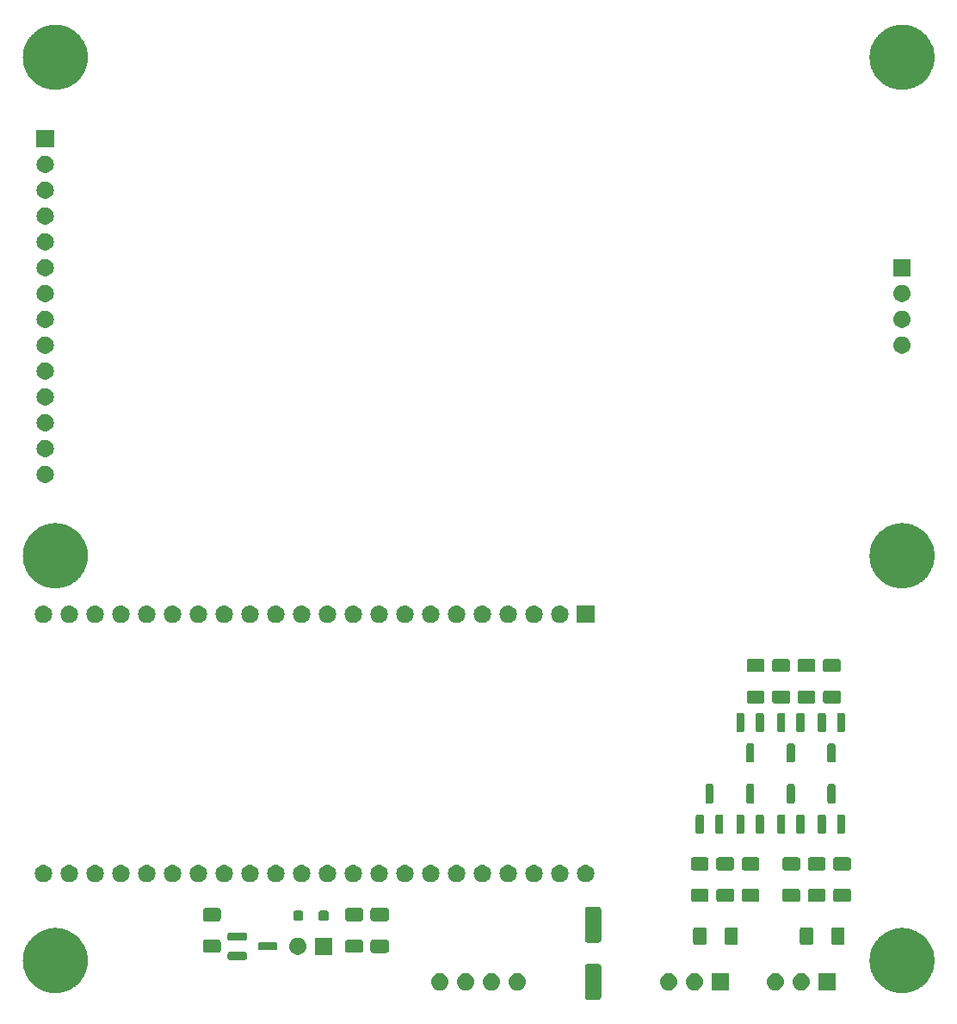
<source format=gbr>
G04 #@! TF.GenerationSoftware,KiCad,Pcbnew,8.0.5-8.0.5-0~ubuntu22.04.1*
G04 #@! TF.CreationDate,2024-09-10T12:41:45+02:00*
G04 #@! TF.ProjectId,Motherboard,4d6f7468-6572-4626-9f61-72642e6b6963,1.0*
G04 #@! TF.SameCoordinates,Original*
G04 #@! TF.FileFunction,Soldermask,Top*
G04 #@! TF.FilePolarity,Negative*
%FSLAX46Y46*%
G04 Gerber Fmt 4.6, Leading zero omitted, Abs format (unit mm)*
G04 Created by KiCad (PCBNEW 8.0.5-8.0.5-0~ubuntu22.04.1) date 2024-09-10 12:41:45*
%MOMM*%
%LPD*%
G01*
G04 APERTURE LIST*
G04 APERTURE END LIST*
G36*
X160054047Y-129750805D02*
G01*
X160105408Y-129756764D01*
X160122954Y-129764511D01*
X160145671Y-129769030D01*
X160169991Y-129785280D01*
X160190793Y-129794465D01*
X160205000Y-129808672D01*
X160226777Y-129823223D01*
X160241327Y-129844999D01*
X160255534Y-129859206D01*
X160264718Y-129880006D01*
X160280970Y-129904329D01*
X160285489Y-129927048D01*
X160293235Y-129944591D01*
X160299192Y-129995940D01*
X160300000Y-130000000D01*
X160300000Y-133000000D01*
X160299192Y-133004059D01*
X160293235Y-133055408D01*
X160285489Y-133072950D01*
X160280970Y-133095671D01*
X160264716Y-133119995D01*
X160255534Y-133140793D01*
X160241329Y-133154997D01*
X160226777Y-133176777D01*
X160204997Y-133191329D01*
X160190793Y-133205534D01*
X160169995Y-133214716D01*
X160145671Y-133230970D01*
X160122950Y-133235489D01*
X160105408Y-133243235D01*
X160054061Y-133249192D01*
X160050000Y-133250000D01*
X158950000Y-133250000D01*
X158945941Y-133249192D01*
X158894591Y-133243235D01*
X158877048Y-133235489D01*
X158854329Y-133230970D01*
X158830006Y-133214718D01*
X158809206Y-133205534D01*
X158794999Y-133191327D01*
X158773223Y-133176777D01*
X158758672Y-133155000D01*
X158744465Y-133140793D01*
X158735280Y-133119991D01*
X158719030Y-133095671D01*
X158714511Y-133072954D01*
X158706764Y-133055408D01*
X158700805Y-133004049D01*
X158700000Y-133000000D01*
X158700000Y-130000000D01*
X158700804Y-129995953D01*
X158706764Y-129944591D01*
X158714511Y-129927043D01*
X158719030Y-129904329D01*
X158735278Y-129880010D01*
X158744465Y-129859206D01*
X158758674Y-129844996D01*
X158773223Y-129823223D01*
X158794996Y-129808674D01*
X158809206Y-129794465D01*
X158830010Y-129785278D01*
X158854329Y-129769030D01*
X158877043Y-129764511D01*
X158894591Y-129756764D01*
X158945952Y-129750805D01*
X158950000Y-129750000D01*
X160050000Y-129750000D01*
X160054047Y-129750805D01*
G37*
G36*
X106684866Y-126204766D02*
G01*
X106773239Y-126204766D01*
X106867593Y-126215027D01*
X106958286Y-126220121D01*
X107036297Y-126233375D01*
X107117692Y-126242228D01*
X107216827Y-126264049D01*
X107312067Y-126280231D01*
X107382406Y-126300495D01*
X107456067Y-126316709D01*
X107558574Y-126351248D01*
X107656893Y-126379573D01*
X107719045Y-126405317D01*
X107784417Y-126427344D01*
X107888715Y-126475597D01*
X107988428Y-126516900D01*
X108042068Y-126546546D01*
X108098874Y-126572827D01*
X108203243Y-126635624D01*
X108302503Y-126690483D01*
X108347599Y-126722480D01*
X108395755Y-126751455D01*
X108498321Y-126829423D01*
X108595167Y-126898139D01*
X108631908Y-126930972D01*
X108671590Y-126961138D01*
X108770412Y-127054747D01*
X108862742Y-127137258D01*
X108891553Y-127169498D01*
X108923131Y-127199410D01*
X109016173Y-127308948D01*
X109101861Y-127404833D01*
X109123383Y-127435166D01*
X109147436Y-127463483D01*
X109232634Y-127589140D01*
X109309517Y-127697497D01*
X109324576Y-127724745D01*
X109341880Y-127750266D01*
X109417197Y-127892329D01*
X109483100Y-128011572D01*
X109492691Y-128034727D01*
X109504174Y-128056386D01*
X109567585Y-128215536D01*
X109620427Y-128343107D01*
X109625682Y-128361350D01*
X109632419Y-128378257D01*
X109682018Y-128556896D01*
X109719769Y-128687933D01*
X109721926Y-128700633D01*
X109725115Y-128712116D01*
X109759106Y-128919457D01*
X109779879Y-129041714D01*
X109780259Y-129048481D01*
X109781167Y-129054020D01*
X109797859Y-129361888D01*
X109800000Y-129400000D01*
X109797853Y-129438213D01*
X109781167Y-129745979D01*
X109780259Y-129751516D01*
X109779879Y-129758286D01*
X109759102Y-129880569D01*
X109725115Y-130087883D01*
X109721927Y-130099363D01*
X109719769Y-130112067D01*
X109682010Y-130243130D01*
X109632419Y-130421742D01*
X109625683Y-130438646D01*
X109620427Y-130456893D01*
X109567574Y-130584489D01*
X109504174Y-130743613D01*
X109492693Y-130765268D01*
X109483100Y-130788428D01*
X109417184Y-130907694D01*
X109341880Y-131049733D01*
X109324579Y-131075248D01*
X109309517Y-131102503D01*
X109232618Y-131210880D01*
X109147436Y-131336516D01*
X109123387Y-131364827D01*
X109101861Y-131395167D01*
X109016156Y-131491071D01*
X108923131Y-131600589D01*
X108891559Y-131630494D01*
X108862742Y-131662742D01*
X108770393Y-131745269D01*
X108671590Y-131838861D01*
X108631915Y-131869020D01*
X108595167Y-131901861D01*
X108498301Y-131970590D01*
X108395755Y-132048544D01*
X108347609Y-132077512D01*
X108302503Y-132109517D01*
X108203222Y-132164387D01*
X108098874Y-132227172D01*
X108042079Y-132253447D01*
X107988428Y-132283100D01*
X107888694Y-132324411D01*
X107784417Y-132372655D01*
X107719058Y-132394676D01*
X107656893Y-132420427D01*
X107558554Y-132448757D01*
X107456067Y-132483290D01*
X107382420Y-132499500D01*
X107312067Y-132519769D01*
X107216807Y-132535954D01*
X107117692Y-132557771D01*
X107036309Y-132566622D01*
X106958286Y-132579879D01*
X106867588Y-132584972D01*
X106773239Y-132595234D01*
X106684866Y-132595234D01*
X106600000Y-132600000D01*
X106515134Y-132595234D01*
X106426761Y-132595234D01*
X106332411Y-132584972D01*
X106241714Y-132579879D01*
X106163691Y-132566622D01*
X106082307Y-132557771D01*
X105983187Y-132535953D01*
X105887933Y-132519769D01*
X105817582Y-132499501D01*
X105743932Y-132483290D01*
X105641438Y-132448755D01*
X105543107Y-132420427D01*
X105480945Y-132394678D01*
X105415582Y-132372655D01*
X105311295Y-132324407D01*
X105211572Y-132283100D01*
X105157925Y-132253450D01*
X105101125Y-132227172D01*
X104996764Y-132164380D01*
X104897497Y-132109517D01*
X104852396Y-132077516D01*
X104804244Y-132048544D01*
X104701683Y-131970580D01*
X104604833Y-131901861D01*
X104568089Y-131869025D01*
X104528409Y-131838861D01*
X104429588Y-131745253D01*
X104337258Y-131662742D01*
X104308445Y-131630501D01*
X104276868Y-131600589D01*
X104183823Y-131491048D01*
X104098139Y-131395167D01*
X104076617Y-131364835D01*
X104052563Y-131336516D01*
X103967358Y-131210849D01*
X103890483Y-131102503D01*
X103875424Y-131075256D01*
X103858119Y-131049733D01*
X103782791Y-130907649D01*
X103716900Y-130788428D01*
X103707310Y-130765277D01*
X103695825Y-130743613D01*
X103632399Y-130584425D01*
X103579573Y-130456893D01*
X103574318Y-130438655D01*
X103567580Y-130421742D01*
X103517961Y-130243034D01*
X103480231Y-130112067D01*
X103478074Y-130099372D01*
X103474884Y-130087883D01*
X103440869Y-129880401D01*
X103420121Y-129758286D01*
X103419741Y-129751525D01*
X103418832Y-129745979D01*
X103402142Y-129438157D01*
X103400000Y-129400000D01*
X103402137Y-129361945D01*
X103418832Y-129054020D01*
X103419741Y-129048472D01*
X103420121Y-129041714D01*
X103440864Y-128919625D01*
X103474884Y-128712116D01*
X103478074Y-128700624D01*
X103480231Y-128687933D01*
X103517954Y-128556992D01*
X103567580Y-128378257D01*
X103574319Y-128361341D01*
X103579573Y-128343107D01*
X103632388Y-128215599D01*
X103695825Y-128056386D01*
X103707312Y-128034718D01*
X103716900Y-128011572D01*
X103782778Y-127892373D01*
X103858119Y-127750266D01*
X103875427Y-127724737D01*
X103890483Y-127697497D01*
X103967343Y-127589172D01*
X104052563Y-127463483D01*
X104076621Y-127435158D01*
X104098139Y-127404833D01*
X104183806Y-127308970D01*
X104276868Y-127199410D01*
X104308451Y-127169492D01*
X104337258Y-127137258D01*
X104429569Y-127054763D01*
X104528409Y-126961138D01*
X104568097Y-126930967D01*
X104604833Y-126898139D01*
X104701663Y-126829433D01*
X104804244Y-126751455D01*
X104852405Y-126722477D01*
X104897497Y-126690483D01*
X104996744Y-126635630D01*
X105101125Y-126572827D01*
X105157936Y-126546543D01*
X105211572Y-126516900D01*
X105311275Y-126475601D01*
X105415582Y-126427344D01*
X105480958Y-126405315D01*
X105543107Y-126379573D01*
X105641418Y-126351250D01*
X105743932Y-126316709D01*
X105817596Y-126300494D01*
X105887933Y-126280231D01*
X105983167Y-126264049D01*
X106082307Y-126242228D01*
X106163704Y-126233375D01*
X106241714Y-126220121D01*
X106332406Y-126215027D01*
X106426761Y-126204766D01*
X106515134Y-126204766D01*
X106600000Y-126200000D01*
X106684866Y-126204766D01*
G37*
G36*
X189984866Y-126204766D02*
G01*
X190073239Y-126204766D01*
X190167593Y-126215027D01*
X190258286Y-126220121D01*
X190336297Y-126233375D01*
X190417692Y-126242228D01*
X190516827Y-126264049D01*
X190612067Y-126280231D01*
X190682406Y-126300495D01*
X190756067Y-126316709D01*
X190858574Y-126351248D01*
X190956893Y-126379573D01*
X191019045Y-126405317D01*
X191084417Y-126427344D01*
X191188715Y-126475597D01*
X191288428Y-126516900D01*
X191342068Y-126546546D01*
X191398874Y-126572827D01*
X191503243Y-126635624D01*
X191602503Y-126690483D01*
X191647599Y-126722480D01*
X191695755Y-126751455D01*
X191798321Y-126829423D01*
X191895167Y-126898139D01*
X191931908Y-126930972D01*
X191971590Y-126961138D01*
X192070412Y-127054747D01*
X192162742Y-127137258D01*
X192191553Y-127169498D01*
X192223131Y-127199410D01*
X192316173Y-127308948D01*
X192401861Y-127404833D01*
X192423383Y-127435166D01*
X192447436Y-127463483D01*
X192532634Y-127589140D01*
X192609517Y-127697497D01*
X192624576Y-127724745D01*
X192641880Y-127750266D01*
X192717197Y-127892329D01*
X192783100Y-128011572D01*
X192792691Y-128034727D01*
X192804174Y-128056386D01*
X192867585Y-128215536D01*
X192920427Y-128343107D01*
X192925682Y-128361350D01*
X192932419Y-128378257D01*
X192982018Y-128556896D01*
X193019769Y-128687933D01*
X193021926Y-128700633D01*
X193025115Y-128712116D01*
X193059106Y-128919457D01*
X193079879Y-129041714D01*
X193080259Y-129048481D01*
X193081167Y-129054020D01*
X193097859Y-129361888D01*
X193100000Y-129400000D01*
X193097853Y-129438213D01*
X193081167Y-129745979D01*
X193080259Y-129751516D01*
X193079879Y-129758286D01*
X193059102Y-129880569D01*
X193025115Y-130087883D01*
X193021927Y-130099363D01*
X193019769Y-130112067D01*
X192982010Y-130243130D01*
X192932419Y-130421742D01*
X192925683Y-130438646D01*
X192920427Y-130456893D01*
X192867574Y-130584489D01*
X192804174Y-130743613D01*
X192792693Y-130765268D01*
X192783100Y-130788428D01*
X192717184Y-130907694D01*
X192641880Y-131049733D01*
X192624579Y-131075248D01*
X192609517Y-131102503D01*
X192532618Y-131210880D01*
X192447436Y-131336516D01*
X192423387Y-131364827D01*
X192401861Y-131395167D01*
X192316156Y-131491071D01*
X192223131Y-131600589D01*
X192191559Y-131630494D01*
X192162742Y-131662742D01*
X192070393Y-131745269D01*
X191971590Y-131838861D01*
X191931915Y-131869020D01*
X191895167Y-131901861D01*
X191798301Y-131970590D01*
X191695755Y-132048544D01*
X191647609Y-132077512D01*
X191602503Y-132109517D01*
X191503222Y-132164387D01*
X191398874Y-132227172D01*
X191342079Y-132253447D01*
X191288428Y-132283100D01*
X191188694Y-132324411D01*
X191084417Y-132372655D01*
X191019058Y-132394676D01*
X190956893Y-132420427D01*
X190858554Y-132448757D01*
X190756067Y-132483290D01*
X190682420Y-132499500D01*
X190612067Y-132519769D01*
X190516807Y-132535954D01*
X190417692Y-132557771D01*
X190336309Y-132566622D01*
X190258286Y-132579879D01*
X190167588Y-132584972D01*
X190073239Y-132595234D01*
X189984866Y-132595234D01*
X189900000Y-132600000D01*
X189815134Y-132595234D01*
X189726761Y-132595234D01*
X189632411Y-132584972D01*
X189541714Y-132579879D01*
X189463691Y-132566622D01*
X189382307Y-132557771D01*
X189283187Y-132535953D01*
X189187933Y-132519769D01*
X189117582Y-132499501D01*
X189043932Y-132483290D01*
X188941438Y-132448755D01*
X188843107Y-132420427D01*
X188780945Y-132394678D01*
X188715582Y-132372655D01*
X188611295Y-132324407D01*
X188511572Y-132283100D01*
X188457925Y-132253450D01*
X188401125Y-132227172D01*
X188296764Y-132164380D01*
X188197497Y-132109517D01*
X188152396Y-132077516D01*
X188104244Y-132048544D01*
X188001683Y-131970580D01*
X187904833Y-131901861D01*
X187868089Y-131869025D01*
X187828409Y-131838861D01*
X187729588Y-131745253D01*
X187637258Y-131662742D01*
X187608445Y-131630501D01*
X187576868Y-131600589D01*
X187483823Y-131491048D01*
X187398139Y-131395167D01*
X187376617Y-131364835D01*
X187352563Y-131336516D01*
X187267358Y-131210849D01*
X187190483Y-131102503D01*
X187175424Y-131075256D01*
X187158119Y-131049733D01*
X187082791Y-130907649D01*
X187016900Y-130788428D01*
X187007310Y-130765277D01*
X186995825Y-130743613D01*
X186932399Y-130584425D01*
X186879573Y-130456893D01*
X186874318Y-130438655D01*
X186867580Y-130421742D01*
X186817961Y-130243034D01*
X186780231Y-130112067D01*
X186778074Y-130099372D01*
X186774884Y-130087883D01*
X186740869Y-129880401D01*
X186720121Y-129758286D01*
X186719741Y-129751525D01*
X186718832Y-129745979D01*
X186702142Y-129438157D01*
X186700000Y-129400000D01*
X186702137Y-129361945D01*
X186718832Y-129054020D01*
X186719741Y-129048472D01*
X186720121Y-129041714D01*
X186740864Y-128919625D01*
X186774884Y-128712116D01*
X186778074Y-128700624D01*
X186780231Y-128687933D01*
X186817954Y-128556992D01*
X186867580Y-128378257D01*
X186874319Y-128361341D01*
X186879573Y-128343107D01*
X186932388Y-128215599D01*
X186995825Y-128056386D01*
X187007312Y-128034718D01*
X187016900Y-128011572D01*
X187082778Y-127892373D01*
X187158119Y-127750266D01*
X187175427Y-127724737D01*
X187190483Y-127697497D01*
X187267343Y-127589172D01*
X187352563Y-127463483D01*
X187376621Y-127435158D01*
X187398139Y-127404833D01*
X187483806Y-127308970D01*
X187576868Y-127199410D01*
X187608451Y-127169492D01*
X187637258Y-127137258D01*
X187729569Y-127054763D01*
X187828409Y-126961138D01*
X187868097Y-126930967D01*
X187904833Y-126898139D01*
X188001663Y-126829433D01*
X188104244Y-126751455D01*
X188152405Y-126722477D01*
X188197497Y-126690483D01*
X188296744Y-126635630D01*
X188401125Y-126572827D01*
X188457936Y-126546543D01*
X188511572Y-126516900D01*
X188611275Y-126475601D01*
X188715582Y-126427344D01*
X188780958Y-126405315D01*
X188843107Y-126379573D01*
X188941418Y-126351250D01*
X189043932Y-126316709D01*
X189117596Y-126300494D01*
X189187933Y-126280231D01*
X189283167Y-126264049D01*
X189382307Y-126242228D01*
X189463704Y-126233375D01*
X189541714Y-126220121D01*
X189632406Y-126215027D01*
X189726761Y-126204766D01*
X189815134Y-126204766D01*
X189900000Y-126200000D01*
X189984866Y-126204766D01*
G37*
G36*
X172850000Y-132350000D02*
G01*
X171150000Y-132350000D01*
X171150000Y-130650000D01*
X172850000Y-130650000D01*
X172850000Y-132350000D01*
G37*
G36*
X183350000Y-132350000D02*
G01*
X181650000Y-132350000D01*
X181650000Y-130650000D01*
X183350000Y-130650000D01*
X183350000Y-132350000D01*
G37*
G36*
X144692664Y-130691602D02*
G01*
X144855000Y-130763878D01*
X144998761Y-130868327D01*
X145117664Y-131000383D01*
X145206514Y-131154274D01*
X145261425Y-131323275D01*
X145280000Y-131500000D01*
X145261425Y-131676725D01*
X145206514Y-131845726D01*
X145117664Y-131999617D01*
X144998761Y-132131673D01*
X144855000Y-132236122D01*
X144692664Y-132308398D01*
X144518849Y-132345344D01*
X144341151Y-132345344D01*
X144167336Y-132308398D01*
X144005000Y-132236122D01*
X143861239Y-132131673D01*
X143742336Y-131999617D01*
X143653486Y-131845726D01*
X143598575Y-131676725D01*
X143580000Y-131500000D01*
X143598575Y-131323275D01*
X143653486Y-131154274D01*
X143742336Y-131000383D01*
X143861239Y-130868327D01*
X144005000Y-130763878D01*
X144167336Y-130691602D01*
X144341151Y-130654656D01*
X144518849Y-130654656D01*
X144692664Y-130691602D01*
G37*
G36*
X147232664Y-130691602D02*
G01*
X147395000Y-130763878D01*
X147538761Y-130868327D01*
X147657664Y-131000383D01*
X147746514Y-131154274D01*
X147801425Y-131323275D01*
X147820000Y-131500000D01*
X147801425Y-131676725D01*
X147746514Y-131845726D01*
X147657664Y-131999617D01*
X147538761Y-132131673D01*
X147395000Y-132236122D01*
X147232664Y-132308398D01*
X147058849Y-132345344D01*
X146881151Y-132345344D01*
X146707336Y-132308398D01*
X146545000Y-132236122D01*
X146401239Y-132131673D01*
X146282336Y-131999617D01*
X146193486Y-131845726D01*
X146138575Y-131676725D01*
X146120000Y-131500000D01*
X146138575Y-131323275D01*
X146193486Y-131154274D01*
X146282336Y-131000383D01*
X146401239Y-130868327D01*
X146545000Y-130763878D01*
X146707336Y-130691602D01*
X146881151Y-130654656D01*
X147058849Y-130654656D01*
X147232664Y-130691602D01*
G37*
G36*
X149772664Y-130691602D02*
G01*
X149935000Y-130763878D01*
X150078761Y-130868327D01*
X150197664Y-131000383D01*
X150286514Y-131154274D01*
X150341425Y-131323275D01*
X150360000Y-131500000D01*
X150341425Y-131676725D01*
X150286514Y-131845726D01*
X150197664Y-131999617D01*
X150078761Y-132131673D01*
X149935000Y-132236122D01*
X149772664Y-132308398D01*
X149598849Y-132345344D01*
X149421151Y-132345344D01*
X149247336Y-132308398D01*
X149085000Y-132236122D01*
X148941239Y-132131673D01*
X148822336Y-131999617D01*
X148733486Y-131845726D01*
X148678575Y-131676725D01*
X148660000Y-131500000D01*
X148678575Y-131323275D01*
X148733486Y-131154274D01*
X148822336Y-131000383D01*
X148941239Y-130868327D01*
X149085000Y-130763878D01*
X149247336Y-130691602D01*
X149421151Y-130654656D01*
X149598849Y-130654656D01*
X149772664Y-130691602D01*
G37*
G36*
X152312664Y-130691602D02*
G01*
X152475000Y-130763878D01*
X152618761Y-130868327D01*
X152737664Y-131000383D01*
X152826514Y-131154274D01*
X152881425Y-131323275D01*
X152900000Y-131500000D01*
X152881425Y-131676725D01*
X152826514Y-131845726D01*
X152737664Y-131999617D01*
X152618761Y-132131673D01*
X152475000Y-132236122D01*
X152312664Y-132308398D01*
X152138849Y-132345344D01*
X151961151Y-132345344D01*
X151787336Y-132308398D01*
X151625000Y-132236122D01*
X151481239Y-132131673D01*
X151362336Y-131999617D01*
X151273486Y-131845726D01*
X151218575Y-131676725D01*
X151200000Y-131500000D01*
X151218575Y-131323275D01*
X151273486Y-131154274D01*
X151362336Y-131000383D01*
X151481239Y-130868327D01*
X151625000Y-130763878D01*
X151787336Y-130691602D01*
X151961151Y-130654656D01*
X152138849Y-130654656D01*
X152312664Y-130691602D01*
G37*
G36*
X167182664Y-130691602D02*
G01*
X167345000Y-130763878D01*
X167488761Y-130868327D01*
X167607664Y-131000383D01*
X167696514Y-131154274D01*
X167751425Y-131323275D01*
X167770000Y-131500000D01*
X167751425Y-131676725D01*
X167696514Y-131845726D01*
X167607664Y-131999617D01*
X167488761Y-132131673D01*
X167345000Y-132236122D01*
X167182664Y-132308398D01*
X167008849Y-132345344D01*
X166831151Y-132345344D01*
X166657336Y-132308398D01*
X166495000Y-132236122D01*
X166351239Y-132131673D01*
X166232336Y-131999617D01*
X166143486Y-131845726D01*
X166088575Y-131676725D01*
X166070000Y-131500000D01*
X166088575Y-131323275D01*
X166143486Y-131154274D01*
X166232336Y-131000383D01*
X166351239Y-130868327D01*
X166495000Y-130763878D01*
X166657336Y-130691602D01*
X166831151Y-130654656D01*
X167008849Y-130654656D01*
X167182664Y-130691602D01*
G37*
G36*
X169722664Y-130691602D02*
G01*
X169885000Y-130763878D01*
X170028761Y-130868327D01*
X170147664Y-131000383D01*
X170236514Y-131154274D01*
X170291425Y-131323275D01*
X170310000Y-131500000D01*
X170291425Y-131676725D01*
X170236514Y-131845726D01*
X170147664Y-131999617D01*
X170028761Y-132131673D01*
X169885000Y-132236122D01*
X169722664Y-132308398D01*
X169548849Y-132345344D01*
X169371151Y-132345344D01*
X169197336Y-132308398D01*
X169035000Y-132236122D01*
X168891239Y-132131673D01*
X168772336Y-131999617D01*
X168683486Y-131845726D01*
X168628575Y-131676725D01*
X168610000Y-131500000D01*
X168628575Y-131323275D01*
X168683486Y-131154274D01*
X168772336Y-131000383D01*
X168891239Y-130868327D01*
X169035000Y-130763878D01*
X169197336Y-130691602D01*
X169371151Y-130654656D01*
X169548849Y-130654656D01*
X169722664Y-130691602D01*
G37*
G36*
X177682664Y-130691602D02*
G01*
X177845000Y-130763878D01*
X177988761Y-130868327D01*
X178107664Y-131000383D01*
X178196514Y-131154274D01*
X178251425Y-131323275D01*
X178270000Y-131500000D01*
X178251425Y-131676725D01*
X178196514Y-131845726D01*
X178107664Y-131999617D01*
X177988761Y-132131673D01*
X177845000Y-132236122D01*
X177682664Y-132308398D01*
X177508849Y-132345344D01*
X177331151Y-132345344D01*
X177157336Y-132308398D01*
X176995000Y-132236122D01*
X176851239Y-132131673D01*
X176732336Y-131999617D01*
X176643486Y-131845726D01*
X176588575Y-131676725D01*
X176570000Y-131500000D01*
X176588575Y-131323275D01*
X176643486Y-131154274D01*
X176732336Y-131000383D01*
X176851239Y-130868327D01*
X176995000Y-130763878D01*
X177157336Y-130691602D01*
X177331151Y-130654656D01*
X177508849Y-130654656D01*
X177682664Y-130691602D01*
G37*
G36*
X180222664Y-130691602D02*
G01*
X180385000Y-130763878D01*
X180528761Y-130868327D01*
X180647664Y-131000383D01*
X180736514Y-131154274D01*
X180791425Y-131323275D01*
X180810000Y-131500000D01*
X180791425Y-131676725D01*
X180736514Y-131845726D01*
X180647664Y-131999617D01*
X180528761Y-132131673D01*
X180385000Y-132236122D01*
X180222664Y-132308398D01*
X180048849Y-132345344D01*
X179871151Y-132345344D01*
X179697336Y-132308398D01*
X179535000Y-132236122D01*
X179391239Y-132131673D01*
X179272336Y-131999617D01*
X179183486Y-131845726D01*
X179128575Y-131676725D01*
X179110000Y-131500000D01*
X179128575Y-131323275D01*
X179183486Y-131154274D01*
X179272336Y-131000383D01*
X179391239Y-130868327D01*
X179535000Y-130763878D01*
X179697336Y-130691602D01*
X179871151Y-130654656D01*
X180048849Y-130654656D01*
X180222664Y-130691602D01*
G37*
G36*
X125326537Y-128565224D02*
G01*
X125391421Y-128608579D01*
X125434776Y-128673463D01*
X125450000Y-128750000D01*
X125450000Y-129150000D01*
X125434776Y-129226537D01*
X125391421Y-129291421D01*
X125326537Y-129334776D01*
X125250000Y-129350000D01*
X123750000Y-129350000D01*
X123673463Y-129334776D01*
X123608579Y-129291421D01*
X123565224Y-129226537D01*
X123550000Y-129150000D01*
X123550000Y-128750000D01*
X123565224Y-128673463D01*
X123608579Y-128608579D01*
X123673463Y-128565224D01*
X123750000Y-128550000D01*
X125250000Y-128550000D01*
X125326537Y-128565224D01*
G37*
G36*
X133850000Y-128850000D02*
G01*
X132150000Y-128850000D01*
X132150000Y-127150000D01*
X133850000Y-127150000D01*
X133850000Y-128850000D01*
G37*
G36*
X130722664Y-127191602D02*
G01*
X130885000Y-127263878D01*
X131028761Y-127368327D01*
X131147664Y-127500383D01*
X131236514Y-127654274D01*
X131291425Y-127823275D01*
X131310000Y-128000000D01*
X131291425Y-128176725D01*
X131236514Y-128345726D01*
X131147664Y-128499617D01*
X131028761Y-128631673D01*
X130885000Y-128736122D01*
X130722664Y-128808398D01*
X130548849Y-128845344D01*
X130371151Y-128845344D01*
X130197336Y-128808398D01*
X130035000Y-128736122D01*
X129891239Y-128631673D01*
X129772336Y-128499617D01*
X129683486Y-128345726D01*
X129628575Y-128176725D01*
X129610000Y-128000000D01*
X129628575Y-127823275D01*
X129683486Y-127654274D01*
X129772336Y-127500383D01*
X129891239Y-127368327D01*
X130035000Y-127263878D01*
X130197336Y-127191602D01*
X130371151Y-127154656D01*
X130548849Y-127154656D01*
X130722664Y-127191602D01*
G37*
G36*
X139154047Y-127338305D02*
G01*
X139205408Y-127344264D01*
X139222954Y-127352011D01*
X139245671Y-127356530D01*
X139269991Y-127372780D01*
X139290793Y-127381965D01*
X139305000Y-127396172D01*
X139326777Y-127410723D01*
X139341327Y-127432499D01*
X139355534Y-127446706D01*
X139364718Y-127467506D01*
X139380970Y-127491829D01*
X139385489Y-127514548D01*
X139393235Y-127532091D01*
X139399192Y-127583440D01*
X139400000Y-127587500D01*
X139400000Y-128412500D01*
X139399192Y-128416559D01*
X139393235Y-128467908D01*
X139385489Y-128485450D01*
X139380970Y-128508171D01*
X139364716Y-128532495D01*
X139355534Y-128553293D01*
X139341329Y-128567497D01*
X139326777Y-128589277D01*
X139304997Y-128603829D01*
X139290793Y-128618034D01*
X139269995Y-128627216D01*
X139245671Y-128643470D01*
X139222950Y-128647989D01*
X139205408Y-128655735D01*
X139154061Y-128661692D01*
X139150000Y-128662500D01*
X137850000Y-128662500D01*
X137845941Y-128661692D01*
X137794591Y-128655735D01*
X137777048Y-128647989D01*
X137754329Y-128643470D01*
X137730006Y-128627218D01*
X137709206Y-128618034D01*
X137694999Y-128603827D01*
X137673223Y-128589277D01*
X137658672Y-128567500D01*
X137644465Y-128553293D01*
X137635280Y-128532491D01*
X137619030Y-128508171D01*
X137614511Y-128485454D01*
X137606764Y-128467908D01*
X137600805Y-128416549D01*
X137600000Y-128412500D01*
X137600000Y-127587500D01*
X137600804Y-127583453D01*
X137606764Y-127532091D01*
X137614511Y-127514543D01*
X137619030Y-127491829D01*
X137635278Y-127467510D01*
X137644465Y-127446706D01*
X137658674Y-127432496D01*
X137673223Y-127410723D01*
X137694996Y-127396174D01*
X137709206Y-127381965D01*
X137730010Y-127372778D01*
X137754329Y-127356530D01*
X137777043Y-127352011D01*
X137794591Y-127344264D01*
X137845952Y-127338305D01*
X137850000Y-127337500D01*
X139150000Y-127337500D01*
X139154047Y-127338305D01*
G37*
G36*
X122629047Y-127350805D02*
G01*
X122680408Y-127356764D01*
X122697954Y-127364511D01*
X122720671Y-127369030D01*
X122744991Y-127385280D01*
X122765793Y-127394465D01*
X122780000Y-127408672D01*
X122801777Y-127423223D01*
X122816327Y-127444999D01*
X122830534Y-127459206D01*
X122839718Y-127480006D01*
X122855970Y-127504329D01*
X122860489Y-127527048D01*
X122868235Y-127544591D01*
X122874192Y-127595940D01*
X122875000Y-127600000D01*
X122875000Y-128400000D01*
X122874192Y-128404059D01*
X122868235Y-128455408D01*
X122860489Y-128472950D01*
X122855970Y-128495671D01*
X122839716Y-128519995D01*
X122830534Y-128540793D01*
X122816329Y-128554997D01*
X122801777Y-128576777D01*
X122779997Y-128591329D01*
X122765793Y-128605534D01*
X122744995Y-128614716D01*
X122720671Y-128630970D01*
X122697950Y-128635489D01*
X122680408Y-128643235D01*
X122629061Y-128649192D01*
X122625000Y-128650000D01*
X121375000Y-128650000D01*
X121370941Y-128649192D01*
X121319591Y-128643235D01*
X121302048Y-128635489D01*
X121279329Y-128630970D01*
X121255006Y-128614718D01*
X121234206Y-128605534D01*
X121219999Y-128591327D01*
X121198223Y-128576777D01*
X121183672Y-128555000D01*
X121169465Y-128540793D01*
X121160280Y-128519991D01*
X121144030Y-128495671D01*
X121139511Y-128472954D01*
X121131764Y-128455408D01*
X121125805Y-128404049D01*
X121125000Y-128400000D01*
X121125000Y-127600000D01*
X121125804Y-127595953D01*
X121131764Y-127544591D01*
X121139511Y-127527043D01*
X121144030Y-127504329D01*
X121160278Y-127480010D01*
X121169465Y-127459206D01*
X121183674Y-127444996D01*
X121198223Y-127423223D01*
X121219996Y-127408674D01*
X121234206Y-127394465D01*
X121255010Y-127385278D01*
X121279329Y-127369030D01*
X121302043Y-127364511D01*
X121319591Y-127356764D01*
X121370952Y-127350805D01*
X121375000Y-127350000D01*
X122625000Y-127350000D01*
X122629047Y-127350805D01*
G37*
G36*
X136629047Y-127350805D02*
G01*
X136680408Y-127356764D01*
X136697954Y-127364511D01*
X136720671Y-127369030D01*
X136744991Y-127385280D01*
X136765793Y-127394465D01*
X136780000Y-127408672D01*
X136801777Y-127423223D01*
X136816327Y-127444999D01*
X136830534Y-127459206D01*
X136839718Y-127480006D01*
X136855970Y-127504329D01*
X136860489Y-127527048D01*
X136868235Y-127544591D01*
X136874192Y-127595940D01*
X136875000Y-127600000D01*
X136875000Y-128400000D01*
X136874192Y-128404059D01*
X136868235Y-128455408D01*
X136860489Y-128472950D01*
X136855970Y-128495671D01*
X136839716Y-128519995D01*
X136830534Y-128540793D01*
X136816329Y-128554997D01*
X136801777Y-128576777D01*
X136779997Y-128591329D01*
X136765793Y-128605534D01*
X136744995Y-128614716D01*
X136720671Y-128630970D01*
X136697950Y-128635489D01*
X136680408Y-128643235D01*
X136629061Y-128649192D01*
X136625000Y-128650000D01*
X135375000Y-128650000D01*
X135370941Y-128649192D01*
X135319591Y-128643235D01*
X135302048Y-128635489D01*
X135279329Y-128630970D01*
X135255006Y-128614718D01*
X135234206Y-128605534D01*
X135219999Y-128591327D01*
X135198223Y-128576777D01*
X135183672Y-128555000D01*
X135169465Y-128540793D01*
X135160280Y-128519991D01*
X135144030Y-128495671D01*
X135139511Y-128472954D01*
X135131764Y-128455408D01*
X135125805Y-128404049D01*
X135125000Y-128400000D01*
X135125000Y-127600000D01*
X135125804Y-127595953D01*
X135131764Y-127544591D01*
X135139511Y-127527043D01*
X135144030Y-127504329D01*
X135160278Y-127480010D01*
X135169465Y-127459206D01*
X135183674Y-127444996D01*
X135198223Y-127423223D01*
X135219996Y-127408674D01*
X135234206Y-127394465D01*
X135255010Y-127385278D01*
X135279329Y-127369030D01*
X135302043Y-127364511D01*
X135319591Y-127356764D01*
X135370952Y-127350805D01*
X135375000Y-127350000D01*
X136625000Y-127350000D01*
X136629047Y-127350805D01*
G37*
G36*
X128326537Y-127615224D02*
G01*
X128391421Y-127658579D01*
X128434776Y-127723463D01*
X128450000Y-127800000D01*
X128450000Y-128200000D01*
X128434776Y-128276537D01*
X128391421Y-128341421D01*
X128326537Y-128384776D01*
X128250000Y-128400000D01*
X126750000Y-128400000D01*
X126673463Y-128384776D01*
X126608579Y-128341421D01*
X126565224Y-128276537D01*
X126550000Y-128200000D01*
X126550000Y-127800000D01*
X126565224Y-127723463D01*
X126608579Y-127658579D01*
X126673463Y-127615224D01*
X126750000Y-127600000D01*
X128250000Y-127600000D01*
X128326537Y-127615224D01*
G37*
G36*
X170404047Y-126125805D02*
G01*
X170455408Y-126131764D01*
X170472954Y-126139511D01*
X170495671Y-126144030D01*
X170519991Y-126160280D01*
X170540793Y-126169465D01*
X170555000Y-126183672D01*
X170576777Y-126198223D01*
X170591327Y-126219999D01*
X170605534Y-126234206D01*
X170614718Y-126255006D01*
X170630970Y-126279329D01*
X170635489Y-126302048D01*
X170643235Y-126319591D01*
X170649192Y-126370940D01*
X170650000Y-126375000D01*
X170650000Y-127625000D01*
X170649192Y-127629059D01*
X170643235Y-127680408D01*
X170635489Y-127697950D01*
X170630970Y-127720671D01*
X170614716Y-127744995D01*
X170605534Y-127765793D01*
X170591329Y-127779997D01*
X170576777Y-127801777D01*
X170554997Y-127816329D01*
X170540793Y-127830534D01*
X170519995Y-127839716D01*
X170495671Y-127855970D01*
X170472950Y-127860489D01*
X170455408Y-127868235D01*
X170404061Y-127874192D01*
X170400000Y-127875000D01*
X169600000Y-127875000D01*
X169595941Y-127874192D01*
X169544591Y-127868235D01*
X169527048Y-127860489D01*
X169504329Y-127855970D01*
X169480006Y-127839718D01*
X169459206Y-127830534D01*
X169444999Y-127816327D01*
X169423223Y-127801777D01*
X169408672Y-127780000D01*
X169394465Y-127765793D01*
X169385280Y-127744991D01*
X169369030Y-127720671D01*
X169364511Y-127697954D01*
X169356764Y-127680408D01*
X169350805Y-127629049D01*
X169350000Y-127625000D01*
X169350000Y-126375000D01*
X169350804Y-126370953D01*
X169356764Y-126319591D01*
X169364511Y-126302043D01*
X169369030Y-126279329D01*
X169385278Y-126255010D01*
X169394465Y-126234206D01*
X169408674Y-126219996D01*
X169423223Y-126198223D01*
X169444996Y-126183674D01*
X169459206Y-126169465D01*
X169480010Y-126160278D01*
X169504329Y-126144030D01*
X169527043Y-126139511D01*
X169544591Y-126131764D01*
X169595952Y-126125805D01*
X169600000Y-126125000D01*
X170400000Y-126125000D01*
X170404047Y-126125805D01*
G37*
G36*
X173504047Y-126125805D02*
G01*
X173555408Y-126131764D01*
X173572954Y-126139511D01*
X173595671Y-126144030D01*
X173619991Y-126160280D01*
X173640793Y-126169465D01*
X173655000Y-126183672D01*
X173676777Y-126198223D01*
X173691327Y-126219999D01*
X173705534Y-126234206D01*
X173714718Y-126255006D01*
X173730970Y-126279329D01*
X173735489Y-126302048D01*
X173743235Y-126319591D01*
X173749192Y-126370940D01*
X173750000Y-126375000D01*
X173750000Y-127625000D01*
X173749192Y-127629059D01*
X173743235Y-127680408D01*
X173735489Y-127697950D01*
X173730970Y-127720671D01*
X173714716Y-127744995D01*
X173705534Y-127765793D01*
X173691329Y-127779997D01*
X173676777Y-127801777D01*
X173654997Y-127816329D01*
X173640793Y-127830534D01*
X173619995Y-127839716D01*
X173595671Y-127855970D01*
X173572950Y-127860489D01*
X173555408Y-127868235D01*
X173504061Y-127874192D01*
X173500000Y-127875000D01*
X172700000Y-127875000D01*
X172695941Y-127874192D01*
X172644591Y-127868235D01*
X172627048Y-127860489D01*
X172604329Y-127855970D01*
X172580006Y-127839718D01*
X172559206Y-127830534D01*
X172544999Y-127816327D01*
X172523223Y-127801777D01*
X172508672Y-127780000D01*
X172494465Y-127765793D01*
X172485280Y-127744991D01*
X172469030Y-127720671D01*
X172464511Y-127697954D01*
X172456764Y-127680408D01*
X172450805Y-127629049D01*
X172450000Y-127625000D01*
X172450000Y-126375000D01*
X172450804Y-126370953D01*
X172456764Y-126319591D01*
X172464511Y-126302043D01*
X172469030Y-126279329D01*
X172485278Y-126255010D01*
X172494465Y-126234206D01*
X172508674Y-126219996D01*
X172523223Y-126198223D01*
X172544996Y-126183674D01*
X172559206Y-126169465D01*
X172580010Y-126160278D01*
X172604329Y-126144030D01*
X172627043Y-126139511D01*
X172644591Y-126131764D01*
X172695952Y-126125805D01*
X172700000Y-126125000D01*
X173500000Y-126125000D01*
X173504047Y-126125805D01*
G37*
G36*
X180904047Y-126125805D02*
G01*
X180955408Y-126131764D01*
X180972954Y-126139511D01*
X180995671Y-126144030D01*
X181019991Y-126160280D01*
X181040793Y-126169465D01*
X181055000Y-126183672D01*
X181076777Y-126198223D01*
X181091327Y-126219999D01*
X181105534Y-126234206D01*
X181114718Y-126255006D01*
X181130970Y-126279329D01*
X181135489Y-126302048D01*
X181143235Y-126319591D01*
X181149192Y-126370940D01*
X181150000Y-126375000D01*
X181150000Y-127625000D01*
X181149192Y-127629059D01*
X181143235Y-127680408D01*
X181135489Y-127697950D01*
X181130970Y-127720671D01*
X181114716Y-127744995D01*
X181105534Y-127765793D01*
X181091329Y-127779997D01*
X181076777Y-127801777D01*
X181054997Y-127816329D01*
X181040793Y-127830534D01*
X181019995Y-127839716D01*
X180995671Y-127855970D01*
X180972950Y-127860489D01*
X180955408Y-127868235D01*
X180904061Y-127874192D01*
X180900000Y-127875000D01*
X180100000Y-127875000D01*
X180095941Y-127874192D01*
X180044591Y-127868235D01*
X180027048Y-127860489D01*
X180004329Y-127855970D01*
X179980006Y-127839718D01*
X179959206Y-127830534D01*
X179944999Y-127816327D01*
X179923223Y-127801777D01*
X179908672Y-127780000D01*
X179894465Y-127765793D01*
X179885280Y-127744991D01*
X179869030Y-127720671D01*
X179864511Y-127697954D01*
X179856764Y-127680408D01*
X179850805Y-127629049D01*
X179850000Y-127625000D01*
X179850000Y-126375000D01*
X179850804Y-126370953D01*
X179856764Y-126319591D01*
X179864511Y-126302043D01*
X179869030Y-126279329D01*
X179885278Y-126255010D01*
X179894465Y-126234206D01*
X179908674Y-126219996D01*
X179923223Y-126198223D01*
X179944996Y-126183674D01*
X179959206Y-126169465D01*
X179980010Y-126160278D01*
X180004329Y-126144030D01*
X180027043Y-126139511D01*
X180044591Y-126131764D01*
X180095952Y-126125805D01*
X180100000Y-126125000D01*
X180900000Y-126125000D01*
X180904047Y-126125805D01*
G37*
G36*
X184004047Y-126125805D02*
G01*
X184055408Y-126131764D01*
X184072954Y-126139511D01*
X184095671Y-126144030D01*
X184119991Y-126160280D01*
X184140793Y-126169465D01*
X184155000Y-126183672D01*
X184176777Y-126198223D01*
X184191327Y-126219999D01*
X184205534Y-126234206D01*
X184214718Y-126255006D01*
X184230970Y-126279329D01*
X184235489Y-126302048D01*
X184243235Y-126319591D01*
X184249192Y-126370940D01*
X184250000Y-126375000D01*
X184250000Y-127625000D01*
X184249192Y-127629059D01*
X184243235Y-127680408D01*
X184235489Y-127697950D01*
X184230970Y-127720671D01*
X184214716Y-127744995D01*
X184205534Y-127765793D01*
X184191329Y-127779997D01*
X184176777Y-127801777D01*
X184154997Y-127816329D01*
X184140793Y-127830534D01*
X184119995Y-127839716D01*
X184095671Y-127855970D01*
X184072950Y-127860489D01*
X184055408Y-127868235D01*
X184004061Y-127874192D01*
X184000000Y-127875000D01*
X183200000Y-127875000D01*
X183195941Y-127874192D01*
X183144591Y-127868235D01*
X183127048Y-127860489D01*
X183104329Y-127855970D01*
X183080006Y-127839718D01*
X183059206Y-127830534D01*
X183044999Y-127816327D01*
X183023223Y-127801777D01*
X183008672Y-127780000D01*
X182994465Y-127765793D01*
X182985280Y-127744991D01*
X182969030Y-127720671D01*
X182964511Y-127697954D01*
X182956764Y-127680408D01*
X182950805Y-127629049D01*
X182950000Y-127625000D01*
X182950000Y-126375000D01*
X182950804Y-126370953D01*
X182956764Y-126319591D01*
X182964511Y-126302043D01*
X182969030Y-126279329D01*
X182985278Y-126255010D01*
X182994465Y-126234206D01*
X183008674Y-126219996D01*
X183023223Y-126198223D01*
X183044996Y-126183674D01*
X183059206Y-126169465D01*
X183080010Y-126160278D01*
X183104329Y-126144030D01*
X183127043Y-126139511D01*
X183144591Y-126131764D01*
X183195952Y-126125805D01*
X183200000Y-126125000D01*
X184000000Y-126125000D01*
X184004047Y-126125805D01*
G37*
G36*
X160054047Y-124150805D02*
G01*
X160105408Y-124156764D01*
X160122954Y-124164511D01*
X160145671Y-124169030D01*
X160169991Y-124185280D01*
X160190793Y-124194465D01*
X160205000Y-124208672D01*
X160226777Y-124223223D01*
X160241327Y-124244999D01*
X160255534Y-124259206D01*
X160264718Y-124280006D01*
X160280970Y-124304329D01*
X160285489Y-124327048D01*
X160293235Y-124344591D01*
X160299192Y-124395940D01*
X160300000Y-124400000D01*
X160300000Y-127400000D01*
X160299192Y-127404059D01*
X160293235Y-127455408D01*
X160285489Y-127472950D01*
X160280970Y-127495671D01*
X160264716Y-127519995D01*
X160255534Y-127540793D01*
X160241329Y-127554997D01*
X160226777Y-127576777D01*
X160204997Y-127591329D01*
X160190793Y-127605534D01*
X160169995Y-127614716D01*
X160145671Y-127630970D01*
X160122950Y-127635489D01*
X160105408Y-127643235D01*
X160054061Y-127649192D01*
X160050000Y-127650000D01*
X158950000Y-127650000D01*
X158945941Y-127649192D01*
X158894591Y-127643235D01*
X158877048Y-127635489D01*
X158854329Y-127630970D01*
X158830006Y-127614718D01*
X158809206Y-127605534D01*
X158794999Y-127591327D01*
X158773223Y-127576777D01*
X158758672Y-127555000D01*
X158744465Y-127540793D01*
X158735280Y-127519991D01*
X158719030Y-127495671D01*
X158714511Y-127472954D01*
X158706764Y-127455408D01*
X158700805Y-127404049D01*
X158700000Y-127400000D01*
X158700000Y-124400000D01*
X158700804Y-124395953D01*
X158706764Y-124344591D01*
X158714511Y-124327043D01*
X158719030Y-124304329D01*
X158735278Y-124280010D01*
X158744465Y-124259206D01*
X158758674Y-124244996D01*
X158773223Y-124223223D01*
X158794996Y-124208674D01*
X158809206Y-124194465D01*
X158830010Y-124185278D01*
X158854329Y-124169030D01*
X158877043Y-124164511D01*
X158894591Y-124156764D01*
X158945952Y-124150805D01*
X158950000Y-124150000D01*
X160050000Y-124150000D01*
X160054047Y-124150805D01*
G37*
G36*
X125326537Y-126665224D02*
G01*
X125391421Y-126708579D01*
X125434776Y-126773463D01*
X125450000Y-126850000D01*
X125450000Y-127250000D01*
X125434776Y-127326537D01*
X125391421Y-127391421D01*
X125326537Y-127434776D01*
X125250000Y-127450000D01*
X123750000Y-127450000D01*
X123673463Y-127434776D01*
X123608579Y-127391421D01*
X123565224Y-127326537D01*
X123550000Y-127250000D01*
X123550000Y-126850000D01*
X123565224Y-126773463D01*
X123608579Y-126708579D01*
X123673463Y-126665224D01*
X123750000Y-126650000D01*
X125250000Y-126650000D01*
X125326537Y-126665224D01*
G37*
G36*
X122629047Y-124250805D02*
G01*
X122680408Y-124256764D01*
X122697954Y-124264511D01*
X122720671Y-124269030D01*
X122744991Y-124285280D01*
X122765793Y-124294465D01*
X122780000Y-124308672D01*
X122801777Y-124323223D01*
X122816327Y-124344999D01*
X122830534Y-124359206D01*
X122839718Y-124380006D01*
X122855970Y-124404329D01*
X122860489Y-124427048D01*
X122868235Y-124444591D01*
X122874192Y-124495940D01*
X122875000Y-124500000D01*
X122875000Y-125300000D01*
X122874192Y-125304059D01*
X122868235Y-125355408D01*
X122860489Y-125372950D01*
X122855970Y-125395671D01*
X122839716Y-125419995D01*
X122830534Y-125440793D01*
X122816329Y-125454997D01*
X122801777Y-125476777D01*
X122779997Y-125491329D01*
X122765793Y-125505534D01*
X122744995Y-125514716D01*
X122720671Y-125530970D01*
X122697950Y-125535489D01*
X122680408Y-125543235D01*
X122629061Y-125549192D01*
X122625000Y-125550000D01*
X121375000Y-125550000D01*
X121370941Y-125549192D01*
X121319591Y-125543235D01*
X121302048Y-125535489D01*
X121279329Y-125530970D01*
X121255006Y-125514718D01*
X121234206Y-125505534D01*
X121219999Y-125491327D01*
X121198223Y-125476777D01*
X121183672Y-125455000D01*
X121169465Y-125440793D01*
X121160280Y-125419991D01*
X121144030Y-125395671D01*
X121139511Y-125372954D01*
X121131764Y-125355408D01*
X121125805Y-125304049D01*
X121125000Y-125300000D01*
X121125000Y-124500000D01*
X121125804Y-124495953D01*
X121131764Y-124444591D01*
X121139511Y-124427043D01*
X121144030Y-124404329D01*
X121160278Y-124380010D01*
X121169465Y-124359206D01*
X121183674Y-124344996D01*
X121198223Y-124323223D01*
X121219996Y-124308674D01*
X121234206Y-124294465D01*
X121255010Y-124285278D01*
X121279329Y-124269030D01*
X121302043Y-124264511D01*
X121319591Y-124256764D01*
X121370952Y-124250805D01*
X121375000Y-124250000D01*
X122625000Y-124250000D01*
X122629047Y-124250805D01*
G37*
G36*
X136629047Y-124250805D02*
G01*
X136680408Y-124256764D01*
X136697954Y-124264511D01*
X136720671Y-124269030D01*
X136744991Y-124285280D01*
X136765793Y-124294465D01*
X136780000Y-124308672D01*
X136801777Y-124323223D01*
X136816327Y-124344999D01*
X136830534Y-124359206D01*
X136839718Y-124380006D01*
X136855970Y-124404329D01*
X136860489Y-124427048D01*
X136868235Y-124444591D01*
X136874192Y-124495940D01*
X136875000Y-124500000D01*
X136875000Y-125300000D01*
X136874192Y-125304059D01*
X136868235Y-125355408D01*
X136860489Y-125372950D01*
X136855970Y-125395671D01*
X136839716Y-125419995D01*
X136830534Y-125440793D01*
X136816329Y-125454997D01*
X136801777Y-125476777D01*
X136779997Y-125491329D01*
X136765793Y-125505534D01*
X136744995Y-125514716D01*
X136720671Y-125530970D01*
X136697950Y-125535489D01*
X136680408Y-125543235D01*
X136629061Y-125549192D01*
X136625000Y-125550000D01*
X135375000Y-125550000D01*
X135370941Y-125549192D01*
X135319591Y-125543235D01*
X135302048Y-125535489D01*
X135279329Y-125530970D01*
X135255006Y-125514718D01*
X135234206Y-125505534D01*
X135219999Y-125491327D01*
X135198223Y-125476777D01*
X135183672Y-125455000D01*
X135169465Y-125440793D01*
X135160280Y-125419991D01*
X135144030Y-125395671D01*
X135139511Y-125372954D01*
X135131764Y-125355408D01*
X135125805Y-125304049D01*
X135125000Y-125300000D01*
X135125000Y-124500000D01*
X135125804Y-124495953D01*
X135131764Y-124444591D01*
X135139511Y-124427043D01*
X135144030Y-124404329D01*
X135160278Y-124380010D01*
X135169465Y-124359206D01*
X135183674Y-124344996D01*
X135198223Y-124323223D01*
X135219996Y-124308674D01*
X135234206Y-124294465D01*
X135255010Y-124285278D01*
X135279329Y-124269030D01*
X135302043Y-124264511D01*
X135319591Y-124256764D01*
X135370952Y-124250805D01*
X135375000Y-124250000D01*
X136625000Y-124250000D01*
X136629047Y-124250805D01*
G37*
G36*
X139154047Y-124213305D02*
G01*
X139205408Y-124219264D01*
X139222954Y-124227011D01*
X139245671Y-124231530D01*
X139269991Y-124247780D01*
X139290793Y-124256965D01*
X139305000Y-124271172D01*
X139326777Y-124285723D01*
X139341327Y-124307499D01*
X139355534Y-124321706D01*
X139364718Y-124342506D01*
X139380970Y-124366829D01*
X139385489Y-124389548D01*
X139393235Y-124407091D01*
X139399192Y-124458440D01*
X139400000Y-124462500D01*
X139400000Y-125287500D01*
X139399192Y-125291559D01*
X139393235Y-125342908D01*
X139385489Y-125360450D01*
X139380970Y-125383171D01*
X139364716Y-125407495D01*
X139355534Y-125428293D01*
X139341329Y-125442497D01*
X139326777Y-125464277D01*
X139304997Y-125478829D01*
X139290793Y-125493034D01*
X139269995Y-125502216D01*
X139245671Y-125518470D01*
X139222950Y-125522989D01*
X139205408Y-125530735D01*
X139154061Y-125536692D01*
X139150000Y-125537500D01*
X137850000Y-125537500D01*
X137845941Y-125536692D01*
X137794591Y-125530735D01*
X137777048Y-125522989D01*
X137754329Y-125518470D01*
X137730006Y-125502218D01*
X137709206Y-125493034D01*
X137694999Y-125478827D01*
X137673223Y-125464277D01*
X137658672Y-125442500D01*
X137644465Y-125428293D01*
X137635280Y-125407491D01*
X137619030Y-125383171D01*
X137614511Y-125360454D01*
X137606764Y-125342908D01*
X137600805Y-125291549D01*
X137600000Y-125287500D01*
X137600000Y-124462500D01*
X137600804Y-124458453D01*
X137606764Y-124407091D01*
X137614511Y-124389543D01*
X137619030Y-124366829D01*
X137635278Y-124342510D01*
X137644465Y-124321706D01*
X137658674Y-124307496D01*
X137673223Y-124285723D01*
X137694996Y-124271174D01*
X137709206Y-124256965D01*
X137730010Y-124247778D01*
X137754329Y-124231530D01*
X137777043Y-124227011D01*
X137794591Y-124219264D01*
X137845952Y-124213305D01*
X137850000Y-124212500D01*
X139150000Y-124212500D01*
X139154047Y-124213305D01*
G37*
G36*
X130754047Y-124500805D02*
G01*
X130805408Y-124506764D01*
X130822954Y-124514511D01*
X130845671Y-124519030D01*
X130869991Y-124535280D01*
X130890793Y-124544465D01*
X130905000Y-124558672D01*
X130926777Y-124573223D01*
X130941327Y-124594999D01*
X130955534Y-124609206D01*
X130964718Y-124630006D01*
X130980970Y-124654329D01*
X130985489Y-124677048D01*
X130993235Y-124694591D01*
X130999192Y-124745940D01*
X131000000Y-124750000D01*
X131000000Y-125250000D01*
X130999192Y-125254059D01*
X130993235Y-125305408D01*
X130985489Y-125322950D01*
X130980970Y-125345671D01*
X130964716Y-125369995D01*
X130955534Y-125390793D01*
X130941329Y-125404997D01*
X130926777Y-125426777D01*
X130904997Y-125441329D01*
X130890793Y-125455534D01*
X130869995Y-125464716D01*
X130845671Y-125480970D01*
X130822950Y-125485489D01*
X130805408Y-125493235D01*
X130754061Y-125499192D01*
X130750000Y-125500000D01*
X130250000Y-125500000D01*
X130245941Y-125499192D01*
X130194591Y-125493235D01*
X130177048Y-125485489D01*
X130154329Y-125480970D01*
X130130006Y-125464718D01*
X130109206Y-125455534D01*
X130094999Y-125441327D01*
X130073223Y-125426777D01*
X130058672Y-125405000D01*
X130044465Y-125390793D01*
X130035280Y-125369991D01*
X130019030Y-125345671D01*
X130014511Y-125322954D01*
X130006764Y-125305408D01*
X130000805Y-125254049D01*
X130000000Y-125250000D01*
X130000000Y-124750000D01*
X130000804Y-124745953D01*
X130006764Y-124694591D01*
X130014511Y-124677043D01*
X130019030Y-124654329D01*
X130035278Y-124630010D01*
X130044465Y-124609206D01*
X130058674Y-124594996D01*
X130073223Y-124573223D01*
X130094996Y-124558674D01*
X130109206Y-124544465D01*
X130130010Y-124535278D01*
X130154329Y-124519030D01*
X130177043Y-124514511D01*
X130194591Y-124506764D01*
X130245952Y-124500805D01*
X130250000Y-124500000D01*
X130750000Y-124500000D01*
X130754047Y-124500805D01*
G37*
G36*
X133254047Y-124500805D02*
G01*
X133305408Y-124506764D01*
X133322954Y-124514511D01*
X133345671Y-124519030D01*
X133369991Y-124535280D01*
X133390793Y-124544465D01*
X133405000Y-124558672D01*
X133426777Y-124573223D01*
X133441327Y-124594999D01*
X133455534Y-124609206D01*
X133464718Y-124630006D01*
X133480970Y-124654329D01*
X133485489Y-124677048D01*
X133493235Y-124694591D01*
X133499192Y-124745940D01*
X133500000Y-124750000D01*
X133500000Y-125250000D01*
X133499192Y-125254059D01*
X133493235Y-125305408D01*
X133485489Y-125322950D01*
X133480970Y-125345671D01*
X133464716Y-125369995D01*
X133455534Y-125390793D01*
X133441329Y-125404997D01*
X133426777Y-125426777D01*
X133404997Y-125441329D01*
X133390793Y-125455534D01*
X133369995Y-125464716D01*
X133345671Y-125480970D01*
X133322950Y-125485489D01*
X133305408Y-125493235D01*
X133254061Y-125499192D01*
X133250000Y-125500000D01*
X132750000Y-125500000D01*
X132745941Y-125499192D01*
X132694591Y-125493235D01*
X132677048Y-125485489D01*
X132654329Y-125480970D01*
X132630006Y-125464718D01*
X132609206Y-125455534D01*
X132594999Y-125441327D01*
X132573223Y-125426777D01*
X132558672Y-125405000D01*
X132544465Y-125390793D01*
X132535280Y-125369991D01*
X132519030Y-125345671D01*
X132514511Y-125322954D01*
X132506764Y-125305408D01*
X132500805Y-125254049D01*
X132500000Y-125250000D01*
X132500000Y-124750000D01*
X132500804Y-124745953D01*
X132506764Y-124694591D01*
X132514511Y-124677043D01*
X132519030Y-124654329D01*
X132535278Y-124630010D01*
X132544465Y-124609206D01*
X132558674Y-124594996D01*
X132573223Y-124573223D01*
X132594996Y-124558674D01*
X132609206Y-124544465D01*
X132630010Y-124535278D01*
X132654329Y-124519030D01*
X132677043Y-124514511D01*
X132694591Y-124506764D01*
X132745952Y-124500805D01*
X132750000Y-124500000D01*
X133250000Y-124500000D01*
X133254047Y-124500805D01*
G37*
G36*
X170629047Y-122350805D02*
G01*
X170680408Y-122356764D01*
X170697954Y-122364511D01*
X170720671Y-122369030D01*
X170744991Y-122385280D01*
X170765793Y-122394465D01*
X170780000Y-122408672D01*
X170801777Y-122423223D01*
X170816327Y-122444999D01*
X170830534Y-122459206D01*
X170839718Y-122480006D01*
X170855970Y-122504329D01*
X170860489Y-122527048D01*
X170868235Y-122544591D01*
X170874192Y-122595940D01*
X170875000Y-122600000D01*
X170875000Y-123400000D01*
X170874192Y-123404059D01*
X170868235Y-123455408D01*
X170860489Y-123472950D01*
X170855970Y-123495671D01*
X170839716Y-123519995D01*
X170830534Y-123540793D01*
X170816329Y-123554997D01*
X170801777Y-123576777D01*
X170779997Y-123591329D01*
X170765793Y-123605534D01*
X170744995Y-123614716D01*
X170720671Y-123630970D01*
X170697950Y-123635489D01*
X170680408Y-123643235D01*
X170629061Y-123649192D01*
X170625000Y-123650000D01*
X169375000Y-123650000D01*
X169370941Y-123649192D01*
X169319591Y-123643235D01*
X169302048Y-123635489D01*
X169279329Y-123630970D01*
X169255006Y-123614718D01*
X169234206Y-123605534D01*
X169219999Y-123591327D01*
X169198223Y-123576777D01*
X169183672Y-123555000D01*
X169169465Y-123540793D01*
X169160280Y-123519991D01*
X169144030Y-123495671D01*
X169139511Y-123472954D01*
X169131764Y-123455408D01*
X169125805Y-123404049D01*
X169125000Y-123400000D01*
X169125000Y-122600000D01*
X169125804Y-122595953D01*
X169131764Y-122544591D01*
X169139511Y-122527043D01*
X169144030Y-122504329D01*
X169160278Y-122480010D01*
X169169465Y-122459206D01*
X169183674Y-122444996D01*
X169198223Y-122423223D01*
X169219996Y-122408674D01*
X169234206Y-122394465D01*
X169255010Y-122385278D01*
X169279329Y-122369030D01*
X169302043Y-122364511D01*
X169319591Y-122356764D01*
X169370952Y-122350805D01*
X169375000Y-122350000D01*
X170625000Y-122350000D01*
X170629047Y-122350805D01*
G37*
G36*
X173129047Y-122350805D02*
G01*
X173180408Y-122356764D01*
X173197954Y-122364511D01*
X173220671Y-122369030D01*
X173244991Y-122385280D01*
X173265793Y-122394465D01*
X173280000Y-122408672D01*
X173301777Y-122423223D01*
X173316327Y-122444999D01*
X173330534Y-122459206D01*
X173339718Y-122480006D01*
X173355970Y-122504329D01*
X173360489Y-122527048D01*
X173368235Y-122544591D01*
X173374192Y-122595940D01*
X173375000Y-122600000D01*
X173375000Y-123400000D01*
X173374192Y-123404059D01*
X173368235Y-123455408D01*
X173360489Y-123472950D01*
X173355970Y-123495671D01*
X173339716Y-123519995D01*
X173330534Y-123540793D01*
X173316329Y-123554997D01*
X173301777Y-123576777D01*
X173279997Y-123591329D01*
X173265793Y-123605534D01*
X173244995Y-123614716D01*
X173220671Y-123630970D01*
X173197950Y-123635489D01*
X173180408Y-123643235D01*
X173129061Y-123649192D01*
X173125000Y-123650000D01*
X171875000Y-123650000D01*
X171870941Y-123649192D01*
X171819591Y-123643235D01*
X171802048Y-123635489D01*
X171779329Y-123630970D01*
X171755006Y-123614718D01*
X171734206Y-123605534D01*
X171719999Y-123591327D01*
X171698223Y-123576777D01*
X171683672Y-123555000D01*
X171669465Y-123540793D01*
X171660280Y-123519991D01*
X171644030Y-123495671D01*
X171639511Y-123472954D01*
X171631764Y-123455408D01*
X171625805Y-123404049D01*
X171625000Y-123400000D01*
X171625000Y-122600000D01*
X171625804Y-122595953D01*
X171631764Y-122544591D01*
X171639511Y-122527043D01*
X171644030Y-122504329D01*
X171660278Y-122480010D01*
X171669465Y-122459206D01*
X171683674Y-122444996D01*
X171698223Y-122423223D01*
X171719996Y-122408674D01*
X171734206Y-122394465D01*
X171755010Y-122385278D01*
X171779329Y-122369030D01*
X171802043Y-122364511D01*
X171819591Y-122356764D01*
X171870952Y-122350805D01*
X171875000Y-122350000D01*
X173125000Y-122350000D01*
X173129047Y-122350805D01*
G37*
G36*
X175629047Y-122350805D02*
G01*
X175680408Y-122356764D01*
X175697954Y-122364511D01*
X175720671Y-122369030D01*
X175744991Y-122385280D01*
X175765793Y-122394465D01*
X175780000Y-122408672D01*
X175801777Y-122423223D01*
X175816327Y-122444999D01*
X175830534Y-122459206D01*
X175839718Y-122480006D01*
X175855970Y-122504329D01*
X175860489Y-122527048D01*
X175868235Y-122544591D01*
X175874192Y-122595940D01*
X175875000Y-122600000D01*
X175875000Y-123400000D01*
X175874192Y-123404059D01*
X175868235Y-123455408D01*
X175860489Y-123472950D01*
X175855970Y-123495671D01*
X175839716Y-123519995D01*
X175830534Y-123540793D01*
X175816329Y-123554997D01*
X175801777Y-123576777D01*
X175779997Y-123591329D01*
X175765793Y-123605534D01*
X175744995Y-123614716D01*
X175720671Y-123630970D01*
X175697950Y-123635489D01*
X175680408Y-123643235D01*
X175629061Y-123649192D01*
X175625000Y-123650000D01*
X174375000Y-123650000D01*
X174370941Y-123649192D01*
X174319591Y-123643235D01*
X174302048Y-123635489D01*
X174279329Y-123630970D01*
X174255006Y-123614718D01*
X174234206Y-123605534D01*
X174219999Y-123591327D01*
X174198223Y-123576777D01*
X174183672Y-123555000D01*
X174169465Y-123540793D01*
X174160280Y-123519991D01*
X174144030Y-123495671D01*
X174139511Y-123472954D01*
X174131764Y-123455408D01*
X174125805Y-123404049D01*
X174125000Y-123400000D01*
X174125000Y-122600000D01*
X174125804Y-122595953D01*
X174131764Y-122544591D01*
X174139511Y-122527043D01*
X174144030Y-122504329D01*
X174160278Y-122480010D01*
X174169465Y-122459206D01*
X174183674Y-122444996D01*
X174198223Y-122423223D01*
X174219996Y-122408674D01*
X174234206Y-122394465D01*
X174255010Y-122385278D01*
X174279329Y-122369030D01*
X174302043Y-122364511D01*
X174319591Y-122356764D01*
X174370952Y-122350805D01*
X174375000Y-122350000D01*
X175625000Y-122350000D01*
X175629047Y-122350805D01*
G37*
G36*
X179629047Y-122350805D02*
G01*
X179680408Y-122356764D01*
X179697954Y-122364511D01*
X179720671Y-122369030D01*
X179744991Y-122385280D01*
X179765793Y-122394465D01*
X179780000Y-122408672D01*
X179801777Y-122423223D01*
X179816327Y-122444999D01*
X179830534Y-122459206D01*
X179839718Y-122480006D01*
X179855970Y-122504329D01*
X179860489Y-122527048D01*
X179868235Y-122544591D01*
X179874192Y-122595940D01*
X179875000Y-122600000D01*
X179875000Y-123400000D01*
X179874192Y-123404059D01*
X179868235Y-123455408D01*
X179860489Y-123472950D01*
X179855970Y-123495671D01*
X179839716Y-123519995D01*
X179830534Y-123540793D01*
X179816329Y-123554997D01*
X179801777Y-123576777D01*
X179779997Y-123591329D01*
X179765793Y-123605534D01*
X179744995Y-123614716D01*
X179720671Y-123630970D01*
X179697950Y-123635489D01*
X179680408Y-123643235D01*
X179629061Y-123649192D01*
X179625000Y-123650000D01*
X178375000Y-123650000D01*
X178370941Y-123649192D01*
X178319591Y-123643235D01*
X178302048Y-123635489D01*
X178279329Y-123630970D01*
X178255006Y-123614718D01*
X178234206Y-123605534D01*
X178219999Y-123591327D01*
X178198223Y-123576777D01*
X178183672Y-123555000D01*
X178169465Y-123540793D01*
X178160280Y-123519991D01*
X178144030Y-123495671D01*
X178139511Y-123472954D01*
X178131764Y-123455408D01*
X178125805Y-123404049D01*
X178125000Y-123400000D01*
X178125000Y-122600000D01*
X178125804Y-122595953D01*
X178131764Y-122544591D01*
X178139511Y-122527043D01*
X178144030Y-122504329D01*
X178160278Y-122480010D01*
X178169465Y-122459206D01*
X178183674Y-122444996D01*
X178198223Y-122423223D01*
X178219996Y-122408674D01*
X178234206Y-122394465D01*
X178255010Y-122385278D01*
X178279329Y-122369030D01*
X178302043Y-122364511D01*
X178319591Y-122356764D01*
X178370952Y-122350805D01*
X178375000Y-122350000D01*
X179625000Y-122350000D01*
X179629047Y-122350805D01*
G37*
G36*
X182129047Y-122350805D02*
G01*
X182180408Y-122356764D01*
X182197954Y-122364511D01*
X182220671Y-122369030D01*
X182244991Y-122385280D01*
X182265793Y-122394465D01*
X182280000Y-122408672D01*
X182301777Y-122423223D01*
X182316327Y-122444999D01*
X182330534Y-122459206D01*
X182339718Y-122480006D01*
X182355970Y-122504329D01*
X182360489Y-122527048D01*
X182368235Y-122544591D01*
X182374192Y-122595940D01*
X182375000Y-122600000D01*
X182375000Y-123400000D01*
X182374192Y-123404059D01*
X182368235Y-123455408D01*
X182360489Y-123472950D01*
X182355970Y-123495671D01*
X182339716Y-123519995D01*
X182330534Y-123540793D01*
X182316329Y-123554997D01*
X182301777Y-123576777D01*
X182279997Y-123591329D01*
X182265793Y-123605534D01*
X182244995Y-123614716D01*
X182220671Y-123630970D01*
X182197950Y-123635489D01*
X182180408Y-123643235D01*
X182129061Y-123649192D01*
X182125000Y-123650000D01*
X180875000Y-123650000D01*
X180870941Y-123649192D01*
X180819591Y-123643235D01*
X180802048Y-123635489D01*
X180779329Y-123630970D01*
X180755006Y-123614718D01*
X180734206Y-123605534D01*
X180719999Y-123591327D01*
X180698223Y-123576777D01*
X180683672Y-123555000D01*
X180669465Y-123540793D01*
X180660280Y-123519991D01*
X180644030Y-123495671D01*
X180639511Y-123472954D01*
X180631764Y-123455408D01*
X180625805Y-123404049D01*
X180625000Y-123400000D01*
X180625000Y-122600000D01*
X180625804Y-122595953D01*
X180631764Y-122544591D01*
X180639511Y-122527043D01*
X180644030Y-122504329D01*
X180660278Y-122480010D01*
X180669465Y-122459206D01*
X180683674Y-122444996D01*
X180698223Y-122423223D01*
X180719996Y-122408674D01*
X180734206Y-122394465D01*
X180755010Y-122385278D01*
X180779329Y-122369030D01*
X180802043Y-122364511D01*
X180819591Y-122356764D01*
X180870952Y-122350805D01*
X180875000Y-122350000D01*
X182125000Y-122350000D01*
X182129047Y-122350805D01*
G37*
G36*
X184629047Y-122350805D02*
G01*
X184680408Y-122356764D01*
X184697954Y-122364511D01*
X184720671Y-122369030D01*
X184744991Y-122385280D01*
X184765793Y-122394465D01*
X184780000Y-122408672D01*
X184801777Y-122423223D01*
X184816327Y-122444999D01*
X184830534Y-122459206D01*
X184839718Y-122480006D01*
X184855970Y-122504329D01*
X184860489Y-122527048D01*
X184868235Y-122544591D01*
X184874192Y-122595940D01*
X184875000Y-122600000D01*
X184875000Y-123400000D01*
X184874192Y-123404059D01*
X184868235Y-123455408D01*
X184860489Y-123472950D01*
X184855970Y-123495671D01*
X184839716Y-123519995D01*
X184830534Y-123540793D01*
X184816329Y-123554997D01*
X184801777Y-123576777D01*
X184779997Y-123591329D01*
X184765793Y-123605534D01*
X184744995Y-123614716D01*
X184720671Y-123630970D01*
X184697950Y-123635489D01*
X184680408Y-123643235D01*
X184629061Y-123649192D01*
X184625000Y-123650000D01*
X183375000Y-123650000D01*
X183370941Y-123649192D01*
X183319591Y-123643235D01*
X183302048Y-123635489D01*
X183279329Y-123630970D01*
X183255006Y-123614718D01*
X183234206Y-123605534D01*
X183219999Y-123591327D01*
X183198223Y-123576777D01*
X183183672Y-123555000D01*
X183169465Y-123540793D01*
X183160280Y-123519991D01*
X183144030Y-123495671D01*
X183139511Y-123472954D01*
X183131764Y-123455408D01*
X183125805Y-123404049D01*
X183125000Y-123400000D01*
X183125000Y-122600000D01*
X183125804Y-122595953D01*
X183131764Y-122544591D01*
X183139511Y-122527043D01*
X183144030Y-122504329D01*
X183160278Y-122480010D01*
X183169465Y-122459206D01*
X183183674Y-122444996D01*
X183198223Y-122423223D01*
X183219996Y-122408674D01*
X183234206Y-122394465D01*
X183255010Y-122385278D01*
X183279329Y-122369030D01*
X183302043Y-122364511D01*
X183319591Y-122356764D01*
X183370952Y-122350805D01*
X183375000Y-122350000D01*
X184625000Y-122350000D01*
X184629047Y-122350805D01*
G37*
G36*
X105692664Y-120041602D02*
G01*
X105855000Y-120113878D01*
X105998761Y-120218327D01*
X106117664Y-120350383D01*
X106206514Y-120504274D01*
X106261425Y-120673275D01*
X106280000Y-120850000D01*
X106261425Y-121026725D01*
X106206514Y-121195726D01*
X106117664Y-121349617D01*
X105998761Y-121481673D01*
X105855000Y-121586122D01*
X105692664Y-121658398D01*
X105518849Y-121695344D01*
X105341151Y-121695344D01*
X105167336Y-121658398D01*
X105005000Y-121586122D01*
X104861239Y-121481673D01*
X104742336Y-121349617D01*
X104653486Y-121195726D01*
X104598575Y-121026725D01*
X104580000Y-120850000D01*
X104598575Y-120673275D01*
X104653486Y-120504274D01*
X104742336Y-120350383D01*
X104861239Y-120218327D01*
X105005000Y-120113878D01*
X105167336Y-120041602D01*
X105341151Y-120004656D01*
X105518849Y-120004656D01*
X105692664Y-120041602D01*
G37*
G36*
X108232664Y-120041602D02*
G01*
X108395000Y-120113878D01*
X108538761Y-120218327D01*
X108657664Y-120350383D01*
X108746514Y-120504274D01*
X108801425Y-120673275D01*
X108820000Y-120850000D01*
X108801425Y-121026725D01*
X108746514Y-121195726D01*
X108657664Y-121349617D01*
X108538761Y-121481673D01*
X108395000Y-121586122D01*
X108232664Y-121658398D01*
X108058849Y-121695344D01*
X107881151Y-121695344D01*
X107707336Y-121658398D01*
X107545000Y-121586122D01*
X107401239Y-121481673D01*
X107282336Y-121349617D01*
X107193486Y-121195726D01*
X107138575Y-121026725D01*
X107120000Y-120850000D01*
X107138575Y-120673275D01*
X107193486Y-120504274D01*
X107282336Y-120350383D01*
X107401239Y-120218327D01*
X107545000Y-120113878D01*
X107707336Y-120041602D01*
X107881151Y-120004656D01*
X108058849Y-120004656D01*
X108232664Y-120041602D01*
G37*
G36*
X110772664Y-120041602D02*
G01*
X110935000Y-120113878D01*
X111078761Y-120218327D01*
X111197664Y-120350383D01*
X111286514Y-120504274D01*
X111341425Y-120673275D01*
X111360000Y-120850000D01*
X111341425Y-121026725D01*
X111286514Y-121195726D01*
X111197664Y-121349617D01*
X111078761Y-121481673D01*
X110935000Y-121586122D01*
X110772664Y-121658398D01*
X110598849Y-121695344D01*
X110421151Y-121695344D01*
X110247336Y-121658398D01*
X110085000Y-121586122D01*
X109941239Y-121481673D01*
X109822336Y-121349617D01*
X109733486Y-121195726D01*
X109678575Y-121026725D01*
X109660000Y-120850000D01*
X109678575Y-120673275D01*
X109733486Y-120504274D01*
X109822336Y-120350383D01*
X109941239Y-120218327D01*
X110085000Y-120113878D01*
X110247336Y-120041602D01*
X110421151Y-120004656D01*
X110598849Y-120004656D01*
X110772664Y-120041602D01*
G37*
G36*
X113312664Y-120041602D02*
G01*
X113475000Y-120113878D01*
X113618761Y-120218327D01*
X113737664Y-120350383D01*
X113826514Y-120504274D01*
X113881425Y-120673275D01*
X113900000Y-120850000D01*
X113881425Y-121026725D01*
X113826514Y-121195726D01*
X113737664Y-121349617D01*
X113618761Y-121481673D01*
X113475000Y-121586122D01*
X113312664Y-121658398D01*
X113138849Y-121695344D01*
X112961151Y-121695344D01*
X112787336Y-121658398D01*
X112625000Y-121586122D01*
X112481239Y-121481673D01*
X112362336Y-121349617D01*
X112273486Y-121195726D01*
X112218575Y-121026725D01*
X112200000Y-120850000D01*
X112218575Y-120673275D01*
X112273486Y-120504274D01*
X112362336Y-120350383D01*
X112481239Y-120218327D01*
X112625000Y-120113878D01*
X112787336Y-120041602D01*
X112961151Y-120004656D01*
X113138849Y-120004656D01*
X113312664Y-120041602D01*
G37*
G36*
X115852664Y-120041602D02*
G01*
X116015000Y-120113878D01*
X116158761Y-120218327D01*
X116277664Y-120350383D01*
X116366514Y-120504274D01*
X116421425Y-120673275D01*
X116440000Y-120850000D01*
X116421425Y-121026725D01*
X116366514Y-121195726D01*
X116277664Y-121349617D01*
X116158761Y-121481673D01*
X116015000Y-121586122D01*
X115852664Y-121658398D01*
X115678849Y-121695344D01*
X115501151Y-121695344D01*
X115327336Y-121658398D01*
X115165000Y-121586122D01*
X115021239Y-121481673D01*
X114902336Y-121349617D01*
X114813486Y-121195726D01*
X114758575Y-121026725D01*
X114740000Y-120850000D01*
X114758575Y-120673275D01*
X114813486Y-120504274D01*
X114902336Y-120350383D01*
X115021239Y-120218327D01*
X115165000Y-120113878D01*
X115327336Y-120041602D01*
X115501151Y-120004656D01*
X115678849Y-120004656D01*
X115852664Y-120041602D01*
G37*
G36*
X118392664Y-120041602D02*
G01*
X118555000Y-120113878D01*
X118698761Y-120218327D01*
X118817664Y-120350383D01*
X118906514Y-120504274D01*
X118961425Y-120673275D01*
X118980000Y-120850000D01*
X118961425Y-121026725D01*
X118906514Y-121195726D01*
X118817664Y-121349617D01*
X118698761Y-121481673D01*
X118555000Y-121586122D01*
X118392664Y-121658398D01*
X118218849Y-121695344D01*
X118041151Y-121695344D01*
X117867336Y-121658398D01*
X117705000Y-121586122D01*
X117561239Y-121481673D01*
X117442336Y-121349617D01*
X117353486Y-121195726D01*
X117298575Y-121026725D01*
X117280000Y-120850000D01*
X117298575Y-120673275D01*
X117353486Y-120504274D01*
X117442336Y-120350383D01*
X117561239Y-120218327D01*
X117705000Y-120113878D01*
X117867336Y-120041602D01*
X118041151Y-120004656D01*
X118218849Y-120004656D01*
X118392664Y-120041602D01*
G37*
G36*
X120932664Y-120041602D02*
G01*
X121095000Y-120113878D01*
X121238761Y-120218327D01*
X121357664Y-120350383D01*
X121446514Y-120504274D01*
X121501425Y-120673275D01*
X121520000Y-120850000D01*
X121501425Y-121026725D01*
X121446514Y-121195726D01*
X121357664Y-121349617D01*
X121238761Y-121481673D01*
X121095000Y-121586122D01*
X120932664Y-121658398D01*
X120758849Y-121695344D01*
X120581151Y-121695344D01*
X120407336Y-121658398D01*
X120245000Y-121586122D01*
X120101239Y-121481673D01*
X119982336Y-121349617D01*
X119893486Y-121195726D01*
X119838575Y-121026725D01*
X119820000Y-120850000D01*
X119838575Y-120673275D01*
X119893486Y-120504274D01*
X119982336Y-120350383D01*
X120101239Y-120218327D01*
X120245000Y-120113878D01*
X120407336Y-120041602D01*
X120581151Y-120004656D01*
X120758849Y-120004656D01*
X120932664Y-120041602D01*
G37*
G36*
X123472664Y-120041602D02*
G01*
X123635000Y-120113878D01*
X123778761Y-120218327D01*
X123897664Y-120350383D01*
X123986514Y-120504274D01*
X124041425Y-120673275D01*
X124060000Y-120850000D01*
X124041425Y-121026725D01*
X123986514Y-121195726D01*
X123897664Y-121349617D01*
X123778761Y-121481673D01*
X123635000Y-121586122D01*
X123472664Y-121658398D01*
X123298849Y-121695344D01*
X123121151Y-121695344D01*
X122947336Y-121658398D01*
X122785000Y-121586122D01*
X122641239Y-121481673D01*
X122522336Y-121349617D01*
X122433486Y-121195726D01*
X122378575Y-121026725D01*
X122360000Y-120850000D01*
X122378575Y-120673275D01*
X122433486Y-120504274D01*
X122522336Y-120350383D01*
X122641239Y-120218327D01*
X122785000Y-120113878D01*
X122947336Y-120041602D01*
X123121151Y-120004656D01*
X123298849Y-120004656D01*
X123472664Y-120041602D01*
G37*
G36*
X126012664Y-120041602D02*
G01*
X126175000Y-120113878D01*
X126318761Y-120218327D01*
X126437664Y-120350383D01*
X126526514Y-120504274D01*
X126581425Y-120673275D01*
X126600000Y-120850000D01*
X126581425Y-121026725D01*
X126526514Y-121195726D01*
X126437664Y-121349617D01*
X126318761Y-121481673D01*
X126175000Y-121586122D01*
X126012664Y-121658398D01*
X125838849Y-121695344D01*
X125661151Y-121695344D01*
X125487336Y-121658398D01*
X125325000Y-121586122D01*
X125181239Y-121481673D01*
X125062336Y-121349617D01*
X124973486Y-121195726D01*
X124918575Y-121026725D01*
X124900000Y-120850000D01*
X124918575Y-120673275D01*
X124973486Y-120504274D01*
X125062336Y-120350383D01*
X125181239Y-120218327D01*
X125325000Y-120113878D01*
X125487336Y-120041602D01*
X125661151Y-120004656D01*
X125838849Y-120004656D01*
X126012664Y-120041602D01*
G37*
G36*
X128552664Y-120041602D02*
G01*
X128715000Y-120113878D01*
X128858761Y-120218327D01*
X128977664Y-120350383D01*
X129066514Y-120504274D01*
X129121425Y-120673275D01*
X129140000Y-120850000D01*
X129121425Y-121026725D01*
X129066514Y-121195726D01*
X128977664Y-121349617D01*
X128858761Y-121481673D01*
X128715000Y-121586122D01*
X128552664Y-121658398D01*
X128378849Y-121695344D01*
X128201151Y-121695344D01*
X128027336Y-121658398D01*
X127865000Y-121586122D01*
X127721239Y-121481673D01*
X127602336Y-121349617D01*
X127513486Y-121195726D01*
X127458575Y-121026725D01*
X127440000Y-120850000D01*
X127458575Y-120673275D01*
X127513486Y-120504274D01*
X127602336Y-120350383D01*
X127721239Y-120218327D01*
X127865000Y-120113878D01*
X128027336Y-120041602D01*
X128201151Y-120004656D01*
X128378849Y-120004656D01*
X128552664Y-120041602D01*
G37*
G36*
X131092664Y-120041602D02*
G01*
X131255000Y-120113878D01*
X131398761Y-120218327D01*
X131517664Y-120350383D01*
X131606514Y-120504274D01*
X131661425Y-120673275D01*
X131680000Y-120850000D01*
X131661425Y-121026725D01*
X131606514Y-121195726D01*
X131517664Y-121349617D01*
X131398761Y-121481673D01*
X131255000Y-121586122D01*
X131092664Y-121658398D01*
X130918849Y-121695344D01*
X130741151Y-121695344D01*
X130567336Y-121658398D01*
X130405000Y-121586122D01*
X130261239Y-121481673D01*
X130142336Y-121349617D01*
X130053486Y-121195726D01*
X129998575Y-121026725D01*
X129980000Y-120850000D01*
X129998575Y-120673275D01*
X130053486Y-120504274D01*
X130142336Y-120350383D01*
X130261239Y-120218327D01*
X130405000Y-120113878D01*
X130567336Y-120041602D01*
X130741151Y-120004656D01*
X130918849Y-120004656D01*
X131092664Y-120041602D01*
G37*
G36*
X133632664Y-120041602D02*
G01*
X133795000Y-120113878D01*
X133938761Y-120218327D01*
X134057664Y-120350383D01*
X134146514Y-120504274D01*
X134201425Y-120673275D01*
X134220000Y-120850000D01*
X134201425Y-121026725D01*
X134146514Y-121195726D01*
X134057664Y-121349617D01*
X133938761Y-121481673D01*
X133795000Y-121586122D01*
X133632664Y-121658398D01*
X133458849Y-121695344D01*
X133281151Y-121695344D01*
X133107336Y-121658398D01*
X132945000Y-121586122D01*
X132801239Y-121481673D01*
X132682336Y-121349617D01*
X132593486Y-121195726D01*
X132538575Y-121026725D01*
X132520000Y-120850000D01*
X132538575Y-120673275D01*
X132593486Y-120504274D01*
X132682336Y-120350383D01*
X132801239Y-120218327D01*
X132945000Y-120113878D01*
X133107336Y-120041602D01*
X133281151Y-120004656D01*
X133458849Y-120004656D01*
X133632664Y-120041602D01*
G37*
G36*
X136172664Y-120041602D02*
G01*
X136335000Y-120113878D01*
X136478761Y-120218327D01*
X136597664Y-120350383D01*
X136686514Y-120504274D01*
X136741425Y-120673275D01*
X136760000Y-120850000D01*
X136741425Y-121026725D01*
X136686514Y-121195726D01*
X136597664Y-121349617D01*
X136478761Y-121481673D01*
X136335000Y-121586122D01*
X136172664Y-121658398D01*
X135998849Y-121695344D01*
X135821151Y-121695344D01*
X135647336Y-121658398D01*
X135485000Y-121586122D01*
X135341239Y-121481673D01*
X135222336Y-121349617D01*
X135133486Y-121195726D01*
X135078575Y-121026725D01*
X135060000Y-120850000D01*
X135078575Y-120673275D01*
X135133486Y-120504274D01*
X135222336Y-120350383D01*
X135341239Y-120218327D01*
X135485000Y-120113878D01*
X135647336Y-120041602D01*
X135821151Y-120004656D01*
X135998849Y-120004656D01*
X136172664Y-120041602D01*
G37*
G36*
X138712664Y-120041602D02*
G01*
X138875000Y-120113878D01*
X139018761Y-120218327D01*
X139137664Y-120350383D01*
X139226514Y-120504274D01*
X139281425Y-120673275D01*
X139300000Y-120850000D01*
X139281425Y-121026725D01*
X139226514Y-121195726D01*
X139137664Y-121349617D01*
X139018761Y-121481673D01*
X138875000Y-121586122D01*
X138712664Y-121658398D01*
X138538849Y-121695344D01*
X138361151Y-121695344D01*
X138187336Y-121658398D01*
X138025000Y-121586122D01*
X137881239Y-121481673D01*
X137762336Y-121349617D01*
X137673486Y-121195726D01*
X137618575Y-121026725D01*
X137600000Y-120850000D01*
X137618575Y-120673275D01*
X137673486Y-120504274D01*
X137762336Y-120350383D01*
X137881239Y-120218327D01*
X138025000Y-120113878D01*
X138187336Y-120041602D01*
X138361151Y-120004656D01*
X138538849Y-120004656D01*
X138712664Y-120041602D01*
G37*
G36*
X141252664Y-120041602D02*
G01*
X141415000Y-120113878D01*
X141558761Y-120218327D01*
X141677664Y-120350383D01*
X141766514Y-120504274D01*
X141821425Y-120673275D01*
X141840000Y-120850000D01*
X141821425Y-121026725D01*
X141766514Y-121195726D01*
X141677664Y-121349617D01*
X141558761Y-121481673D01*
X141415000Y-121586122D01*
X141252664Y-121658398D01*
X141078849Y-121695344D01*
X140901151Y-121695344D01*
X140727336Y-121658398D01*
X140565000Y-121586122D01*
X140421239Y-121481673D01*
X140302336Y-121349617D01*
X140213486Y-121195726D01*
X140158575Y-121026725D01*
X140140000Y-120850000D01*
X140158575Y-120673275D01*
X140213486Y-120504274D01*
X140302336Y-120350383D01*
X140421239Y-120218327D01*
X140565000Y-120113878D01*
X140727336Y-120041602D01*
X140901151Y-120004656D01*
X141078849Y-120004656D01*
X141252664Y-120041602D01*
G37*
G36*
X143792664Y-120041602D02*
G01*
X143955000Y-120113878D01*
X144098761Y-120218327D01*
X144217664Y-120350383D01*
X144306514Y-120504274D01*
X144361425Y-120673275D01*
X144380000Y-120850000D01*
X144361425Y-121026725D01*
X144306514Y-121195726D01*
X144217664Y-121349617D01*
X144098761Y-121481673D01*
X143955000Y-121586122D01*
X143792664Y-121658398D01*
X143618849Y-121695344D01*
X143441151Y-121695344D01*
X143267336Y-121658398D01*
X143105000Y-121586122D01*
X142961239Y-121481673D01*
X142842336Y-121349617D01*
X142753486Y-121195726D01*
X142698575Y-121026725D01*
X142680000Y-120850000D01*
X142698575Y-120673275D01*
X142753486Y-120504274D01*
X142842336Y-120350383D01*
X142961239Y-120218327D01*
X143105000Y-120113878D01*
X143267336Y-120041602D01*
X143441151Y-120004656D01*
X143618849Y-120004656D01*
X143792664Y-120041602D01*
G37*
G36*
X146332664Y-120041602D02*
G01*
X146495000Y-120113878D01*
X146638761Y-120218327D01*
X146757664Y-120350383D01*
X146846514Y-120504274D01*
X146901425Y-120673275D01*
X146920000Y-120850000D01*
X146901425Y-121026725D01*
X146846514Y-121195726D01*
X146757664Y-121349617D01*
X146638761Y-121481673D01*
X146495000Y-121586122D01*
X146332664Y-121658398D01*
X146158849Y-121695344D01*
X145981151Y-121695344D01*
X145807336Y-121658398D01*
X145645000Y-121586122D01*
X145501239Y-121481673D01*
X145382336Y-121349617D01*
X145293486Y-121195726D01*
X145238575Y-121026725D01*
X145220000Y-120850000D01*
X145238575Y-120673275D01*
X145293486Y-120504274D01*
X145382336Y-120350383D01*
X145501239Y-120218327D01*
X145645000Y-120113878D01*
X145807336Y-120041602D01*
X145981151Y-120004656D01*
X146158849Y-120004656D01*
X146332664Y-120041602D01*
G37*
G36*
X148872664Y-120041602D02*
G01*
X149035000Y-120113878D01*
X149178761Y-120218327D01*
X149297664Y-120350383D01*
X149386514Y-120504274D01*
X149441425Y-120673275D01*
X149460000Y-120850000D01*
X149441425Y-121026725D01*
X149386514Y-121195726D01*
X149297664Y-121349617D01*
X149178761Y-121481673D01*
X149035000Y-121586122D01*
X148872664Y-121658398D01*
X148698849Y-121695344D01*
X148521151Y-121695344D01*
X148347336Y-121658398D01*
X148185000Y-121586122D01*
X148041239Y-121481673D01*
X147922336Y-121349617D01*
X147833486Y-121195726D01*
X147778575Y-121026725D01*
X147760000Y-120850000D01*
X147778575Y-120673275D01*
X147833486Y-120504274D01*
X147922336Y-120350383D01*
X148041239Y-120218327D01*
X148185000Y-120113878D01*
X148347336Y-120041602D01*
X148521151Y-120004656D01*
X148698849Y-120004656D01*
X148872664Y-120041602D01*
G37*
G36*
X151412664Y-120041602D02*
G01*
X151575000Y-120113878D01*
X151718761Y-120218327D01*
X151837664Y-120350383D01*
X151926514Y-120504274D01*
X151981425Y-120673275D01*
X152000000Y-120850000D01*
X151981425Y-121026725D01*
X151926514Y-121195726D01*
X151837664Y-121349617D01*
X151718761Y-121481673D01*
X151575000Y-121586122D01*
X151412664Y-121658398D01*
X151238849Y-121695344D01*
X151061151Y-121695344D01*
X150887336Y-121658398D01*
X150725000Y-121586122D01*
X150581239Y-121481673D01*
X150462336Y-121349617D01*
X150373486Y-121195726D01*
X150318575Y-121026725D01*
X150300000Y-120850000D01*
X150318575Y-120673275D01*
X150373486Y-120504274D01*
X150462336Y-120350383D01*
X150581239Y-120218327D01*
X150725000Y-120113878D01*
X150887336Y-120041602D01*
X151061151Y-120004656D01*
X151238849Y-120004656D01*
X151412664Y-120041602D01*
G37*
G36*
X153952664Y-120041602D02*
G01*
X154115000Y-120113878D01*
X154258761Y-120218327D01*
X154377664Y-120350383D01*
X154466514Y-120504274D01*
X154521425Y-120673275D01*
X154540000Y-120850000D01*
X154521425Y-121026725D01*
X154466514Y-121195726D01*
X154377664Y-121349617D01*
X154258761Y-121481673D01*
X154115000Y-121586122D01*
X153952664Y-121658398D01*
X153778849Y-121695344D01*
X153601151Y-121695344D01*
X153427336Y-121658398D01*
X153265000Y-121586122D01*
X153121239Y-121481673D01*
X153002336Y-121349617D01*
X152913486Y-121195726D01*
X152858575Y-121026725D01*
X152840000Y-120850000D01*
X152858575Y-120673275D01*
X152913486Y-120504274D01*
X153002336Y-120350383D01*
X153121239Y-120218327D01*
X153265000Y-120113878D01*
X153427336Y-120041602D01*
X153601151Y-120004656D01*
X153778849Y-120004656D01*
X153952664Y-120041602D01*
G37*
G36*
X156492664Y-120041602D02*
G01*
X156655000Y-120113878D01*
X156798761Y-120218327D01*
X156917664Y-120350383D01*
X157006514Y-120504274D01*
X157061425Y-120673275D01*
X157080000Y-120850000D01*
X157061425Y-121026725D01*
X157006514Y-121195726D01*
X156917664Y-121349617D01*
X156798761Y-121481673D01*
X156655000Y-121586122D01*
X156492664Y-121658398D01*
X156318849Y-121695344D01*
X156141151Y-121695344D01*
X155967336Y-121658398D01*
X155805000Y-121586122D01*
X155661239Y-121481673D01*
X155542336Y-121349617D01*
X155453486Y-121195726D01*
X155398575Y-121026725D01*
X155380000Y-120850000D01*
X155398575Y-120673275D01*
X155453486Y-120504274D01*
X155542336Y-120350383D01*
X155661239Y-120218327D01*
X155805000Y-120113878D01*
X155967336Y-120041602D01*
X156141151Y-120004656D01*
X156318849Y-120004656D01*
X156492664Y-120041602D01*
G37*
G36*
X159032664Y-120041602D02*
G01*
X159195000Y-120113878D01*
X159338761Y-120218327D01*
X159457664Y-120350383D01*
X159546514Y-120504274D01*
X159601425Y-120673275D01*
X159620000Y-120850000D01*
X159601425Y-121026725D01*
X159546514Y-121195726D01*
X159457664Y-121349617D01*
X159338761Y-121481673D01*
X159195000Y-121586122D01*
X159032664Y-121658398D01*
X158858849Y-121695344D01*
X158681151Y-121695344D01*
X158507336Y-121658398D01*
X158345000Y-121586122D01*
X158201239Y-121481673D01*
X158082336Y-121349617D01*
X157993486Y-121195726D01*
X157938575Y-121026725D01*
X157920000Y-120850000D01*
X157938575Y-120673275D01*
X157993486Y-120504274D01*
X158082336Y-120350383D01*
X158201239Y-120218327D01*
X158345000Y-120113878D01*
X158507336Y-120041602D01*
X158681151Y-120004656D01*
X158858849Y-120004656D01*
X159032664Y-120041602D01*
G37*
G36*
X170629047Y-119250805D02*
G01*
X170680408Y-119256764D01*
X170697954Y-119264511D01*
X170720671Y-119269030D01*
X170744991Y-119285280D01*
X170765793Y-119294465D01*
X170780000Y-119308672D01*
X170801777Y-119323223D01*
X170816327Y-119344999D01*
X170830534Y-119359206D01*
X170839718Y-119380006D01*
X170855970Y-119404329D01*
X170860489Y-119427048D01*
X170868235Y-119444591D01*
X170874192Y-119495940D01*
X170875000Y-119500000D01*
X170875000Y-120300000D01*
X170874192Y-120304059D01*
X170868235Y-120355408D01*
X170860489Y-120372950D01*
X170855970Y-120395671D01*
X170839716Y-120419995D01*
X170830534Y-120440793D01*
X170816329Y-120454997D01*
X170801777Y-120476777D01*
X170779997Y-120491329D01*
X170765793Y-120505534D01*
X170744995Y-120514716D01*
X170720671Y-120530970D01*
X170697950Y-120535489D01*
X170680408Y-120543235D01*
X170629061Y-120549192D01*
X170625000Y-120550000D01*
X169375000Y-120550000D01*
X169370941Y-120549192D01*
X169319591Y-120543235D01*
X169302048Y-120535489D01*
X169279329Y-120530970D01*
X169255006Y-120514718D01*
X169234206Y-120505534D01*
X169219999Y-120491327D01*
X169198223Y-120476777D01*
X169183672Y-120455000D01*
X169169465Y-120440793D01*
X169160280Y-120419991D01*
X169144030Y-120395671D01*
X169139511Y-120372954D01*
X169131764Y-120355408D01*
X169125805Y-120304049D01*
X169125000Y-120300000D01*
X169125000Y-119500000D01*
X169125804Y-119495953D01*
X169131764Y-119444591D01*
X169139511Y-119427043D01*
X169144030Y-119404329D01*
X169160278Y-119380010D01*
X169169465Y-119359206D01*
X169183674Y-119344996D01*
X169198223Y-119323223D01*
X169219996Y-119308674D01*
X169234206Y-119294465D01*
X169255010Y-119285278D01*
X169279329Y-119269030D01*
X169302043Y-119264511D01*
X169319591Y-119256764D01*
X169370952Y-119250805D01*
X169375000Y-119250000D01*
X170625000Y-119250000D01*
X170629047Y-119250805D01*
G37*
G36*
X173129047Y-119250805D02*
G01*
X173180408Y-119256764D01*
X173197954Y-119264511D01*
X173220671Y-119269030D01*
X173244991Y-119285280D01*
X173265793Y-119294465D01*
X173280000Y-119308672D01*
X173301777Y-119323223D01*
X173316327Y-119344999D01*
X173330534Y-119359206D01*
X173339718Y-119380006D01*
X173355970Y-119404329D01*
X173360489Y-119427048D01*
X173368235Y-119444591D01*
X173374192Y-119495940D01*
X173375000Y-119500000D01*
X173375000Y-120300000D01*
X173374192Y-120304059D01*
X173368235Y-120355408D01*
X173360489Y-120372950D01*
X173355970Y-120395671D01*
X173339716Y-120419995D01*
X173330534Y-120440793D01*
X173316329Y-120454997D01*
X173301777Y-120476777D01*
X173279997Y-120491329D01*
X173265793Y-120505534D01*
X173244995Y-120514716D01*
X173220671Y-120530970D01*
X173197950Y-120535489D01*
X173180408Y-120543235D01*
X173129061Y-120549192D01*
X173125000Y-120550000D01*
X171875000Y-120550000D01*
X171870941Y-120549192D01*
X171819591Y-120543235D01*
X171802048Y-120535489D01*
X171779329Y-120530970D01*
X171755006Y-120514718D01*
X171734206Y-120505534D01*
X171719999Y-120491327D01*
X171698223Y-120476777D01*
X171683672Y-120455000D01*
X171669465Y-120440793D01*
X171660280Y-120419991D01*
X171644030Y-120395671D01*
X171639511Y-120372954D01*
X171631764Y-120355408D01*
X171625805Y-120304049D01*
X171625000Y-120300000D01*
X171625000Y-119500000D01*
X171625804Y-119495953D01*
X171631764Y-119444591D01*
X171639511Y-119427043D01*
X171644030Y-119404329D01*
X171660278Y-119380010D01*
X171669465Y-119359206D01*
X171683674Y-119344996D01*
X171698223Y-119323223D01*
X171719996Y-119308674D01*
X171734206Y-119294465D01*
X171755010Y-119285278D01*
X171779329Y-119269030D01*
X171802043Y-119264511D01*
X171819591Y-119256764D01*
X171870952Y-119250805D01*
X171875000Y-119250000D01*
X173125000Y-119250000D01*
X173129047Y-119250805D01*
G37*
G36*
X175629047Y-119250805D02*
G01*
X175680408Y-119256764D01*
X175697954Y-119264511D01*
X175720671Y-119269030D01*
X175744991Y-119285280D01*
X175765793Y-119294465D01*
X175780000Y-119308672D01*
X175801777Y-119323223D01*
X175816327Y-119344999D01*
X175830534Y-119359206D01*
X175839718Y-119380006D01*
X175855970Y-119404329D01*
X175860489Y-119427048D01*
X175868235Y-119444591D01*
X175874192Y-119495940D01*
X175875000Y-119500000D01*
X175875000Y-120300000D01*
X175874192Y-120304059D01*
X175868235Y-120355408D01*
X175860489Y-120372950D01*
X175855970Y-120395671D01*
X175839716Y-120419995D01*
X175830534Y-120440793D01*
X175816329Y-120454997D01*
X175801777Y-120476777D01*
X175779997Y-120491329D01*
X175765793Y-120505534D01*
X175744995Y-120514716D01*
X175720671Y-120530970D01*
X175697950Y-120535489D01*
X175680408Y-120543235D01*
X175629061Y-120549192D01*
X175625000Y-120550000D01*
X174375000Y-120550000D01*
X174370941Y-120549192D01*
X174319591Y-120543235D01*
X174302048Y-120535489D01*
X174279329Y-120530970D01*
X174255006Y-120514718D01*
X174234206Y-120505534D01*
X174219999Y-120491327D01*
X174198223Y-120476777D01*
X174183672Y-120455000D01*
X174169465Y-120440793D01*
X174160280Y-120419991D01*
X174144030Y-120395671D01*
X174139511Y-120372954D01*
X174131764Y-120355408D01*
X174125805Y-120304049D01*
X174125000Y-120300000D01*
X174125000Y-119500000D01*
X174125804Y-119495953D01*
X174131764Y-119444591D01*
X174139511Y-119427043D01*
X174144030Y-119404329D01*
X174160278Y-119380010D01*
X174169465Y-119359206D01*
X174183674Y-119344996D01*
X174198223Y-119323223D01*
X174219996Y-119308674D01*
X174234206Y-119294465D01*
X174255010Y-119285278D01*
X174279329Y-119269030D01*
X174302043Y-119264511D01*
X174319591Y-119256764D01*
X174370952Y-119250805D01*
X174375000Y-119250000D01*
X175625000Y-119250000D01*
X175629047Y-119250805D01*
G37*
G36*
X179629047Y-119250805D02*
G01*
X179680408Y-119256764D01*
X179697954Y-119264511D01*
X179720671Y-119269030D01*
X179744991Y-119285280D01*
X179765793Y-119294465D01*
X179780000Y-119308672D01*
X179801777Y-119323223D01*
X179816327Y-119344999D01*
X179830534Y-119359206D01*
X179839718Y-119380006D01*
X179855970Y-119404329D01*
X179860489Y-119427048D01*
X179868235Y-119444591D01*
X179874192Y-119495940D01*
X179875000Y-119500000D01*
X179875000Y-120300000D01*
X179874192Y-120304059D01*
X179868235Y-120355408D01*
X179860489Y-120372950D01*
X179855970Y-120395671D01*
X179839716Y-120419995D01*
X179830534Y-120440793D01*
X179816329Y-120454997D01*
X179801777Y-120476777D01*
X179779997Y-120491329D01*
X179765793Y-120505534D01*
X179744995Y-120514716D01*
X179720671Y-120530970D01*
X179697950Y-120535489D01*
X179680408Y-120543235D01*
X179629061Y-120549192D01*
X179625000Y-120550000D01*
X178375000Y-120550000D01*
X178370941Y-120549192D01*
X178319591Y-120543235D01*
X178302048Y-120535489D01*
X178279329Y-120530970D01*
X178255006Y-120514718D01*
X178234206Y-120505534D01*
X178219999Y-120491327D01*
X178198223Y-120476777D01*
X178183672Y-120455000D01*
X178169465Y-120440793D01*
X178160280Y-120419991D01*
X178144030Y-120395671D01*
X178139511Y-120372954D01*
X178131764Y-120355408D01*
X178125805Y-120304049D01*
X178125000Y-120300000D01*
X178125000Y-119500000D01*
X178125804Y-119495953D01*
X178131764Y-119444591D01*
X178139511Y-119427043D01*
X178144030Y-119404329D01*
X178160278Y-119380010D01*
X178169465Y-119359206D01*
X178183674Y-119344996D01*
X178198223Y-119323223D01*
X178219996Y-119308674D01*
X178234206Y-119294465D01*
X178255010Y-119285278D01*
X178279329Y-119269030D01*
X178302043Y-119264511D01*
X178319591Y-119256764D01*
X178370952Y-119250805D01*
X178375000Y-119250000D01*
X179625000Y-119250000D01*
X179629047Y-119250805D01*
G37*
G36*
X182129047Y-119250805D02*
G01*
X182180408Y-119256764D01*
X182197954Y-119264511D01*
X182220671Y-119269030D01*
X182244991Y-119285280D01*
X182265793Y-119294465D01*
X182280000Y-119308672D01*
X182301777Y-119323223D01*
X182316327Y-119344999D01*
X182330534Y-119359206D01*
X182339718Y-119380006D01*
X182355970Y-119404329D01*
X182360489Y-119427048D01*
X182368235Y-119444591D01*
X182374192Y-119495940D01*
X182375000Y-119500000D01*
X182375000Y-120300000D01*
X182374192Y-120304059D01*
X182368235Y-120355408D01*
X182360489Y-120372950D01*
X182355970Y-120395671D01*
X182339716Y-120419995D01*
X182330534Y-120440793D01*
X182316329Y-120454997D01*
X182301777Y-120476777D01*
X182279997Y-120491329D01*
X182265793Y-120505534D01*
X182244995Y-120514716D01*
X182220671Y-120530970D01*
X182197950Y-120535489D01*
X182180408Y-120543235D01*
X182129061Y-120549192D01*
X182125000Y-120550000D01*
X180875000Y-120550000D01*
X180870941Y-120549192D01*
X180819591Y-120543235D01*
X180802048Y-120535489D01*
X180779329Y-120530970D01*
X180755006Y-120514718D01*
X180734206Y-120505534D01*
X180719999Y-120491327D01*
X180698223Y-120476777D01*
X180683672Y-120455000D01*
X180669465Y-120440793D01*
X180660280Y-120419991D01*
X180644030Y-120395671D01*
X180639511Y-120372954D01*
X180631764Y-120355408D01*
X180625805Y-120304049D01*
X180625000Y-120300000D01*
X180625000Y-119500000D01*
X180625804Y-119495953D01*
X180631764Y-119444591D01*
X180639511Y-119427043D01*
X180644030Y-119404329D01*
X180660278Y-119380010D01*
X180669465Y-119359206D01*
X180683674Y-119344996D01*
X180698223Y-119323223D01*
X180719996Y-119308674D01*
X180734206Y-119294465D01*
X180755010Y-119285278D01*
X180779329Y-119269030D01*
X180802043Y-119264511D01*
X180819591Y-119256764D01*
X180870952Y-119250805D01*
X180875000Y-119250000D01*
X182125000Y-119250000D01*
X182129047Y-119250805D01*
G37*
G36*
X184629047Y-119250805D02*
G01*
X184680408Y-119256764D01*
X184697954Y-119264511D01*
X184720671Y-119269030D01*
X184744991Y-119285280D01*
X184765793Y-119294465D01*
X184780000Y-119308672D01*
X184801777Y-119323223D01*
X184816327Y-119344999D01*
X184830534Y-119359206D01*
X184839718Y-119380006D01*
X184855970Y-119404329D01*
X184860489Y-119427048D01*
X184868235Y-119444591D01*
X184874192Y-119495940D01*
X184875000Y-119500000D01*
X184875000Y-120300000D01*
X184874192Y-120304059D01*
X184868235Y-120355408D01*
X184860489Y-120372950D01*
X184855970Y-120395671D01*
X184839716Y-120419995D01*
X184830534Y-120440793D01*
X184816329Y-120454997D01*
X184801777Y-120476777D01*
X184779997Y-120491329D01*
X184765793Y-120505534D01*
X184744995Y-120514716D01*
X184720671Y-120530970D01*
X184697950Y-120535489D01*
X184680408Y-120543235D01*
X184629061Y-120549192D01*
X184625000Y-120550000D01*
X183375000Y-120550000D01*
X183370941Y-120549192D01*
X183319591Y-120543235D01*
X183302048Y-120535489D01*
X183279329Y-120530970D01*
X183255006Y-120514718D01*
X183234206Y-120505534D01*
X183219999Y-120491327D01*
X183198223Y-120476777D01*
X183183672Y-120455000D01*
X183169465Y-120440793D01*
X183160280Y-120419991D01*
X183144030Y-120395671D01*
X183139511Y-120372954D01*
X183131764Y-120355408D01*
X183125805Y-120304049D01*
X183125000Y-120300000D01*
X183125000Y-119500000D01*
X183125804Y-119495953D01*
X183131764Y-119444591D01*
X183139511Y-119427043D01*
X183144030Y-119404329D01*
X183160278Y-119380010D01*
X183169465Y-119359206D01*
X183183674Y-119344996D01*
X183198223Y-119323223D01*
X183219996Y-119308674D01*
X183234206Y-119294465D01*
X183255010Y-119285278D01*
X183279329Y-119269030D01*
X183302043Y-119264511D01*
X183319591Y-119256764D01*
X183370952Y-119250805D01*
X183375000Y-119250000D01*
X184625000Y-119250000D01*
X184629047Y-119250805D01*
G37*
G36*
X170276537Y-115065224D02*
G01*
X170341421Y-115108579D01*
X170384776Y-115173463D01*
X170400000Y-115250000D01*
X170400000Y-116750000D01*
X170384776Y-116826537D01*
X170341421Y-116891421D01*
X170276537Y-116934776D01*
X170200000Y-116950000D01*
X169800000Y-116950000D01*
X169723463Y-116934776D01*
X169658579Y-116891421D01*
X169615224Y-116826537D01*
X169600000Y-116750000D01*
X169600000Y-115250000D01*
X169615224Y-115173463D01*
X169658579Y-115108579D01*
X169723463Y-115065224D01*
X169800000Y-115050000D01*
X170200000Y-115050000D01*
X170276537Y-115065224D01*
G37*
G36*
X172176537Y-115065224D02*
G01*
X172241421Y-115108579D01*
X172284776Y-115173463D01*
X172300000Y-115250000D01*
X172300000Y-116750000D01*
X172284776Y-116826537D01*
X172241421Y-116891421D01*
X172176537Y-116934776D01*
X172100000Y-116950000D01*
X171700000Y-116950000D01*
X171623463Y-116934776D01*
X171558579Y-116891421D01*
X171515224Y-116826537D01*
X171500000Y-116750000D01*
X171500000Y-115250000D01*
X171515224Y-115173463D01*
X171558579Y-115108579D01*
X171623463Y-115065224D01*
X171700000Y-115050000D01*
X172100000Y-115050000D01*
X172176537Y-115065224D01*
G37*
G36*
X174276537Y-115065224D02*
G01*
X174341421Y-115108579D01*
X174384776Y-115173463D01*
X174400000Y-115250000D01*
X174400000Y-116750000D01*
X174384776Y-116826537D01*
X174341421Y-116891421D01*
X174276537Y-116934776D01*
X174200000Y-116950000D01*
X173800000Y-116950000D01*
X173723463Y-116934776D01*
X173658579Y-116891421D01*
X173615224Y-116826537D01*
X173600000Y-116750000D01*
X173600000Y-115250000D01*
X173615224Y-115173463D01*
X173658579Y-115108579D01*
X173723463Y-115065224D01*
X173800000Y-115050000D01*
X174200000Y-115050000D01*
X174276537Y-115065224D01*
G37*
G36*
X176176537Y-115065224D02*
G01*
X176241421Y-115108579D01*
X176284776Y-115173463D01*
X176300000Y-115250000D01*
X176300000Y-116750000D01*
X176284776Y-116826537D01*
X176241421Y-116891421D01*
X176176537Y-116934776D01*
X176100000Y-116950000D01*
X175700000Y-116950000D01*
X175623463Y-116934776D01*
X175558579Y-116891421D01*
X175515224Y-116826537D01*
X175500000Y-116750000D01*
X175500000Y-115250000D01*
X175515224Y-115173463D01*
X175558579Y-115108579D01*
X175623463Y-115065224D01*
X175700000Y-115050000D01*
X176100000Y-115050000D01*
X176176537Y-115065224D01*
G37*
G36*
X178276537Y-115065224D02*
G01*
X178341421Y-115108579D01*
X178384776Y-115173463D01*
X178400000Y-115250000D01*
X178400000Y-116750000D01*
X178384776Y-116826537D01*
X178341421Y-116891421D01*
X178276537Y-116934776D01*
X178200000Y-116950000D01*
X177800000Y-116950000D01*
X177723463Y-116934776D01*
X177658579Y-116891421D01*
X177615224Y-116826537D01*
X177600000Y-116750000D01*
X177600000Y-115250000D01*
X177615224Y-115173463D01*
X177658579Y-115108579D01*
X177723463Y-115065224D01*
X177800000Y-115050000D01*
X178200000Y-115050000D01*
X178276537Y-115065224D01*
G37*
G36*
X180176537Y-115065224D02*
G01*
X180241421Y-115108579D01*
X180284776Y-115173463D01*
X180300000Y-115250000D01*
X180300000Y-116750000D01*
X180284776Y-116826537D01*
X180241421Y-116891421D01*
X180176537Y-116934776D01*
X180100000Y-116950000D01*
X179700000Y-116950000D01*
X179623463Y-116934776D01*
X179558579Y-116891421D01*
X179515224Y-116826537D01*
X179500000Y-116750000D01*
X179500000Y-115250000D01*
X179515224Y-115173463D01*
X179558579Y-115108579D01*
X179623463Y-115065224D01*
X179700000Y-115050000D01*
X180100000Y-115050000D01*
X180176537Y-115065224D01*
G37*
G36*
X182276537Y-115065224D02*
G01*
X182341421Y-115108579D01*
X182384776Y-115173463D01*
X182400000Y-115250000D01*
X182400000Y-116750000D01*
X182384776Y-116826537D01*
X182341421Y-116891421D01*
X182276537Y-116934776D01*
X182200000Y-116950000D01*
X181800000Y-116950000D01*
X181723463Y-116934776D01*
X181658579Y-116891421D01*
X181615224Y-116826537D01*
X181600000Y-116750000D01*
X181600000Y-115250000D01*
X181615224Y-115173463D01*
X181658579Y-115108579D01*
X181723463Y-115065224D01*
X181800000Y-115050000D01*
X182200000Y-115050000D01*
X182276537Y-115065224D01*
G37*
G36*
X184176537Y-115065224D02*
G01*
X184241421Y-115108579D01*
X184284776Y-115173463D01*
X184300000Y-115250000D01*
X184300000Y-116750000D01*
X184284776Y-116826537D01*
X184241421Y-116891421D01*
X184176537Y-116934776D01*
X184100000Y-116950000D01*
X183700000Y-116950000D01*
X183623463Y-116934776D01*
X183558579Y-116891421D01*
X183515224Y-116826537D01*
X183500000Y-116750000D01*
X183500000Y-115250000D01*
X183515224Y-115173463D01*
X183558579Y-115108579D01*
X183623463Y-115065224D01*
X183700000Y-115050000D01*
X184100000Y-115050000D01*
X184176537Y-115065224D01*
G37*
G36*
X171226537Y-112065224D02*
G01*
X171291421Y-112108579D01*
X171334776Y-112173463D01*
X171350000Y-112250000D01*
X171350000Y-113750000D01*
X171334776Y-113826537D01*
X171291421Y-113891421D01*
X171226537Y-113934776D01*
X171150000Y-113950000D01*
X170750000Y-113950000D01*
X170673463Y-113934776D01*
X170608579Y-113891421D01*
X170565224Y-113826537D01*
X170550000Y-113750000D01*
X170550000Y-112250000D01*
X170565224Y-112173463D01*
X170608579Y-112108579D01*
X170673463Y-112065224D01*
X170750000Y-112050000D01*
X171150000Y-112050000D01*
X171226537Y-112065224D01*
G37*
G36*
X175226537Y-112065224D02*
G01*
X175291421Y-112108579D01*
X175334776Y-112173463D01*
X175350000Y-112250000D01*
X175350000Y-113750000D01*
X175334776Y-113826537D01*
X175291421Y-113891421D01*
X175226537Y-113934776D01*
X175150000Y-113950000D01*
X174750000Y-113950000D01*
X174673463Y-113934776D01*
X174608579Y-113891421D01*
X174565224Y-113826537D01*
X174550000Y-113750000D01*
X174550000Y-112250000D01*
X174565224Y-112173463D01*
X174608579Y-112108579D01*
X174673463Y-112065224D01*
X174750000Y-112050000D01*
X175150000Y-112050000D01*
X175226537Y-112065224D01*
G37*
G36*
X179226537Y-112065224D02*
G01*
X179291421Y-112108579D01*
X179334776Y-112173463D01*
X179350000Y-112250000D01*
X179350000Y-113750000D01*
X179334776Y-113826537D01*
X179291421Y-113891421D01*
X179226537Y-113934776D01*
X179150000Y-113950000D01*
X178750000Y-113950000D01*
X178673463Y-113934776D01*
X178608579Y-113891421D01*
X178565224Y-113826537D01*
X178550000Y-113750000D01*
X178550000Y-112250000D01*
X178565224Y-112173463D01*
X178608579Y-112108579D01*
X178673463Y-112065224D01*
X178750000Y-112050000D01*
X179150000Y-112050000D01*
X179226537Y-112065224D01*
G37*
G36*
X183226537Y-112065224D02*
G01*
X183291421Y-112108579D01*
X183334776Y-112173463D01*
X183350000Y-112250000D01*
X183350000Y-113750000D01*
X183334776Y-113826537D01*
X183291421Y-113891421D01*
X183226537Y-113934776D01*
X183150000Y-113950000D01*
X182750000Y-113950000D01*
X182673463Y-113934776D01*
X182608579Y-113891421D01*
X182565224Y-113826537D01*
X182550000Y-113750000D01*
X182550000Y-112250000D01*
X182565224Y-112173463D01*
X182608579Y-112108579D01*
X182673463Y-112065224D01*
X182750000Y-112050000D01*
X183150000Y-112050000D01*
X183226537Y-112065224D01*
G37*
G36*
X175226537Y-108065224D02*
G01*
X175291421Y-108108579D01*
X175334776Y-108173463D01*
X175350000Y-108250000D01*
X175350000Y-109750000D01*
X175334776Y-109826537D01*
X175291421Y-109891421D01*
X175226537Y-109934776D01*
X175150000Y-109950000D01*
X174750000Y-109950000D01*
X174673463Y-109934776D01*
X174608579Y-109891421D01*
X174565224Y-109826537D01*
X174550000Y-109750000D01*
X174550000Y-108250000D01*
X174565224Y-108173463D01*
X174608579Y-108108579D01*
X174673463Y-108065224D01*
X174750000Y-108050000D01*
X175150000Y-108050000D01*
X175226537Y-108065224D01*
G37*
G36*
X179226537Y-108065224D02*
G01*
X179291421Y-108108579D01*
X179334776Y-108173463D01*
X179350000Y-108250000D01*
X179350000Y-109750000D01*
X179334776Y-109826537D01*
X179291421Y-109891421D01*
X179226537Y-109934776D01*
X179150000Y-109950000D01*
X178750000Y-109950000D01*
X178673463Y-109934776D01*
X178608579Y-109891421D01*
X178565224Y-109826537D01*
X178550000Y-109750000D01*
X178550000Y-108250000D01*
X178565224Y-108173463D01*
X178608579Y-108108579D01*
X178673463Y-108065224D01*
X178750000Y-108050000D01*
X179150000Y-108050000D01*
X179226537Y-108065224D01*
G37*
G36*
X183226537Y-108065224D02*
G01*
X183291421Y-108108579D01*
X183334776Y-108173463D01*
X183350000Y-108250000D01*
X183350000Y-109750000D01*
X183334776Y-109826537D01*
X183291421Y-109891421D01*
X183226537Y-109934776D01*
X183150000Y-109950000D01*
X182750000Y-109950000D01*
X182673463Y-109934776D01*
X182608579Y-109891421D01*
X182565224Y-109826537D01*
X182550000Y-109750000D01*
X182550000Y-108250000D01*
X182565224Y-108173463D01*
X182608579Y-108108579D01*
X182673463Y-108065224D01*
X182750000Y-108050000D01*
X183150000Y-108050000D01*
X183226537Y-108065224D01*
G37*
G36*
X174276537Y-105065224D02*
G01*
X174341421Y-105108579D01*
X174384776Y-105173463D01*
X174400000Y-105250000D01*
X174400000Y-106750000D01*
X174384776Y-106826537D01*
X174341421Y-106891421D01*
X174276537Y-106934776D01*
X174200000Y-106950000D01*
X173800000Y-106950000D01*
X173723463Y-106934776D01*
X173658579Y-106891421D01*
X173615224Y-106826537D01*
X173600000Y-106750000D01*
X173600000Y-105250000D01*
X173615224Y-105173463D01*
X173658579Y-105108579D01*
X173723463Y-105065224D01*
X173800000Y-105050000D01*
X174200000Y-105050000D01*
X174276537Y-105065224D01*
G37*
G36*
X176176537Y-105065224D02*
G01*
X176241421Y-105108579D01*
X176284776Y-105173463D01*
X176300000Y-105250000D01*
X176300000Y-106750000D01*
X176284776Y-106826537D01*
X176241421Y-106891421D01*
X176176537Y-106934776D01*
X176100000Y-106950000D01*
X175700000Y-106950000D01*
X175623463Y-106934776D01*
X175558579Y-106891421D01*
X175515224Y-106826537D01*
X175500000Y-106750000D01*
X175500000Y-105250000D01*
X175515224Y-105173463D01*
X175558579Y-105108579D01*
X175623463Y-105065224D01*
X175700000Y-105050000D01*
X176100000Y-105050000D01*
X176176537Y-105065224D01*
G37*
G36*
X178276537Y-105065224D02*
G01*
X178341421Y-105108579D01*
X178384776Y-105173463D01*
X178400000Y-105250000D01*
X178400000Y-106750000D01*
X178384776Y-106826537D01*
X178341421Y-106891421D01*
X178276537Y-106934776D01*
X178200000Y-106950000D01*
X177800000Y-106950000D01*
X177723463Y-106934776D01*
X177658579Y-106891421D01*
X177615224Y-106826537D01*
X177600000Y-106750000D01*
X177600000Y-105250000D01*
X177615224Y-105173463D01*
X177658579Y-105108579D01*
X177723463Y-105065224D01*
X177800000Y-105050000D01*
X178200000Y-105050000D01*
X178276537Y-105065224D01*
G37*
G36*
X180176537Y-105065224D02*
G01*
X180241421Y-105108579D01*
X180284776Y-105173463D01*
X180300000Y-105250000D01*
X180300000Y-106750000D01*
X180284776Y-106826537D01*
X180241421Y-106891421D01*
X180176537Y-106934776D01*
X180100000Y-106950000D01*
X179700000Y-106950000D01*
X179623463Y-106934776D01*
X179558579Y-106891421D01*
X179515224Y-106826537D01*
X179500000Y-106750000D01*
X179500000Y-105250000D01*
X179515224Y-105173463D01*
X179558579Y-105108579D01*
X179623463Y-105065224D01*
X179700000Y-105050000D01*
X180100000Y-105050000D01*
X180176537Y-105065224D01*
G37*
G36*
X182276537Y-105065224D02*
G01*
X182341421Y-105108579D01*
X182384776Y-105173463D01*
X182400000Y-105250000D01*
X182400000Y-106750000D01*
X182384776Y-106826537D01*
X182341421Y-106891421D01*
X182276537Y-106934776D01*
X182200000Y-106950000D01*
X181800000Y-106950000D01*
X181723463Y-106934776D01*
X181658579Y-106891421D01*
X181615224Y-106826537D01*
X181600000Y-106750000D01*
X181600000Y-105250000D01*
X181615224Y-105173463D01*
X181658579Y-105108579D01*
X181723463Y-105065224D01*
X181800000Y-105050000D01*
X182200000Y-105050000D01*
X182276537Y-105065224D01*
G37*
G36*
X184176537Y-105065224D02*
G01*
X184241421Y-105108579D01*
X184284776Y-105173463D01*
X184300000Y-105250000D01*
X184300000Y-106750000D01*
X184284776Y-106826537D01*
X184241421Y-106891421D01*
X184176537Y-106934776D01*
X184100000Y-106950000D01*
X183700000Y-106950000D01*
X183623463Y-106934776D01*
X183558579Y-106891421D01*
X183515224Y-106826537D01*
X183500000Y-106750000D01*
X183500000Y-105250000D01*
X183515224Y-105173463D01*
X183558579Y-105108579D01*
X183623463Y-105065224D01*
X183700000Y-105050000D01*
X184100000Y-105050000D01*
X184176537Y-105065224D01*
G37*
G36*
X176129047Y-102850805D02*
G01*
X176180408Y-102856764D01*
X176197954Y-102864511D01*
X176220671Y-102869030D01*
X176244991Y-102885280D01*
X176265793Y-102894465D01*
X176280000Y-102908672D01*
X176301777Y-102923223D01*
X176316327Y-102944999D01*
X176330534Y-102959206D01*
X176339718Y-102980006D01*
X176355970Y-103004329D01*
X176360489Y-103027048D01*
X176368235Y-103044591D01*
X176374192Y-103095940D01*
X176375000Y-103100000D01*
X176375000Y-103900000D01*
X176374192Y-103904059D01*
X176368235Y-103955408D01*
X176360489Y-103972950D01*
X176355970Y-103995671D01*
X176339716Y-104019995D01*
X176330534Y-104040793D01*
X176316329Y-104054997D01*
X176301777Y-104076777D01*
X176279997Y-104091329D01*
X176265793Y-104105534D01*
X176244995Y-104114716D01*
X176220671Y-104130970D01*
X176197950Y-104135489D01*
X176180408Y-104143235D01*
X176129061Y-104149192D01*
X176125000Y-104150000D01*
X174875000Y-104150000D01*
X174870941Y-104149192D01*
X174819591Y-104143235D01*
X174802048Y-104135489D01*
X174779329Y-104130970D01*
X174755006Y-104114718D01*
X174734206Y-104105534D01*
X174719999Y-104091327D01*
X174698223Y-104076777D01*
X174683672Y-104055000D01*
X174669465Y-104040793D01*
X174660280Y-104019991D01*
X174644030Y-103995671D01*
X174639511Y-103972954D01*
X174631764Y-103955408D01*
X174625805Y-103904049D01*
X174625000Y-103900000D01*
X174625000Y-103100000D01*
X174625804Y-103095953D01*
X174631764Y-103044591D01*
X174639511Y-103027043D01*
X174644030Y-103004329D01*
X174660278Y-102980010D01*
X174669465Y-102959206D01*
X174683674Y-102944996D01*
X174698223Y-102923223D01*
X174719996Y-102908674D01*
X174734206Y-102894465D01*
X174755010Y-102885278D01*
X174779329Y-102869030D01*
X174802043Y-102864511D01*
X174819591Y-102856764D01*
X174870952Y-102850805D01*
X174875000Y-102850000D01*
X176125000Y-102850000D01*
X176129047Y-102850805D01*
G37*
G36*
X178629047Y-102850805D02*
G01*
X178680408Y-102856764D01*
X178697954Y-102864511D01*
X178720671Y-102869030D01*
X178744991Y-102885280D01*
X178765793Y-102894465D01*
X178780000Y-102908672D01*
X178801777Y-102923223D01*
X178816327Y-102944999D01*
X178830534Y-102959206D01*
X178839718Y-102980006D01*
X178855970Y-103004329D01*
X178860489Y-103027048D01*
X178868235Y-103044591D01*
X178874192Y-103095940D01*
X178875000Y-103100000D01*
X178875000Y-103900000D01*
X178874192Y-103904059D01*
X178868235Y-103955408D01*
X178860489Y-103972950D01*
X178855970Y-103995671D01*
X178839716Y-104019995D01*
X178830534Y-104040793D01*
X178816329Y-104054997D01*
X178801777Y-104076777D01*
X178779997Y-104091329D01*
X178765793Y-104105534D01*
X178744995Y-104114716D01*
X178720671Y-104130970D01*
X178697950Y-104135489D01*
X178680408Y-104143235D01*
X178629061Y-104149192D01*
X178625000Y-104150000D01*
X177375000Y-104150000D01*
X177370941Y-104149192D01*
X177319591Y-104143235D01*
X177302048Y-104135489D01*
X177279329Y-104130970D01*
X177255006Y-104114718D01*
X177234206Y-104105534D01*
X177219999Y-104091327D01*
X177198223Y-104076777D01*
X177183672Y-104055000D01*
X177169465Y-104040793D01*
X177160280Y-104019991D01*
X177144030Y-103995671D01*
X177139511Y-103972954D01*
X177131764Y-103955408D01*
X177125805Y-103904049D01*
X177125000Y-103900000D01*
X177125000Y-103100000D01*
X177125804Y-103095953D01*
X177131764Y-103044591D01*
X177139511Y-103027043D01*
X177144030Y-103004329D01*
X177160278Y-102980010D01*
X177169465Y-102959206D01*
X177183674Y-102944996D01*
X177198223Y-102923223D01*
X177219996Y-102908674D01*
X177234206Y-102894465D01*
X177255010Y-102885278D01*
X177279329Y-102869030D01*
X177302043Y-102864511D01*
X177319591Y-102856764D01*
X177370952Y-102850805D01*
X177375000Y-102850000D01*
X178625000Y-102850000D01*
X178629047Y-102850805D01*
G37*
G36*
X181129047Y-102850805D02*
G01*
X181180408Y-102856764D01*
X181197954Y-102864511D01*
X181220671Y-102869030D01*
X181244991Y-102885280D01*
X181265793Y-102894465D01*
X181280000Y-102908672D01*
X181301777Y-102923223D01*
X181316327Y-102944999D01*
X181330534Y-102959206D01*
X181339718Y-102980006D01*
X181355970Y-103004329D01*
X181360489Y-103027048D01*
X181368235Y-103044591D01*
X181374192Y-103095940D01*
X181375000Y-103100000D01*
X181375000Y-103900000D01*
X181374192Y-103904059D01*
X181368235Y-103955408D01*
X181360489Y-103972950D01*
X181355970Y-103995671D01*
X181339716Y-104019995D01*
X181330534Y-104040793D01*
X181316329Y-104054997D01*
X181301777Y-104076777D01*
X181279997Y-104091329D01*
X181265793Y-104105534D01*
X181244995Y-104114716D01*
X181220671Y-104130970D01*
X181197950Y-104135489D01*
X181180408Y-104143235D01*
X181129061Y-104149192D01*
X181125000Y-104150000D01*
X179875000Y-104150000D01*
X179870941Y-104149192D01*
X179819591Y-104143235D01*
X179802048Y-104135489D01*
X179779329Y-104130970D01*
X179755006Y-104114718D01*
X179734206Y-104105534D01*
X179719999Y-104091327D01*
X179698223Y-104076777D01*
X179683672Y-104055000D01*
X179669465Y-104040793D01*
X179660280Y-104019991D01*
X179644030Y-103995671D01*
X179639511Y-103972954D01*
X179631764Y-103955408D01*
X179625805Y-103904049D01*
X179625000Y-103900000D01*
X179625000Y-103100000D01*
X179625804Y-103095953D01*
X179631764Y-103044591D01*
X179639511Y-103027043D01*
X179644030Y-103004329D01*
X179660278Y-102980010D01*
X179669465Y-102959206D01*
X179683674Y-102944996D01*
X179698223Y-102923223D01*
X179719996Y-102908674D01*
X179734206Y-102894465D01*
X179755010Y-102885278D01*
X179779329Y-102869030D01*
X179802043Y-102864511D01*
X179819591Y-102856764D01*
X179870952Y-102850805D01*
X179875000Y-102850000D01*
X181125000Y-102850000D01*
X181129047Y-102850805D01*
G37*
G36*
X183629047Y-102850805D02*
G01*
X183680408Y-102856764D01*
X183697954Y-102864511D01*
X183720671Y-102869030D01*
X183744991Y-102885280D01*
X183765793Y-102894465D01*
X183780000Y-102908672D01*
X183801777Y-102923223D01*
X183816327Y-102944999D01*
X183830534Y-102959206D01*
X183839718Y-102980006D01*
X183855970Y-103004329D01*
X183860489Y-103027048D01*
X183868235Y-103044591D01*
X183874192Y-103095940D01*
X183875000Y-103100000D01*
X183875000Y-103900000D01*
X183874192Y-103904059D01*
X183868235Y-103955408D01*
X183860489Y-103972950D01*
X183855970Y-103995671D01*
X183839716Y-104019995D01*
X183830534Y-104040793D01*
X183816329Y-104054997D01*
X183801777Y-104076777D01*
X183779997Y-104091329D01*
X183765793Y-104105534D01*
X183744995Y-104114716D01*
X183720671Y-104130970D01*
X183697950Y-104135489D01*
X183680408Y-104143235D01*
X183629061Y-104149192D01*
X183625000Y-104150000D01*
X182375000Y-104150000D01*
X182370941Y-104149192D01*
X182319591Y-104143235D01*
X182302048Y-104135489D01*
X182279329Y-104130970D01*
X182255006Y-104114718D01*
X182234206Y-104105534D01*
X182219999Y-104091327D01*
X182198223Y-104076777D01*
X182183672Y-104055000D01*
X182169465Y-104040793D01*
X182160280Y-104019991D01*
X182144030Y-103995671D01*
X182139511Y-103972954D01*
X182131764Y-103955408D01*
X182125805Y-103904049D01*
X182125000Y-103900000D01*
X182125000Y-103100000D01*
X182125804Y-103095953D01*
X182131764Y-103044591D01*
X182139511Y-103027043D01*
X182144030Y-103004329D01*
X182160278Y-102980010D01*
X182169465Y-102959206D01*
X182183674Y-102944996D01*
X182198223Y-102923223D01*
X182219996Y-102908674D01*
X182234206Y-102894465D01*
X182255010Y-102885278D01*
X182279329Y-102869030D01*
X182302043Y-102864511D01*
X182319591Y-102856764D01*
X182370952Y-102850805D01*
X182375000Y-102850000D01*
X183625000Y-102850000D01*
X183629047Y-102850805D01*
G37*
G36*
X176129047Y-99750805D02*
G01*
X176180408Y-99756764D01*
X176197954Y-99764511D01*
X176220671Y-99769030D01*
X176244991Y-99785280D01*
X176265793Y-99794465D01*
X176280000Y-99808672D01*
X176301777Y-99823223D01*
X176316327Y-99844999D01*
X176330534Y-99859206D01*
X176339718Y-99880006D01*
X176355970Y-99904329D01*
X176360489Y-99927048D01*
X176368235Y-99944591D01*
X176374192Y-99995940D01*
X176375000Y-100000000D01*
X176375000Y-100800000D01*
X176374192Y-100804059D01*
X176368235Y-100855408D01*
X176360489Y-100872950D01*
X176355970Y-100895671D01*
X176339716Y-100919995D01*
X176330534Y-100940793D01*
X176316329Y-100954997D01*
X176301777Y-100976777D01*
X176279997Y-100991329D01*
X176265793Y-101005534D01*
X176244995Y-101014716D01*
X176220671Y-101030970D01*
X176197950Y-101035489D01*
X176180408Y-101043235D01*
X176129061Y-101049192D01*
X176125000Y-101050000D01*
X174875000Y-101050000D01*
X174870941Y-101049192D01*
X174819591Y-101043235D01*
X174802048Y-101035489D01*
X174779329Y-101030970D01*
X174755006Y-101014718D01*
X174734206Y-101005534D01*
X174719999Y-100991327D01*
X174698223Y-100976777D01*
X174683672Y-100955000D01*
X174669465Y-100940793D01*
X174660280Y-100919991D01*
X174644030Y-100895671D01*
X174639511Y-100872954D01*
X174631764Y-100855408D01*
X174625805Y-100804049D01*
X174625000Y-100800000D01*
X174625000Y-100000000D01*
X174625804Y-99995953D01*
X174631764Y-99944591D01*
X174639511Y-99927043D01*
X174644030Y-99904329D01*
X174660278Y-99880010D01*
X174669465Y-99859206D01*
X174683674Y-99844996D01*
X174698223Y-99823223D01*
X174719996Y-99808674D01*
X174734206Y-99794465D01*
X174755010Y-99785278D01*
X174779329Y-99769030D01*
X174802043Y-99764511D01*
X174819591Y-99756764D01*
X174870952Y-99750805D01*
X174875000Y-99750000D01*
X176125000Y-99750000D01*
X176129047Y-99750805D01*
G37*
G36*
X178629047Y-99750805D02*
G01*
X178680408Y-99756764D01*
X178697954Y-99764511D01*
X178720671Y-99769030D01*
X178744991Y-99785280D01*
X178765793Y-99794465D01*
X178780000Y-99808672D01*
X178801777Y-99823223D01*
X178816327Y-99844999D01*
X178830534Y-99859206D01*
X178839718Y-99880006D01*
X178855970Y-99904329D01*
X178860489Y-99927048D01*
X178868235Y-99944591D01*
X178874192Y-99995940D01*
X178875000Y-100000000D01*
X178875000Y-100800000D01*
X178874192Y-100804059D01*
X178868235Y-100855408D01*
X178860489Y-100872950D01*
X178855970Y-100895671D01*
X178839716Y-100919995D01*
X178830534Y-100940793D01*
X178816329Y-100954997D01*
X178801777Y-100976777D01*
X178779997Y-100991329D01*
X178765793Y-101005534D01*
X178744995Y-101014716D01*
X178720671Y-101030970D01*
X178697950Y-101035489D01*
X178680408Y-101043235D01*
X178629061Y-101049192D01*
X178625000Y-101050000D01*
X177375000Y-101050000D01*
X177370941Y-101049192D01*
X177319591Y-101043235D01*
X177302048Y-101035489D01*
X177279329Y-101030970D01*
X177255006Y-101014718D01*
X177234206Y-101005534D01*
X177219999Y-100991327D01*
X177198223Y-100976777D01*
X177183672Y-100955000D01*
X177169465Y-100940793D01*
X177160280Y-100919991D01*
X177144030Y-100895671D01*
X177139511Y-100872954D01*
X177131764Y-100855408D01*
X177125805Y-100804049D01*
X177125000Y-100800000D01*
X177125000Y-100000000D01*
X177125804Y-99995953D01*
X177131764Y-99944591D01*
X177139511Y-99927043D01*
X177144030Y-99904329D01*
X177160278Y-99880010D01*
X177169465Y-99859206D01*
X177183674Y-99844996D01*
X177198223Y-99823223D01*
X177219996Y-99808674D01*
X177234206Y-99794465D01*
X177255010Y-99785278D01*
X177279329Y-99769030D01*
X177302043Y-99764511D01*
X177319591Y-99756764D01*
X177370952Y-99750805D01*
X177375000Y-99750000D01*
X178625000Y-99750000D01*
X178629047Y-99750805D01*
G37*
G36*
X181129047Y-99750805D02*
G01*
X181180408Y-99756764D01*
X181197954Y-99764511D01*
X181220671Y-99769030D01*
X181244991Y-99785280D01*
X181265793Y-99794465D01*
X181280000Y-99808672D01*
X181301777Y-99823223D01*
X181316327Y-99844999D01*
X181330534Y-99859206D01*
X181339718Y-99880006D01*
X181355970Y-99904329D01*
X181360489Y-99927048D01*
X181368235Y-99944591D01*
X181374192Y-99995940D01*
X181375000Y-100000000D01*
X181375000Y-100800000D01*
X181374192Y-100804059D01*
X181368235Y-100855408D01*
X181360489Y-100872950D01*
X181355970Y-100895671D01*
X181339716Y-100919995D01*
X181330534Y-100940793D01*
X181316329Y-100954997D01*
X181301777Y-100976777D01*
X181279997Y-100991329D01*
X181265793Y-101005534D01*
X181244995Y-101014716D01*
X181220671Y-101030970D01*
X181197950Y-101035489D01*
X181180408Y-101043235D01*
X181129061Y-101049192D01*
X181125000Y-101050000D01*
X179875000Y-101050000D01*
X179870941Y-101049192D01*
X179819591Y-101043235D01*
X179802048Y-101035489D01*
X179779329Y-101030970D01*
X179755006Y-101014718D01*
X179734206Y-101005534D01*
X179719999Y-100991327D01*
X179698223Y-100976777D01*
X179683672Y-100955000D01*
X179669465Y-100940793D01*
X179660280Y-100919991D01*
X179644030Y-100895671D01*
X179639511Y-100872954D01*
X179631764Y-100855408D01*
X179625805Y-100804049D01*
X179625000Y-100800000D01*
X179625000Y-100000000D01*
X179625804Y-99995953D01*
X179631764Y-99944591D01*
X179639511Y-99927043D01*
X179644030Y-99904329D01*
X179660278Y-99880010D01*
X179669465Y-99859206D01*
X179683674Y-99844996D01*
X179698223Y-99823223D01*
X179719996Y-99808674D01*
X179734206Y-99794465D01*
X179755010Y-99785278D01*
X179779329Y-99769030D01*
X179802043Y-99764511D01*
X179819591Y-99756764D01*
X179870952Y-99750805D01*
X179875000Y-99750000D01*
X181125000Y-99750000D01*
X181129047Y-99750805D01*
G37*
G36*
X183629047Y-99750805D02*
G01*
X183680408Y-99756764D01*
X183697954Y-99764511D01*
X183720671Y-99769030D01*
X183744991Y-99785280D01*
X183765793Y-99794465D01*
X183780000Y-99808672D01*
X183801777Y-99823223D01*
X183816327Y-99844999D01*
X183830534Y-99859206D01*
X183839718Y-99880006D01*
X183855970Y-99904329D01*
X183860489Y-99927048D01*
X183868235Y-99944591D01*
X183874192Y-99995940D01*
X183875000Y-100000000D01*
X183875000Y-100800000D01*
X183874192Y-100804059D01*
X183868235Y-100855408D01*
X183860489Y-100872950D01*
X183855970Y-100895671D01*
X183839716Y-100919995D01*
X183830534Y-100940793D01*
X183816329Y-100954997D01*
X183801777Y-100976777D01*
X183779997Y-100991329D01*
X183765793Y-101005534D01*
X183744995Y-101014716D01*
X183720671Y-101030970D01*
X183697950Y-101035489D01*
X183680408Y-101043235D01*
X183629061Y-101049192D01*
X183625000Y-101050000D01*
X182375000Y-101050000D01*
X182370941Y-101049192D01*
X182319591Y-101043235D01*
X182302048Y-101035489D01*
X182279329Y-101030970D01*
X182255006Y-101014718D01*
X182234206Y-101005534D01*
X182219999Y-100991327D01*
X182198223Y-100976777D01*
X182183672Y-100955000D01*
X182169465Y-100940793D01*
X182160280Y-100919991D01*
X182144030Y-100895671D01*
X182139511Y-100872954D01*
X182131764Y-100855408D01*
X182125805Y-100804049D01*
X182125000Y-100800000D01*
X182125000Y-100000000D01*
X182125804Y-99995953D01*
X182131764Y-99944591D01*
X182139511Y-99927043D01*
X182144030Y-99904329D01*
X182160278Y-99880010D01*
X182169465Y-99859206D01*
X182183674Y-99844996D01*
X182198223Y-99823223D01*
X182219996Y-99808674D01*
X182234206Y-99794465D01*
X182255010Y-99785278D01*
X182279329Y-99769030D01*
X182302043Y-99764511D01*
X182319591Y-99756764D01*
X182370952Y-99750805D01*
X182375000Y-99750000D01*
X183625000Y-99750000D01*
X183629047Y-99750805D01*
G37*
G36*
X159620000Y-96200000D02*
G01*
X157920000Y-96200000D01*
X157920000Y-94500000D01*
X159620000Y-94500000D01*
X159620000Y-96200000D01*
G37*
G36*
X105692664Y-94541602D02*
G01*
X105855000Y-94613878D01*
X105998761Y-94718327D01*
X106117664Y-94850383D01*
X106206514Y-95004274D01*
X106261425Y-95173275D01*
X106280000Y-95350000D01*
X106261425Y-95526725D01*
X106206514Y-95695726D01*
X106117664Y-95849617D01*
X105998761Y-95981673D01*
X105855000Y-96086122D01*
X105692664Y-96158398D01*
X105518849Y-96195344D01*
X105341151Y-96195344D01*
X105167336Y-96158398D01*
X105005000Y-96086122D01*
X104861239Y-95981673D01*
X104742336Y-95849617D01*
X104653486Y-95695726D01*
X104598575Y-95526725D01*
X104580000Y-95350000D01*
X104598575Y-95173275D01*
X104653486Y-95004274D01*
X104742336Y-94850383D01*
X104861239Y-94718327D01*
X105005000Y-94613878D01*
X105167336Y-94541602D01*
X105341151Y-94504656D01*
X105518849Y-94504656D01*
X105692664Y-94541602D01*
G37*
G36*
X108232664Y-94541602D02*
G01*
X108395000Y-94613878D01*
X108538761Y-94718327D01*
X108657664Y-94850383D01*
X108746514Y-95004274D01*
X108801425Y-95173275D01*
X108820000Y-95350000D01*
X108801425Y-95526725D01*
X108746514Y-95695726D01*
X108657664Y-95849617D01*
X108538761Y-95981673D01*
X108395000Y-96086122D01*
X108232664Y-96158398D01*
X108058849Y-96195344D01*
X107881151Y-96195344D01*
X107707336Y-96158398D01*
X107545000Y-96086122D01*
X107401239Y-95981673D01*
X107282336Y-95849617D01*
X107193486Y-95695726D01*
X107138575Y-95526725D01*
X107120000Y-95350000D01*
X107138575Y-95173275D01*
X107193486Y-95004274D01*
X107282336Y-94850383D01*
X107401239Y-94718327D01*
X107545000Y-94613878D01*
X107707336Y-94541602D01*
X107881151Y-94504656D01*
X108058849Y-94504656D01*
X108232664Y-94541602D01*
G37*
G36*
X110772664Y-94541602D02*
G01*
X110935000Y-94613878D01*
X111078761Y-94718327D01*
X111197664Y-94850383D01*
X111286514Y-95004274D01*
X111341425Y-95173275D01*
X111360000Y-95350000D01*
X111341425Y-95526725D01*
X111286514Y-95695726D01*
X111197664Y-95849617D01*
X111078761Y-95981673D01*
X110935000Y-96086122D01*
X110772664Y-96158398D01*
X110598849Y-96195344D01*
X110421151Y-96195344D01*
X110247336Y-96158398D01*
X110085000Y-96086122D01*
X109941239Y-95981673D01*
X109822336Y-95849617D01*
X109733486Y-95695726D01*
X109678575Y-95526725D01*
X109660000Y-95350000D01*
X109678575Y-95173275D01*
X109733486Y-95004274D01*
X109822336Y-94850383D01*
X109941239Y-94718327D01*
X110085000Y-94613878D01*
X110247336Y-94541602D01*
X110421151Y-94504656D01*
X110598849Y-94504656D01*
X110772664Y-94541602D01*
G37*
G36*
X113312664Y-94541602D02*
G01*
X113475000Y-94613878D01*
X113618761Y-94718327D01*
X113737664Y-94850383D01*
X113826514Y-95004274D01*
X113881425Y-95173275D01*
X113900000Y-95350000D01*
X113881425Y-95526725D01*
X113826514Y-95695726D01*
X113737664Y-95849617D01*
X113618761Y-95981673D01*
X113475000Y-96086122D01*
X113312664Y-96158398D01*
X113138849Y-96195344D01*
X112961151Y-96195344D01*
X112787336Y-96158398D01*
X112625000Y-96086122D01*
X112481239Y-95981673D01*
X112362336Y-95849617D01*
X112273486Y-95695726D01*
X112218575Y-95526725D01*
X112200000Y-95350000D01*
X112218575Y-95173275D01*
X112273486Y-95004274D01*
X112362336Y-94850383D01*
X112481239Y-94718327D01*
X112625000Y-94613878D01*
X112787336Y-94541602D01*
X112961151Y-94504656D01*
X113138849Y-94504656D01*
X113312664Y-94541602D01*
G37*
G36*
X115852664Y-94541602D02*
G01*
X116015000Y-94613878D01*
X116158761Y-94718327D01*
X116277664Y-94850383D01*
X116366514Y-95004274D01*
X116421425Y-95173275D01*
X116440000Y-95350000D01*
X116421425Y-95526725D01*
X116366514Y-95695726D01*
X116277664Y-95849617D01*
X116158761Y-95981673D01*
X116015000Y-96086122D01*
X115852664Y-96158398D01*
X115678849Y-96195344D01*
X115501151Y-96195344D01*
X115327336Y-96158398D01*
X115165000Y-96086122D01*
X115021239Y-95981673D01*
X114902336Y-95849617D01*
X114813486Y-95695726D01*
X114758575Y-95526725D01*
X114740000Y-95350000D01*
X114758575Y-95173275D01*
X114813486Y-95004274D01*
X114902336Y-94850383D01*
X115021239Y-94718327D01*
X115165000Y-94613878D01*
X115327336Y-94541602D01*
X115501151Y-94504656D01*
X115678849Y-94504656D01*
X115852664Y-94541602D01*
G37*
G36*
X118392664Y-94541602D02*
G01*
X118555000Y-94613878D01*
X118698761Y-94718327D01*
X118817664Y-94850383D01*
X118906514Y-95004274D01*
X118961425Y-95173275D01*
X118980000Y-95350000D01*
X118961425Y-95526725D01*
X118906514Y-95695726D01*
X118817664Y-95849617D01*
X118698761Y-95981673D01*
X118555000Y-96086122D01*
X118392664Y-96158398D01*
X118218849Y-96195344D01*
X118041151Y-96195344D01*
X117867336Y-96158398D01*
X117705000Y-96086122D01*
X117561239Y-95981673D01*
X117442336Y-95849617D01*
X117353486Y-95695726D01*
X117298575Y-95526725D01*
X117280000Y-95350000D01*
X117298575Y-95173275D01*
X117353486Y-95004274D01*
X117442336Y-94850383D01*
X117561239Y-94718327D01*
X117705000Y-94613878D01*
X117867336Y-94541602D01*
X118041151Y-94504656D01*
X118218849Y-94504656D01*
X118392664Y-94541602D01*
G37*
G36*
X120932664Y-94541602D02*
G01*
X121095000Y-94613878D01*
X121238761Y-94718327D01*
X121357664Y-94850383D01*
X121446514Y-95004274D01*
X121501425Y-95173275D01*
X121520000Y-95350000D01*
X121501425Y-95526725D01*
X121446514Y-95695726D01*
X121357664Y-95849617D01*
X121238761Y-95981673D01*
X121095000Y-96086122D01*
X120932664Y-96158398D01*
X120758849Y-96195344D01*
X120581151Y-96195344D01*
X120407336Y-96158398D01*
X120245000Y-96086122D01*
X120101239Y-95981673D01*
X119982336Y-95849617D01*
X119893486Y-95695726D01*
X119838575Y-95526725D01*
X119820000Y-95350000D01*
X119838575Y-95173275D01*
X119893486Y-95004274D01*
X119982336Y-94850383D01*
X120101239Y-94718327D01*
X120245000Y-94613878D01*
X120407336Y-94541602D01*
X120581151Y-94504656D01*
X120758849Y-94504656D01*
X120932664Y-94541602D01*
G37*
G36*
X123472664Y-94541602D02*
G01*
X123635000Y-94613878D01*
X123778761Y-94718327D01*
X123897664Y-94850383D01*
X123986514Y-95004274D01*
X124041425Y-95173275D01*
X124060000Y-95350000D01*
X124041425Y-95526725D01*
X123986514Y-95695726D01*
X123897664Y-95849617D01*
X123778761Y-95981673D01*
X123635000Y-96086122D01*
X123472664Y-96158398D01*
X123298849Y-96195344D01*
X123121151Y-96195344D01*
X122947336Y-96158398D01*
X122785000Y-96086122D01*
X122641239Y-95981673D01*
X122522336Y-95849617D01*
X122433486Y-95695726D01*
X122378575Y-95526725D01*
X122360000Y-95350000D01*
X122378575Y-95173275D01*
X122433486Y-95004274D01*
X122522336Y-94850383D01*
X122641239Y-94718327D01*
X122785000Y-94613878D01*
X122947336Y-94541602D01*
X123121151Y-94504656D01*
X123298849Y-94504656D01*
X123472664Y-94541602D01*
G37*
G36*
X126012664Y-94541602D02*
G01*
X126175000Y-94613878D01*
X126318761Y-94718327D01*
X126437664Y-94850383D01*
X126526514Y-95004274D01*
X126581425Y-95173275D01*
X126600000Y-95350000D01*
X126581425Y-95526725D01*
X126526514Y-95695726D01*
X126437664Y-95849617D01*
X126318761Y-95981673D01*
X126175000Y-96086122D01*
X126012664Y-96158398D01*
X125838849Y-96195344D01*
X125661151Y-96195344D01*
X125487336Y-96158398D01*
X125325000Y-96086122D01*
X125181239Y-95981673D01*
X125062336Y-95849617D01*
X124973486Y-95695726D01*
X124918575Y-95526725D01*
X124900000Y-95350000D01*
X124918575Y-95173275D01*
X124973486Y-95004274D01*
X125062336Y-94850383D01*
X125181239Y-94718327D01*
X125325000Y-94613878D01*
X125487336Y-94541602D01*
X125661151Y-94504656D01*
X125838849Y-94504656D01*
X126012664Y-94541602D01*
G37*
G36*
X128552664Y-94541602D02*
G01*
X128715000Y-94613878D01*
X128858761Y-94718327D01*
X128977664Y-94850383D01*
X129066514Y-95004274D01*
X129121425Y-95173275D01*
X129140000Y-95350000D01*
X129121425Y-95526725D01*
X129066514Y-95695726D01*
X128977664Y-95849617D01*
X128858761Y-95981673D01*
X128715000Y-96086122D01*
X128552664Y-96158398D01*
X128378849Y-96195344D01*
X128201151Y-96195344D01*
X128027336Y-96158398D01*
X127865000Y-96086122D01*
X127721239Y-95981673D01*
X127602336Y-95849617D01*
X127513486Y-95695726D01*
X127458575Y-95526725D01*
X127440000Y-95350000D01*
X127458575Y-95173275D01*
X127513486Y-95004274D01*
X127602336Y-94850383D01*
X127721239Y-94718327D01*
X127865000Y-94613878D01*
X128027336Y-94541602D01*
X128201151Y-94504656D01*
X128378849Y-94504656D01*
X128552664Y-94541602D01*
G37*
G36*
X131092664Y-94541602D02*
G01*
X131255000Y-94613878D01*
X131398761Y-94718327D01*
X131517664Y-94850383D01*
X131606514Y-95004274D01*
X131661425Y-95173275D01*
X131680000Y-95350000D01*
X131661425Y-95526725D01*
X131606514Y-95695726D01*
X131517664Y-95849617D01*
X131398761Y-95981673D01*
X131255000Y-96086122D01*
X131092664Y-96158398D01*
X130918849Y-96195344D01*
X130741151Y-96195344D01*
X130567336Y-96158398D01*
X130405000Y-96086122D01*
X130261239Y-95981673D01*
X130142336Y-95849617D01*
X130053486Y-95695726D01*
X129998575Y-95526725D01*
X129980000Y-95350000D01*
X129998575Y-95173275D01*
X130053486Y-95004274D01*
X130142336Y-94850383D01*
X130261239Y-94718327D01*
X130405000Y-94613878D01*
X130567336Y-94541602D01*
X130741151Y-94504656D01*
X130918849Y-94504656D01*
X131092664Y-94541602D01*
G37*
G36*
X133632664Y-94541602D02*
G01*
X133795000Y-94613878D01*
X133938761Y-94718327D01*
X134057664Y-94850383D01*
X134146514Y-95004274D01*
X134201425Y-95173275D01*
X134220000Y-95350000D01*
X134201425Y-95526725D01*
X134146514Y-95695726D01*
X134057664Y-95849617D01*
X133938761Y-95981673D01*
X133795000Y-96086122D01*
X133632664Y-96158398D01*
X133458849Y-96195344D01*
X133281151Y-96195344D01*
X133107336Y-96158398D01*
X132945000Y-96086122D01*
X132801239Y-95981673D01*
X132682336Y-95849617D01*
X132593486Y-95695726D01*
X132538575Y-95526725D01*
X132520000Y-95350000D01*
X132538575Y-95173275D01*
X132593486Y-95004274D01*
X132682336Y-94850383D01*
X132801239Y-94718327D01*
X132945000Y-94613878D01*
X133107336Y-94541602D01*
X133281151Y-94504656D01*
X133458849Y-94504656D01*
X133632664Y-94541602D01*
G37*
G36*
X136172664Y-94541602D02*
G01*
X136335000Y-94613878D01*
X136478761Y-94718327D01*
X136597664Y-94850383D01*
X136686514Y-95004274D01*
X136741425Y-95173275D01*
X136760000Y-95350000D01*
X136741425Y-95526725D01*
X136686514Y-95695726D01*
X136597664Y-95849617D01*
X136478761Y-95981673D01*
X136335000Y-96086122D01*
X136172664Y-96158398D01*
X135998849Y-96195344D01*
X135821151Y-96195344D01*
X135647336Y-96158398D01*
X135485000Y-96086122D01*
X135341239Y-95981673D01*
X135222336Y-95849617D01*
X135133486Y-95695726D01*
X135078575Y-95526725D01*
X135060000Y-95350000D01*
X135078575Y-95173275D01*
X135133486Y-95004274D01*
X135222336Y-94850383D01*
X135341239Y-94718327D01*
X135485000Y-94613878D01*
X135647336Y-94541602D01*
X135821151Y-94504656D01*
X135998849Y-94504656D01*
X136172664Y-94541602D01*
G37*
G36*
X138712664Y-94541602D02*
G01*
X138875000Y-94613878D01*
X139018761Y-94718327D01*
X139137664Y-94850383D01*
X139226514Y-95004274D01*
X139281425Y-95173275D01*
X139300000Y-95350000D01*
X139281425Y-95526725D01*
X139226514Y-95695726D01*
X139137664Y-95849617D01*
X139018761Y-95981673D01*
X138875000Y-96086122D01*
X138712664Y-96158398D01*
X138538849Y-96195344D01*
X138361151Y-96195344D01*
X138187336Y-96158398D01*
X138025000Y-96086122D01*
X137881239Y-95981673D01*
X137762336Y-95849617D01*
X137673486Y-95695726D01*
X137618575Y-95526725D01*
X137600000Y-95350000D01*
X137618575Y-95173275D01*
X137673486Y-95004274D01*
X137762336Y-94850383D01*
X137881239Y-94718327D01*
X138025000Y-94613878D01*
X138187336Y-94541602D01*
X138361151Y-94504656D01*
X138538849Y-94504656D01*
X138712664Y-94541602D01*
G37*
G36*
X141252664Y-94541602D02*
G01*
X141415000Y-94613878D01*
X141558761Y-94718327D01*
X141677664Y-94850383D01*
X141766514Y-95004274D01*
X141821425Y-95173275D01*
X141840000Y-95350000D01*
X141821425Y-95526725D01*
X141766514Y-95695726D01*
X141677664Y-95849617D01*
X141558761Y-95981673D01*
X141415000Y-96086122D01*
X141252664Y-96158398D01*
X141078849Y-96195344D01*
X140901151Y-96195344D01*
X140727336Y-96158398D01*
X140565000Y-96086122D01*
X140421239Y-95981673D01*
X140302336Y-95849617D01*
X140213486Y-95695726D01*
X140158575Y-95526725D01*
X140140000Y-95350000D01*
X140158575Y-95173275D01*
X140213486Y-95004274D01*
X140302336Y-94850383D01*
X140421239Y-94718327D01*
X140565000Y-94613878D01*
X140727336Y-94541602D01*
X140901151Y-94504656D01*
X141078849Y-94504656D01*
X141252664Y-94541602D01*
G37*
G36*
X143792664Y-94541602D02*
G01*
X143955000Y-94613878D01*
X144098761Y-94718327D01*
X144217664Y-94850383D01*
X144306514Y-95004274D01*
X144361425Y-95173275D01*
X144380000Y-95350000D01*
X144361425Y-95526725D01*
X144306514Y-95695726D01*
X144217664Y-95849617D01*
X144098761Y-95981673D01*
X143955000Y-96086122D01*
X143792664Y-96158398D01*
X143618849Y-96195344D01*
X143441151Y-96195344D01*
X143267336Y-96158398D01*
X143105000Y-96086122D01*
X142961239Y-95981673D01*
X142842336Y-95849617D01*
X142753486Y-95695726D01*
X142698575Y-95526725D01*
X142680000Y-95350000D01*
X142698575Y-95173275D01*
X142753486Y-95004274D01*
X142842336Y-94850383D01*
X142961239Y-94718327D01*
X143105000Y-94613878D01*
X143267336Y-94541602D01*
X143441151Y-94504656D01*
X143618849Y-94504656D01*
X143792664Y-94541602D01*
G37*
G36*
X146332664Y-94541602D02*
G01*
X146495000Y-94613878D01*
X146638761Y-94718327D01*
X146757664Y-94850383D01*
X146846514Y-95004274D01*
X146901425Y-95173275D01*
X146920000Y-95350000D01*
X146901425Y-95526725D01*
X146846514Y-95695726D01*
X146757664Y-95849617D01*
X146638761Y-95981673D01*
X146495000Y-96086122D01*
X146332664Y-96158398D01*
X146158849Y-96195344D01*
X145981151Y-96195344D01*
X145807336Y-96158398D01*
X145645000Y-96086122D01*
X145501239Y-95981673D01*
X145382336Y-95849617D01*
X145293486Y-95695726D01*
X145238575Y-95526725D01*
X145220000Y-95350000D01*
X145238575Y-95173275D01*
X145293486Y-95004274D01*
X145382336Y-94850383D01*
X145501239Y-94718327D01*
X145645000Y-94613878D01*
X145807336Y-94541602D01*
X145981151Y-94504656D01*
X146158849Y-94504656D01*
X146332664Y-94541602D01*
G37*
G36*
X148872664Y-94541602D02*
G01*
X149035000Y-94613878D01*
X149178761Y-94718327D01*
X149297664Y-94850383D01*
X149386514Y-95004274D01*
X149441425Y-95173275D01*
X149460000Y-95350000D01*
X149441425Y-95526725D01*
X149386514Y-95695726D01*
X149297664Y-95849617D01*
X149178761Y-95981673D01*
X149035000Y-96086122D01*
X148872664Y-96158398D01*
X148698849Y-96195344D01*
X148521151Y-96195344D01*
X148347336Y-96158398D01*
X148185000Y-96086122D01*
X148041239Y-95981673D01*
X147922336Y-95849617D01*
X147833486Y-95695726D01*
X147778575Y-95526725D01*
X147760000Y-95350000D01*
X147778575Y-95173275D01*
X147833486Y-95004274D01*
X147922336Y-94850383D01*
X148041239Y-94718327D01*
X148185000Y-94613878D01*
X148347336Y-94541602D01*
X148521151Y-94504656D01*
X148698849Y-94504656D01*
X148872664Y-94541602D01*
G37*
G36*
X151412664Y-94541602D02*
G01*
X151575000Y-94613878D01*
X151718761Y-94718327D01*
X151837664Y-94850383D01*
X151926514Y-95004274D01*
X151981425Y-95173275D01*
X152000000Y-95350000D01*
X151981425Y-95526725D01*
X151926514Y-95695726D01*
X151837664Y-95849617D01*
X151718761Y-95981673D01*
X151575000Y-96086122D01*
X151412664Y-96158398D01*
X151238849Y-96195344D01*
X151061151Y-96195344D01*
X150887336Y-96158398D01*
X150725000Y-96086122D01*
X150581239Y-95981673D01*
X150462336Y-95849617D01*
X150373486Y-95695726D01*
X150318575Y-95526725D01*
X150300000Y-95350000D01*
X150318575Y-95173275D01*
X150373486Y-95004274D01*
X150462336Y-94850383D01*
X150581239Y-94718327D01*
X150725000Y-94613878D01*
X150887336Y-94541602D01*
X151061151Y-94504656D01*
X151238849Y-94504656D01*
X151412664Y-94541602D01*
G37*
G36*
X153952664Y-94541602D02*
G01*
X154115000Y-94613878D01*
X154258761Y-94718327D01*
X154377664Y-94850383D01*
X154466514Y-95004274D01*
X154521425Y-95173275D01*
X154540000Y-95350000D01*
X154521425Y-95526725D01*
X154466514Y-95695726D01*
X154377664Y-95849617D01*
X154258761Y-95981673D01*
X154115000Y-96086122D01*
X153952664Y-96158398D01*
X153778849Y-96195344D01*
X153601151Y-96195344D01*
X153427336Y-96158398D01*
X153265000Y-96086122D01*
X153121239Y-95981673D01*
X153002336Y-95849617D01*
X152913486Y-95695726D01*
X152858575Y-95526725D01*
X152840000Y-95350000D01*
X152858575Y-95173275D01*
X152913486Y-95004274D01*
X153002336Y-94850383D01*
X153121239Y-94718327D01*
X153265000Y-94613878D01*
X153427336Y-94541602D01*
X153601151Y-94504656D01*
X153778849Y-94504656D01*
X153952664Y-94541602D01*
G37*
G36*
X156492664Y-94541602D02*
G01*
X156655000Y-94613878D01*
X156798761Y-94718327D01*
X156917664Y-94850383D01*
X157006514Y-95004274D01*
X157061425Y-95173275D01*
X157080000Y-95350000D01*
X157061425Y-95526725D01*
X157006514Y-95695726D01*
X156917664Y-95849617D01*
X156798761Y-95981673D01*
X156655000Y-96086122D01*
X156492664Y-96158398D01*
X156318849Y-96195344D01*
X156141151Y-96195344D01*
X155967336Y-96158398D01*
X155805000Y-96086122D01*
X155661239Y-95981673D01*
X155542336Y-95849617D01*
X155453486Y-95695726D01*
X155398575Y-95526725D01*
X155380000Y-95350000D01*
X155398575Y-95173275D01*
X155453486Y-95004274D01*
X155542336Y-94850383D01*
X155661239Y-94718327D01*
X155805000Y-94613878D01*
X155967336Y-94541602D01*
X156141151Y-94504656D01*
X156318849Y-94504656D01*
X156492664Y-94541602D01*
G37*
G36*
X106684866Y-86404766D02*
G01*
X106773239Y-86404766D01*
X106867593Y-86415027D01*
X106958286Y-86420121D01*
X107036297Y-86433375D01*
X107117692Y-86442228D01*
X107216827Y-86464049D01*
X107312067Y-86480231D01*
X107382406Y-86500495D01*
X107456067Y-86516709D01*
X107558574Y-86551248D01*
X107656893Y-86579573D01*
X107719045Y-86605317D01*
X107784417Y-86627344D01*
X107888715Y-86675597D01*
X107988428Y-86716900D01*
X108042068Y-86746546D01*
X108098874Y-86772827D01*
X108203243Y-86835624D01*
X108302503Y-86890483D01*
X108347599Y-86922480D01*
X108395755Y-86951455D01*
X108498321Y-87029423D01*
X108595167Y-87098139D01*
X108631908Y-87130972D01*
X108671590Y-87161138D01*
X108770412Y-87254747D01*
X108862742Y-87337258D01*
X108891553Y-87369498D01*
X108923131Y-87399410D01*
X109016173Y-87508948D01*
X109101861Y-87604833D01*
X109123383Y-87635166D01*
X109147436Y-87663483D01*
X109232634Y-87789140D01*
X109309517Y-87897497D01*
X109324576Y-87924745D01*
X109341880Y-87950266D01*
X109417197Y-88092329D01*
X109483100Y-88211572D01*
X109492691Y-88234727D01*
X109504174Y-88256386D01*
X109567585Y-88415536D01*
X109620427Y-88543107D01*
X109625682Y-88561350D01*
X109632419Y-88578257D01*
X109682018Y-88756896D01*
X109719769Y-88887933D01*
X109721926Y-88900633D01*
X109725115Y-88912116D01*
X109759106Y-89119457D01*
X109779879Y-89241714D01*
X109780259Y-89248481D01*
X109781167Y-89254020D01*
X109797856Y-89561838D01*
X109800000Y-89600000D01*
X109797856Y-89638164D01*
X109781167Y-89945979D01*
X109780259Y-89951516D01*
X109779879Y-89958286D01*
X109759102Y-90080569D01*
X109725115Y-90287883D01*
X109721927Y-90299363D01*
X109719769Y-90312067D01*
X109682010Y-90443130D01*
X109632419Y-90621742D01*
X109625683Y-90638646D01*
X109620427Y-90656893D01*
X109567574Y-90784489D01*
X109504174Y-90943613D01*
X109492693Y-90965268D01*
X109483100Y-90988428D01*
X109417184Y-91107694D01*
X109341880Y-91249733D01*
X109324579Y-91275248D01*
X109309517Y-91302503D01*
X109232618Y-91410880D01*
X109147436Y-91536516D01*
X109123387Y-91564827D01*
X109101861Y-91595167D01*
X109016156Y-91691071D01*
X108923131Y-91800589D01*
X108891559Y-91830494D01*
X108862742Y-91862742D01*
X108770393Y-91945269D01*
X108671590Y-92038861D01*
X108631915Y-92069020D01*
X108595167Y-92101861D01*
X108498301Y-92170590D01*
X108395755Y-92248544D01*
X108347609Y-92277512D01*
X108302503Y-92309517D01*
X108203222Y-92364387D01*
X108098874Y-92427172D01*
X108042079Y-92453447D01*
X107988428Y-92483100D01*
X107888694Y-92524411D01*
X107784417Y-92572655D01*
X107719058Y-92594676D01*
X107656893Y-92620427D01*
X107558554Y-92648757D01*
X107456067Y-92683290D01*
X107382420Y-92699500D01*
X107312067Y-92719769D01*
X107216807Y-92735954D01*
X107117692Y-92757771D01*
X107036309Y-92766622D01*
X106958286Y-92779879D01*
X106867588Y-92784972D01*
X106773239Y-92795234D01*
X106684866Y-92795234D01*
X106600000Y-92800000D01*
X106515134Y-92795234D01*
X106426761Y-92795234D01*
X106332411Y-92784972D01*
X106241714Y-92779879D01*
X106163691Y-92766622D01*
X106082307Y-92757771D01*
X105983187Y-92735953D01*
X105887933Y-92719769D01*
X105817582Y-92699501D01*
X105743932Y-92683290D01*
X105641438Y-92648755D01*
X105543107Y-92620427D01*
X105480945Y-92594678D01*
X105415582Y-92572655D01*
X105311295Y-92524407D01*
X105211572Y-92483100D01*
X105157925Y-92453450D01*
X105101125Y-92427172D01*
X104996764Y-92364380D01*
X104897497Y-92309517D01*
X104852396Y-92277516D01*
X104804244Y-92248544D01*
X104701683Y-92170580D01*
X104604833Y-92101861D01*
X104568089Y-92069025D01*
X104528409Y-92038861D01*
X104429588Y-91945253D01*
X104337258Y-91862742D01*
X104308445Y-91830501D01*
X104276868Y-91800589D01*
X104183823Y-91691048D01*
X104098139Y-91595167D01*
X104076617Y-91564835D01*
X104052563Y-91536516D01*
X103967358Y-91410849D01*
X103890483Y-91302503D01*
X103875424Y-91275256D01*
X103858119Y-91249733D01*
X103782791Y-91107649D01*
X103716900Y-90988428D01*
X103707310Y-90965277D01*
X103695825Y-90943613D01*
X103632399Y-90784425D01*
X103579573Y-90656893D01*
X103574318Y-90638655D01*
X103567580Y-90621742D01*
X103517961Y-90443034D01*
X103480231Y-90312067D01*
X103478074Y-90299372D01*
X103474884Y-90287883D01*
X103440869Y-90080401D01*
X103420121Y-89958286D01*
X103419741Y-89951525D01*
X103418832Y-89945979D01*
X103402114Y-89637648D01*
X103400000Y-89600000D01*
X103402114Y-89562354D01*
X103418832Y-89254020D01*
X103419741Y-89248472D01*
X103420121Y-89241714D01*
X103440864Y-89119625D01*
X103474884Y-88912116D01*
X103478074Y-88900624D01*
X103480231Y-88887933D01*
X103517954Y-88756992D01*
X103567580Y-88578257D01*
X103574319Y-88561341D01*
X103579573Y-88543107D01*
X103632388Y-88415599D01*
X103695825Y-88256386D01*
X103707312Y-88234718D01*
X103716900Y-88211572D01*
X103782778Y-88092373D01*
X103858119Y-87950266D01*
X103875427Y-87924737D01*
X103890483Y-87897497D01*
X103967343Y-87789172D01*
X104052563Y-87663483D01*
X104076621Y-87635158D01*
X104098139Y-87604833D01*
X104183806Y-87508970D01*
X104276868Y-87399410D01*
X104308451Y-87369492D01*
X104337258Y-87337258D01*
X104429569Y-87254763D01*
X104528409Y-87161138D01*
X104568097Y-87130967D01*
X104604833Y-87098139D01*
X104701663Y-87029433D01*
X104804244Y-86951455D01*
X104852405Y-86922477D01*
X104897497Y-86890483D01*
X104996744Y-86835630D01*
X105101125Y-86772827D01*
X105157936Y-86746543D01*
X105211572Y-86716900D01*
X105311275Y-86675601D01*
X105415582Y-86627344D01*
X105480958Y-86605315D01*
X105543107Y-86579573D01*
X105641418Y-86551250D01*
X105743932Y-86516709D01*
X105817596Y-86500494D01*
X105887933Y-86480231D01*
X105983167Y-86464049D01*
X106082307Y-86442228D01*
X106163704Y-86433375D01*
X106241714Y-86420121D01*
X106332406Y-86415027D01*
X106426761Y-86404766D01*
X106515134Y-86404766D01*
X106600000Y-86400000D01*
X106684866Y-86404766D01*
G37*
G36*
X189984866Y-86404766D02*
G01*
X190073239Y-86404766D01*
X190167593Y-86415027D01*
X190258286Y-86420121D01*
X190336297Y-86433375D01*
X190417692Y-86442228D01*
X190516827Y-86464049D01*
X190612067Y-86480231D01*
X190682406Y-86500495D01*
X190756067Y-86516709D01*
X190858574Y-86551248D01*
X190956893Y-86579573D01*
X191019045Y-86605317D01*
X191084417Y-86627344D01*
X191188715Y-86675597D01*
X191288428Y-86716900D01*
X191342068Y-86746546D01*
X191398874Y-86772827D01*
X191503243Y-86835624D01*
X191602503Y-86890483D01*
X191647599Y-86922480D01*
X191695755Y-86951455D01*
X191798321Y-87029423D01*
X191895167Y-87098139D01*
X191931908Y-87130972D01*
X191971590Y-87161138D01*
X192070412Y-87254747D01*
X192162742Y-87337258D01*
X192191553Y-87369498D01*
X192223131Y-87399410D01*
X192316173Y-87508948D01*
X192401861Y-87604833D01*
X192423383Y-87635166D01*
X192447436Y-87663483D01*
X192532634Y-87789140D01*
X192609517Y-87897497D01*
X192624576Y-87924745D01*
X192641880Y-87950266D01*
X192717197Y-88092329D01*
X192783100Y-88211572D01*
X192792691Y-88234727D01*
X192804174Y-88256386D01*
X192867585Y-88415536D01*
X192920427Y-88543107D01*
X192925682Y-88561350D01*
X192932419Y-88578257D01*
X192982018Y-88756896D01*
X193019769Y-88887933D01*
X193021926Y-88900633D01*
X193025115Y-88912116D01*
X193059106Y-89119457D01*
X193079879Y-89241714D01*
X193080259Y-89248481D01*
X193081167Y-89254020D01*
X193097856Y-89561838D01*
X193100000Y-89600000D01*
X193097856Y-89638164D01*
X193081167Y-89945979D01*
X193080259Y-89951516D01*
X193079879Y-89958286D01*
X193059102Y-90080569D01*
X193025115Y-90287883D01*
X193021927Y-90299363D01*
X193019769Y-90312067D01*
X192982010Y-90443130D01*
X192932419Y-90621742D01*
X192925683Y-90638646D01*
X192920427Y-90656893D01*
X192867574Y-90784489D01*
X192804174Y-90943613D01*
X192792693Y-90965268D01*
X192783100Y-90988428D01*
X192717184Y-91107694D01*
X192641880Y-91249733D01*
X192624579Y-91275248D01*
X192609517Y-91302503D01*
X192532618Y-91410880D01*
X192447436Y-91536516D01*
X192423387Y-91564827D01*
X192401861Y-91595167D01*
X192316156Y-91691071D01*
X192223131Y-91800589D01*
X192191559Y-91830494D01*
X192162742Y-91862742D01*
X192070393Y-91945269D01*
X191971590Y-92038861D01*
X191931915Y-92069020D01*
X191895167Y-92101861D01*
X191798301Y-92170590D01*
X191695755Y-92248544D01*
X191647609Y-92277512D01*
X191602503Y-92309517D01*
X191503222Y-92364387D01*
X191398874Y-92427172D01*
X191342079Y-92453447D01*
X191288428Y-92483100D01*
X191188694Y-92524411D01*
X191084417Y-92572655D01*
X191019058Y-92594676D01*
X190956893Y-92620427D01*
X190858554Y-92648757D01*
X190756067Y-92683290D01*
X190682420Y-92699500D01*
X190612067Y-92719769D01*
X190516807Y-92735954D01*
X190417692Y-92757771D01*
X190336309Y-92766622D01*
X190258286Y-92779879D01*
X190167588Y-92784972D01*
X190073239Y-92795234D01*
X189984866Y-92795234D01*
X189900000Y-92800000D01*
X189815134Y-92795234D01*
X189726761Y-92795234D01*
X189632411Y-92784972D01*
X189541714Y-92779879D01*
X189463691Y-92766622D01*
X189382307Y-92757771D01*
X189283187Y-92735953D01*
X189187933Y-92719769D01*
X189117582Y-92699501D01*
X189043932Y-92683290D01*
X188941438Y-92648755D01*
X188843107Y-92620427D01*
X188780945Y-92594678D01*
X188715582Y-92572655D01*
X188611295Y-92524407D01*
X188511572Y-92483100D01*
X188457925Y-92453450D01*
X188401125Y-92427172D01*
X188296764Y-92364380D01*
X188197497Y-92309517D01*
X188152396Y-92277516D01*
X188104244Y-92248544D01*
X188001683Y-92170580D01*
X187904833Y-92101861D01*
X187868089Y-92069025D01*
X187828409Y-92038861D01*
X187729588Y-91945253D01*
X187637258Y-91862742D01*
X187608445Y-91830501D01*
X187576868Y-91800589D01*
X187483823Y-91691048D01*
X187398139Y-91595167D01*
X187376617Y-91564835D01*
X187352563Y-91536516D01*
X187267358Y-91410849D01*
X187190483Y-91302503D01*
X187175424Y-91275256D01*
X187158119Y-91249733D01*
X187082791Y-91107649D01*
X187016900Y-90988428D01*
X187007310Y-90965277D01*
X186995825Y-90943613D01*
X186932399Y-90784425D01*
X186879573Y-90656893D01*
X186874318Y-90638655D01*
X186867580Y-90621742D01*
X186817961Y-90443034D01*
X186780231Y-90312067D01*
X186778074Y-90299372D01*
X186774884Y-90287883D01*
X186740869Y-90080401D01*
X186720121Y-89958286D01*
X186719741Y-89951525D01*
X186718832Y-89945979D01*
X186702114Y-89637648D01*
X186700000Y-89600000D01*
X186702114Y-89562354D01*
X186718832Y-89254020D01*
X186719741Y-89248472D01*
X186720121Y-89241714D01*
X186740864Y-89119625D01*
X186774884Y-88912116D01*
X186778074Y-88900624D01*
X186780231Y-88887933D01*
X186817954Y-88756992D01*
X186867580Y-88578257D01*
X186874319Y-88561341D01*
X186879573Y-88543107D01*
X186932388Y-88415599D01*
X186995825Y-88256386D01*
X187007312Y-88234718D01*
X187016900Y-88211572D01*
X187082778Y-88092373D01*
X187158119Y-87950266D01*
X187175427Y-87924737D01*
X187190483Y-87897497D01*
X187267343Y-87789172D01*
X187352563Y-87663483D01*
X187376621Y-87635158D01*
X187398139Y-87604833D01*
X187483806Y-87508970D01*
X187576868Y-87399410D01*
X187608451Y-87369492D01*
X187637258Y-87337258D01*
X187729569Y-87254763D01*
X187828409Y-87161138D01*
X187868097Y-87130967D01*
X187904833Y-87098139D01*
X188001663Y-87029433D01*
X188104244Y-86951455D01*
X188152405Y-86922477D01*
X188197497Y-86890483D01*
X188296744Y-86835630D01*
X188401125Y-86772827D01*
X188457936Y-86746543D01*
X188511572Y-86716900D01*
X188611275Y-86675601D01*
X188715582Y-86627344D01*
X188780958Y-86605315D01*
X188843107Y-86579573D01*
X188941418Y-86551250D01*
X189043932Y-86516709D01*
X189117596Y-86500494D01*
X189187933Y-86480231D01*
X189283167Y-86464049D01*
X189382307Y-86442228D01*
X189463704Y-86433375D01*
X189541714Y-86420121D01*
X189632406Y-86415027D01*
X189726761Y-86404766D01*
X189815134Y-86404766D01*
X189900000Y-86400000D01*
X189984866Y-86404766D01*
G37*
G36*
X105862664Y-80801602D02*
G01*
X106025000Y-80873878D01*
X106168761Y-80978327D01*
X106287664Y-81110383D01*
X106376514Y-81264274D01*
X106431425Y-81433275D01*
X106450000Y-81610000D01*
X106431425Y-81786725D01*
X106376514Y-81955726D01*
X106287664Y-82109617D01*
X106168761Y-82241673D01*
X106025000Y-82346122D01*
X105862664Y-82418398D01*
X105688849Y-82455344D01*
X105511151Y-82455344D01*
X105337336Y-82418398D01*
X105175000Y-82346122D01*
X105031239Y-82241673D01*
X104912336Y-82109617D01*
X104823486Y-81955726D01*
X104768575Y-81786725D01*
X104750000Y-81610000D01*
X104768575Y-81433275D01*
X104823486Y-81264274D01*
X104912336Y-81110383D01*
X105031239Y-80978327D01*
X105175000Y-80873878D01*
X105337336Y-80801602D01*
X105511151Y-80764656D01*
X105688849Y-80764656D01*
X105862664Y-80801602D01*
G37*
G36*
X105862664Y-78261602D02*
G01*
X106025000Y-78333878D01*
X106168761Y-78438327D01*
X106287664Y-78570383D01*
X106376514Y-78724274D01*
X106431425Y-78893275D01*
X106450000Y-79070000D01*
X106431425Y-79246725D01*
X106376514Y-79415726D01*
X106287664Y-79569617D01*
X106168761Y-79701673D01*
X106025000Y-79806122D01*
X105862664Y-79878398D01*
X105688849Y-79915344D01*
X105511151Y-79915344D01*
X105337336Y-79878398D01*
X105175000Y-79806122D01*
X105031239Y-79701673D01*
X104912336Y-79569617D01*
X104823486Y-79415726D01*
X104768575Y-79246725D01*
X104750000Y-79070000D01*
X104768575Y-78893275D01*
X104823486Y-78724274D01*
X104912336Y-78570383D01*
X105031239Y-78438327D01*
X105175000Y-78333878D01*
X105337336Y-78261602D01*
X105511151Y-78224656D01*
X105688849Y-78224656D01*
X105862664Y-78261602D01*
G37*
G36*
X105862664Y-75721602D02*
G01*
X106025000Y-75793878D01*
X106168761Y-75898327D01*
X106287664Y-76030383D01*
X106376514Y-76184274D01*
X106431425Y-76353275D01*
X106450000Y-76530000D01*
X106431425Y-76706725D01*
X106376514Y-76875726D01*
X106287664Y-77029617D01*
X106168761Y-77161673D01*
X106025000Y-77266122D01*
X105862664Y-77338398D01*
X105688849Y-77375344D01*
X105511151Y-77375344D01*
X105337336Y-77338398D01*
X105175000Y-77266122D01*
X105031239Y-77161673D01*
X104912336Y-77029617D01*
X104823486Y-76875726D01*
X104768575Y-76706725D01*
X104750000Y-76530000D01*
X104768575Y-76353275D01*
X104823486Y-76184274D01*
X104912336Y-76030383D01*
X105031239Y-75898327D01*
X105175000Y-75793878D01*
X105337336Y-75721602D01*
X105511151Y-75684656D01*
X105688849Y-75684656D01*
X105862664Y-75721602D01*
G37*
G36*
X105862664Y-73181602D02*
G01*
X106025000Y-73253878D01*
X106168761Y-73358327D01*
X106287664Y-73490383D01*
X106376514Y-73644274D01*
X106431425Y-73813275D01*
X106450000Y-73990000D01*
X106431425Y-74166725D01*
X106376514Y-74335726D01*
X106287664Y-74489617D01*
X106168761Y-74621673D01*
X106025000Y-74726122D01*
X105862664Y-74798398D01*
X105688849Y-74835344D01*
X105511151Y-74835344D01*
X105337336Y-74798398D01*
X105175000Y-74726122D01*
X105031239Y-74621673D01*
X104912336Y-74489617D01*
X104823486Y-74335726D01*
X104768575Y-74166725D01*
X104750000Y-73990000D01*
X104768575Y-73813275D01*
X104823486Y-73644274D01*
X104912336Y-73490383D01*
X105031239Y-73358327D01*
X105175000Y-73253878D01*
X105337336Y-73181602D01*
X105511151Y-73144656D01*
X105688849Y-73144656D01*
X105862664Y-73181602D01*
G37*
G36*
X105862664Y-70641602D02*
G01*
X106025000Y-70713878D01*
X106168761Y-70818327D01*
X106287664Y-70950383D01*
X106376514Y-71104274D01*
X106431425Y-71273275D01*
X106450000Y-71450000D01*
X106431425Y-71626725D01*
X106376514Y-71795726D01*
X106287664Y-71949617D01*
X106168761Y-72081673D01*
X106025000Y-72186122D01*
X105862664Y-72258398D01*
X105688849Y-72295344D01*
X105511151Y-72295344D01*
X105337336Y-72258398D01*
X105175000Y-72186122D01*
X105031239Y-72081673D01*
X104912336Y-71949617D01*
X104823486Y-71795726D01*
X104768575Y-71626725D01*
X104750000Y-71450000D01*
X104768575Y-71273275D01*
X104823486Y-71104274D01*
X104912336Y-70950383D01*
X105031239Y-70818327D01*
X105175000Y-70713878D01*
X105337336Y-70641602D01*
X105511151Y-70604656D01*
X105688849Y-70604656D01*
X105862664Y-70641602D01*
G37*
G36*
X105862664Y-68101602D02*
G01*
X106025000Y-68173878D01*
X106168761Y-68278327D01*
X106287664Y-68410383D01*
X106376514Y-68564274D01*
X106431425Y-68733275D01*
X106450000Y-68910000D01*
X106431425Y-69086725D01*
X106376514Y-69255726D01*
X106287664Y-69409617D01*
X106168761Y-69541673D01*
X106025000Y-69646122D01*
X105862664Y-69718398D01*
X105688849Y-69755344D01*
X105511151Y-69755344D01*
X105337336Y-69718398D01*
X105175000Y-69646122D01*
X105031239Y-69541673D01*
X104912336Y-69409617D01*
X104823486Y-69255726D01*
X104768575Y-69086725D01*
X104750000Y-68910000D01*
X104768575Y-68733275D01*
X104823486Y-68564274D01*
X104912336Y-68410383D01*
X105031239Y-68278327D01*
X105175000Y-68173878D01*
X105337336Y-68101602D01*
X105511151Y-68064656D01*
X105688849Y-68064656D01*
X105862664Y-68101602D01*
G37*
G36*
X190162664Y-68101602D02*
G01*
X190325000Y-68173878D01*
X190468761Y-68278327D01*
X190587664Y-68410383D01*
X190676514Y-68564274D01*
X190731425Y-68733275D01*
X190750000Y-68910000D01*
X190731425Y-69086725D01*
X190676514Y-69255726D01*
X190587664Y-69409617D01*
X190468761Y-69541673D01*
X190325000Y-69646122D01*
X190162664Y-69718398D01*
X189988849Y-69755344D01*
X189811151Y-69755344D01*
X189637336Y-69718398D01*
X189475000Y-69646122D01*
X189331239Y-69541673D01*
X189212336Y-69409617D01*
X189123486Y-69255726D01*
X189068575Y-69086725D01*
X189050000Y-68910000D01*
X189068575Y-68733275D01*
X189123486Y-68564274D01*
X189212336Y-68410383D01*
X189331239Y-68278327D01*
X189475000Y-68173878D01*
X189637336Y-68101602D01*
X189811151Y-68064656D01*
X189988849Y-68064656D01*
X190162664Y-68101602D01*
G37*
G36*
X105862664Y-65561602D02*
G01*
X106025000Y-65633878D01*
X106168761Y-65738327D01*
X106287664Y-65870383D01*
X106376514Y-66024274D01*
X106431425Y-66193275D01*
X106450000Y-66370000D01*
X106431425Y-66546725D01*
X106376514Y-66715726D01*
X106287664Y-66869617D01*
X106168761Y-67001673D01*
X106025000Y-67106122D01*
X105862664Y-67178398D01*
X105688849Y-67215344D01*
X105511151Y-67215344D01*
X105337336Y-67178398D01*
X105175000Y-67106122D01*
X105031239Y-67001673D01*
X104912336Y-66869617D01*
X104823486Y-66715726D01*
X104768575Y-66546725D01*
X104750000Y-66370000D01*
X104768575Y-66193275D01*
X104823486Y-66024274D01*
X104912336Y-65870383D01*
X105031239Y-65738327D01*
X105175000Y-65633878D01*
X105337336Y-65561602D01*
X105511151Y-65524656D01*
X105688849Y-65524656D01*
X105862664Y-65561602D01*
G37*
G36*
X190162664Y-65561602D02*
G01*
X190325000Y-65633878D01*
X190468761Y-65738327D01*
X190587664Y-65870383D01*
X190676514Y-66024274D01*
X190731425Y-66193275D01*
X190750000Y-66370000D01*
X190731425Y-66546725D01*
X190676514Y-66715726D01*
X190587664Y-66869617D01*
X190468761Y-67001673D01*
X190325000Y-67106122D01*
X190162664Y-67178398D01*
X189988849Y-67215344D01*
X189811151Y-67215344D01*
X189637336Y-67178398D01*
X189475000Y-67106122D01*
X189331239Y-67001673D01*
X189212336Y-66869617D01*
X189123486Y-66715726D01*
X189068575Y-66546725D01*
X189050000Y-66370000D01*
X189068575Y-66193275D01*
X189123486Y-66024274D01*
X189212336Y-65870383D01*
X189331239Y-65738327D01*
X189475000Y-65633878D01*
X189637336Y-65561602D01*
X189811151Y-65524656D01*
X189988849Y-65524656D01*
X190162664Y-65561602D01*
G37*
G36*
X105862664Y-63021602D02*
G01*
X106025000Y-63093878D01*
X106168761Y-63198327D01*
X106287664Y-63330383D01*
X106376514Y-63484274D01*
X106431425Y-63653275D01*
X106450000Y-63830000D01*
X106431425Y-64006725D01*
X106376514Y-64175726D01*
X106287664Y-64329617D01*
X106168761Y-64461673D01*
X106025000Y-64566122D01*
X105862664Y-64638398D01*
X105688849Y-64675344D01*
X105511151Y-64675344D01*
X105337336Y-64638398D01*
X105175000Y-64566122D01*
X105031239Y-64461673D01*
X104912336Y-64329617D01*
X104823486Y-64175726D01*
X104768575Y-64006725D01*
X104750000Y-63830000D01*
X104768575Y-63653275D01*
X104823486Y-63484274D01*
X104912336Y-63330383D01*
X105031239Y-63198327D01*
X105175000Y-63093878D01*
X105337336Y-63021602D01*
X105511151Y-62984656D01*
X105688849Y-62984656D01*
X105862664Y-63021602D01*
G37*
G36*
X190162664Y-63021602D02*
G01*
X190325000Y-63093878D01*
X190468761Y-63198327D01*
X190587664Y-63330383D01*
X190676514Y-63484274D01*
X190731425Y-63653275D01*
X190750000Y-63830000D01*
X190731425Y-64006725D01*
X190676514Y-64175726D01*
X190587664Y-64329617D01*
X190468761Y-64461673D01*
X190325000Y-64566122D01*
X190162664Y-64638398D01*
X189988849Y-64675344D01*
X189811151Y-64675344D01*
X189637336Y-64638398D01*
X189475000Y-64566122D01*
X189331239Y-64461673D01*
X189212336Y-64329617D01*
X189123486Y-64175726D01*
X189068575Y-64006725D01*
X189050000Y-63830000D01*
X189068575Y-63653275D01*
X189123486Y-63484274D01*
X189212336Y-63330383D01*
X189331239Y-63198327D01*
X189475000Y-63093878D01*
X189637336Y-63021602D01*
X189811151Y-62984656D01*
X189988849Y-62984656D01*
X190162664Y-63021602D01*
G37*
G36*
X190750000Y-62140000D02*
G01*
X189050000Y-62140000D01*
X189050000Y-60440000D01*
X190750000Y-60440000D01*
X190750000Y-62140000D01*
G37*
G36*
X105862664Y-60481602D02*
G01*
X106025000Y-60553878D01*
X106168761Y-60658327D01*
X106287664Y-60790383D01*
X106376514Y-60944274D01*
X106431425Y-61113275D01*
X106450000Y-61290000D01*
X106431425Y-61466725D01*
X106376514Y-61635726D01*
X106287664Y-61789617D01*
X106168761Y-61921673D01*
X106025000Y-62026122D01*
X105862664Y-62098398D01*
X105688849Y-62135344D01*
X105511151Y-62135344D01*
X105337336Y-62098398D01*
X105175000Y-62026122D01*
X105031239Y-61921673D01*
X104912336Y-61789617D01*
X104823486Y-61635726D01*
X104768575Y-61466725D01*
X104750000Y-61290000D01*
X104768575Y-61113275D01*
X104823486Y-60944274D01*
X104912336Y-60790383D01*
X105031239Y-60658327D01*
X105175000Y-60553878D01*
X105337336Y-60481602D01*
X105511151Y-60444656D01*
X105688849Y-60444656D01*
X105862664Y-60481602D01*
G37*
G36*
X105862664Y-57941602D02*
G01*
X106025000Y-58013878D01*
X106168761Y-58118327D01*
X106287664Y-58250383D01*
X106376514Y-58404274D01*
X106431425Y-58573275D01*
X106450000Y-58750000D01*
X106431425Y-58926725D01*
X106376514Y-59095726D01*
X106287664Y-59249617D01*
X106168761Y-59381673D01*
X106025000Y-59486122D01*
X105862664Y-59558398D01*
X105688849Y-59595344D01*
X105511151Y-59595344D01*
X105337336Y-59558398D01*
X105175000Y-59486122D01*
X105031239Y-59381673D01*
X104912336Y-59249617D01*
X104823486Y-59095726D01*
X104768575Y-58926725D01*
X104750000Y-58750000D01*
X104768575Y-58573275D01*
X104823486Y-58404274D01*
X104912336Y-58250383D01*
X105031239Y-58118327D01*
X105175000Y-58013878D01*
X105337336Y-57941602D01*
X105511151Y-57904656D01*
X105688849Y-57904656D01*
X105862664Y-57941602D01*
G37*
G36*
X105862664Y-55401602D02*
G01*
X106025000Y-55473878D01*
X106168761Y-55578327D01*
X106287664Y-55710383D01*
X106376514Y-55864274D01*
X106431425Y-56033275D01*
X106450000Y-56210000D01*
X106431425Y-56386725D01*
X106376514Y-56555726D01*
X106287664Y-56709617D01*
X106168761Y-56841673D01*
X106025000Y-56946122D01*
X105862664Y-57018398D01*
X105688849Y-57055344D01*
X105511151Y-57055344D01*
X105337336Y-57018398D01*
X105175000Y-56946122D01*
X105031239Y-56841673D01*
X104912336Y-56709617D01*
X104823486Y-56555726D01*
X104768575Y-56386725D01*
X104750000Y-56210000D01*
X104768575Y-56033275D01*
X104823486Y-55864274D01*
X104912336Y-55710383D01*
X105031239Y-55578327D01*
X105175000Y-55473878D01*
X105337336Y-55401602D01*
X105511151Y-55364656D01*
X105688849Y-55364656D01*
X105862664Y-55401602D01*
G37*
G36*
X105862664Y-52861602D02*
G01*
X106025000Y-52933878D01*
X106168761Y-53038327D01*
X106287664Y-53170383D01*
X106376514Y-53324274D01*
X106431425Y-53493275D01*
X106450000Y-53670000D01*
X106431425Y-53846725D01*
X106376514Y-54015726D01*
X106287664Y-54169617D01*
X106168761Y-54301673D01*
X106025000Y-54406122D01*
X105862664Y-54478398D01*
X105688849Y-54515344D01*
X105511151Y-54515344D01*
X105337336Y-54478398D01*
X105175000Y-54406122D01*
X105031239Y-54301673D01*
X104912336Y-54169617D01*
X104823486Y-54015726D01*
X104768575Y-53846725D01*
X104750000Y-53670000D01*
X104768575Y-53493275D01*
X104823486Y-53324274D01*
X104912336Y-53170383D01*
X105031239Y-53038327D01*
X105175000Y-52933878D01*
X105337336Y-52861602D01*
X105511151Y-52824656D01*
X105688849Y-52824656D01*
X105862664Y-52861602D01*
G37*
G36*
X105862664Y-50321602D02*
G01*
X106025000Y-50393878D01*
X106168761Y-50498327D01*
X106287664Y-50630383D01*
X106376514Y-50784274D01*
X106431425Y-50953275D01*
X106450000Y-51130000D01*
X106431425Y-51306725D01*
X106376514Y-51475726D01*
X106287664Y-51629617D01*
X106168761Y-51761673D01*
X106025000Y-51866122D01*
X105862664Y-51938398D01*
X105688849Y-51975344D01*
X105511151Y-51975344D01*
X105337336Y-51938398D01*
X105175000Y-51866122D01*
X105031239Y-51761673D01*
X104912336Y-51629617D01*
X104823486Y-51475726D01*
X104768575Y-51306725D01*
X104750000Y-51130000D01*
X104768575Y-50953275D01*
X104823486Y-50784274D01*
X104912336Y-50630383D01*
X105031239Y-50498327D01*
X105175000Y-50393878D01*
X105337336Y-50321602D01*
X105511151Y-50284656D01*
X105688849Y-50284656D01*
X105862664Y-50321602D01*
G37*
G36*
X106450000Y-49440000D02*
G01*
X104750000Y-49440000D01*
X104750000Y-47740000D01*
X106450000Y-47740000D01*
X106450000Y-49440000D01*
G37*
G36*
X106684866Y-37404766D02*
G01*
X106773239Y-37404766D01*
X106867593Y-37415027D01*
X106958286Y-37420121D01*
X107036297Y-37433375D01*
X107117692Y-37442228D01*
X107216827Y-37464049D01*
X107312067Y-37480231D01*
X107382406Y-37500495D01*
X107456067Y-37516709D01*
X107558574Y-37551248D01*
X107656893Y-37579573D01*
X107719045Y-37605317D01*
X107784417Y-37627344D01*
X107888715Y-37675597D01*
X107988428Y-37716900D01*
X108042068Y-37746546D01*
X108098874Y-37772827D01*
X108203243Y-37835624D01*
X108302503Y-37890483D01*
X108347599Y-37922480D01*
X108395755Y-37951455D01*
X108498321Y-38029423D01*
X108595167Y-38098139D01*
X108631908Y-38130972D01*
X108671590Y-38161138D01*
X108770412Y-38254747D01*
X108862742Y-38337258D01*
X108891553Y-38369498D01*
X108923131Y-38399410D01*
X109016173Y-38508948D01*
X109101861Y-38604833D01*
X109123383Y-38635166D01*
X109147436Y-38663483D01*
X109232634Y-38789140D01*
X109309517Y-38897497D01*
X109324576Y-38924745D01*
X109341880Y-38950266D01*
X109417197Y-39092329D01*
X109483100Y-39211572D01*
X109492691Y-39234727D01*
X109504174Y-39256386D01*
X109567585Y-39415536D01*
X109620427Y-39543107D01*
X109625682Y-39561350D01*
X109632419Y-39578257D01*
X109682018Y-39756896D01*
X109719769Y-39887933D01*
X109721926Y-39900633D01*
X109725115Y-39912116D01*
X109759106Y-40119457D01*
X109779879Y-40241714D01*
X109780259Y-40248481D01*
X109781167Y-40254020D01*
X109797856Y-40561838D01*
X109800000Y-40600000D01*
X109797856Y-40638164D01*
X109781167Y-40945979D01*
X109780259Y-40951516D01*
X109779879Y-40958286D01*
X109759102Y-41080569D01*
X109725115Y-41287883D01*
X109721927Y-41299363D01*
X109719769Y-41312067D01*
X109682010Y-41443130D01*
X109632419Y-41621742D01*
X109625683Y-41638646D01*
X109620427Y-41656893D01*
X109567574Y-41784489D01*
X109504174Y-41943613D01*
X109492693Y-41965268D01*
X109483100Y-41988428D01*
X109417184Y-42107694D01*
X109341880Y-42249733D01*
X109324579Y-42275248D01*
X109309517Y-42302503D01*
X109232618Y-42410880D01*
X109147436Y-42536516D01*
X109123387Y-42564827D01*
X109101861Y-42595167D01*
X109016156Y-42691071D01*
X108923131Y-42800589D01*
X108891559Y-42830494D01*
X108862742Y-42862742D01*
X108770393Y-42945269D01*
X108671590Y-43038861D01*
X108631915Y-43069020D01*
X108595167Y-43101861D01*
X108498301Y-43170590D01*
X108395755Y-43248544D01*
X108347609Y-43277512D01*
X108302503Y-43309517D01*
X108203222Y-43364387D01*
X108098874Y-43427172D01*
X108042079Y-43453447D01*
X107988428Y-43483100D01*
X107888694Y-43524411D01*
X107784417Y-43572655D01*
X107719058Y-43594676D01*
X107656893Y-43620427D01*
X107558554Y-43648757D01*
X107456067Y-43683290D01*
X107382420Y-43699500D01*
X107312067Y-43719769D01*
X107216807Y-43735954D01*
X107117692Y-43757771D01*
X107036309Y-43766622D01*
X106958286Y-43779879D01*
X106867588Y-43784972D01*
X106773239Y-43795234D01*
X106684866Y-43795234D01*
X106600000Y-43800000D01*
X106515134Y-43795234D01*
X106426761Y-43795234D01*
X106332411Y-43784972D01*
X106241714Y-43779879D01*
X106163691Y-43766622D01*
X106082307Y-43757771D01*
X105983187Y-43735953D01*
X105887933Y-43719769D01*
X105817582Y-43699501D01*
X105743932Y-43683290D01*
X105641438Y-43648755D01*
X105543107Y-43620427D01*
X105480945Y-43594678D01*
X105415582Y-43572655D01*
X105311295Y-43524407D01*
X105211572Y-43483100D01*
X105157925Y-43453450D01*
X105101125Y-43427172D01*
X104996764Y-43364380D01*
X104897497Y-43309517D01*
X104852396Y-43277516D01*
X104804244Y-43248544D01*
X104701683Y-43170580D01*
X104604833Y-43101861D01*
X104568089Y-43069025D01*
X104528409Y-43038861D01*
X104429588Y-42945253D01*
X104337258Y-42862742D01*
X104308445Y-42830501D01*
X104276868Y-42800589D01*
X104183823Y-42691048D01*
X104098139Y-42595167D01*
X104076617Y-42564835D01*
X104052563Y-42536516D01*
X103967358Y-42410849D01*
X103890483Y-42302503D01*
X103875424Y-42275256D01*
X103858119Y-42249733D01*
X103782791Y-42107649D01*
X103716900Y-41988428D01*
X103707310Y-41965277D01*
X103695825Y-41943613D01*
X103632399Y-41784425D01*
X103579573Y-41656893D01*
X103574318Y-41638655D01*
X103567580Y-41621742D01*
X103517961Y-41443034D01*
X103480231Y-41312067D01*
X103478074Y-41299372D01*
X103474884Y-41287883D01*
X103440869Y-41080401D01*
X103420121Y-40958286D01*
X103419741Y-40951525D01*
X103418832Y-40945979D01*
X103402114Y-40637648D01*
X103400000Y-40600000D01*
X103402114Y-40562354D01*
X103418832Y-40254020D01*
X103419741Y-40248472D01*
X103420121Y-40241714D01*
X103440864Y-40119625D01*
X103474884Y-39912116D01*
X103478074Y-39900624D01*
X103480231Y-39887933D01*
X103517954Y-39756992D01*
X103567580Y-39578257D01*
X103574319Y-39561341D01*
X103579573Y-39543107D01*
X103632388Y-39415599D01*
X103695825Y-39256386D01*
X103707312Y-39234718D01*
X103716900Y-39211572D01*
X103782778Y-39092373D01*
X103858119Y-38950266D01*
X103875427Y-38924737D01*
X103890483Y-38897497D01*
X103967343Y-38789172D01*
X104052563Y-38663483D01*
X104076621Y-38635158D01*
X104098139Y-38604833D01*
X104183806Y-38508970D01*
X104276868Y-38399410D01*
X104308451Y-38369492D01*
X104337258Y-38337258D01*
X104429569Y-38254763D01*
X104528409Y-38161138D01*
X104568097Y-38130967D01*
X104604833Y-38098139D01*
X104701663Y-38029433D01*
X104804244Y-37951455D01*
X104852405Y-37922477D01*
X104897497Y-37890483D01*
X104996744Y-37835630D01*
X105101125Y-37772827D01*
X105157936Y-37746543D01*
X105211572Y-37716900D01*
X105311275Y-37675601D01*
X105415582Y-37627344D01*
X105480958Y-37605315D01*
X105543107Y-37579573D01*
X105641418Y-37551250D01*
X105743932Y-37516709D01*
X105817596Y-37500494D01*
X105887933Y-37480231D01*
X105983167Y-37464049D01*
X106082307Y-37442228D01*
X106163704Y-37433375D01*
X106241714Y-37420121D01*
X106332406Y-37415027D01*
X106426761Y-37404766D01*
X106515134Y-37404766D01*
X106600000Y-37400000D01*
X106684866Y-37404766D01*
G37*
G36*
X189984866Y-37404766D02*
G01*
X190073239Y-37404766D01*
X190167593Y-37415027D01*
X190258286Y-37420121D01*
X190336297Y-37433375D01*
X190417692Y-37442228D01*
X190516827Y-37464049D01*
X190612067Y-37480231D01*
X190682406Y-37500495D01*
X190756067Y-37516709D01*
X190858574Y-37551248D01*
X190956893Y-37579573D01*
X191019045Y-37605317D01*
X191084417Y-37627344D01*
X191188715Y-37675597D01*
X191288428Y-37716900D01*
X191342068Y-37746546D01*
X191398874Y-37772827D01*
X191503243Y-37835624D01*
X191602503Y-37890483D01*
X191647599Y-37922480D01*
X191695755Y-37951455D01*
X191798321Y-38029423D01*
X191895167Y-38098139D01*
X191931908Y-38130972D01*
X191971590Y-38161138D01*
X192070412Y-38254747D01*
X192162742Y-38337258D01*
X192191553Y-38369498D01*
X192223131Y-38399410D01*
X192316173Y-38508948D01*
X192401861Y-38604833D01*
X192423383Y-38635166D01*
X192447436Y-38663483D01*
X192532634Y-38789140D01*
X192609517Y-38897497D01*
X192624576Y-38924745D01*
X192641880Y-38950266D01*
X192717197Y-39092329D01*
X192783100Y-39211572D01*
X192792691Y-39234727D01*
X192804174Y-39256386D01*
X192867585Y-39415536D01*
X192920427Y-39543107D01*
X192925682Y-39561350D01*
X192932419Y-39578257D01*
X192982018Y-39756896D01*
X193019769Y-39887933D01*
X193021926Y-39900633D01*
X193025115Y-39912116D01*
X193059106Y-40119457D01*
X193079879Y-40241714D01*
X193080259Y-40248481D01*
X193081167Y-40254020D01*
X193097856Y-40561838D01*
X193100000Y-40600000D01*
X193097856Y-40638164D01*
X193081167Y-40945979D01*
X193080259Y-40951516D01*
X193079879Y-40958286D01*
X193059102Y-41080569D01*
X193025115Y-41287883D01*
X193021927Y-41299363D01*
X193019769Y-41312067D01*
X192982010Y-41443130D01*
X192932419Y-41621742D01*
X192925683Y-41638646D01*
X192920427Y-41656893D01*
X192867574Y-41784489D01*
X192804174Y-41943613D01*
X192792693Y-41965268D01*
X192783100Y-41988428D01*
X192717184Y-42107694D01*
X192641880Y-42249733D01*
X192624579Y-42275248D01*
X192609517Y-42302503D01*
X192532618Y-42410880D01*
X192447436Y-42536516D01*
X192423387Y-42564827D01*
X192401861Y-42595167D01*
X192316156Y-42691071D01*
X192223131Y-42800589D01*
X192191559Y-42830494D01*
X192162742Y-42862742D01*
X192070393Y-42945269D01*
X191971590Y-43038861D01*
X191931915Y-43069020D01*
X191895167Y-43101861D01*
X191798301Y-43170590D01*
X191695755Y-43248544D01*
X191647609Y-43277512D01*
X191602503Y-43309517D01*
X191503222Y-43364387D01*
X191398874Y-43427172D01*
X191342079Y-43453447D01*
X191288428Y-43483100D01*
X191188694Y-43524411D01*
X191084417Y-43572655D01*
X191019058Y-43594676D01*
X190956893Y-43620427D01*
X190858554Y-43648757D01*
X190756067Y-43683290D01*
X190682420Y-43699500D01*
X190612067Y-43719769D01*
X190516807Y-43735954D01*
X190417692Y-43757771D01*
X190336309Y-43766622D01*
X190258286Y-43779879D01*
X190167588Y-43784972D01*
X190073239Y-43795234D01*
X189984866Y-43795234D01*
X189900000Y-43800000D01*
X189815134Y-43795234D01*
X189726761Y-43795234D01*
X189632411Y-43784972D01*
X189541714Y-43779879D01*
X189463691Y-43766622D01*
X189382307Y-43757771D01*
X189283187Y-43735953D01*
X189187933Y-43719769D01*
X189117582Y-43699501D01*
X189043932Y-43683290D01*
X188941438Y-43648755D01*
X188843107Y-43620427D01*
X188780945Y-43594678D01*
X188715582Y-43572655D01*
X188611295Y-43524407D01*
X188511572Y-43483100D01*
X188457925Y-43453450D01*
X188401125Y-43427172D01*
X188296764Y-43364380D01*
X188197497Y-43309517D01*
X188152396Y-43277516D01*
X188104244Y-43248544D01*
X188001683Y-43170580D01*
X187904833Y-43101861D01*
X187868089Y-43069025D01*
X187828409Y-43038861D01*
X187729588Y-42945253D01*
X187637258Y-42862742D01*
X187608445Y-42830501D01*
X187576868Y-42800589D01*
X187483823Y-42691048D01*
X187398139Y-42595167D01*
X187376617Y-42564835D01*
X187352563Y-42536516D01*
X187267358Y-42410849D01*
X187190483Y-42302503D01*
X187175424Y-42275256D01*
X187158119Y-42249733D01*
X187082791Y-42107649D01*
X187016900Y-41988428D01*
X187007310Y-41965277D01*
X186995825Y-41943613D01*
X186932399Y-41784425D01*
X186879573Y-41656893D01*
X186874318Y-41638655D01*
X186867580Y-41621742D01*
X186817961Y-41443034D01*
X186780231Y-41312067D01*
X186778074Y-41299372D01*
X186774884Y-41287883D01*
X186740869Y-41080401D01*
X186720121Y-40958286D01*
X186719741Y-40951525D01*
X186718832Y-40945979D01*
X186702114Y-40637648D01*
X186700000Y-40600000D01*
X186702114Y-40562354D01*
X186718832Y-40254020D01*
X186719741Y-40248472D01*
X186720121Y-40241714D01*
X186740864Y-40119625D01*
X186774884Y-39912116D01*
X186778074Y-39900624D01*
X186780231Y-39887933D01*
X186817954Y-39756992D01*
X186867580Y-39578257D01*
X186874319Y-39561341D01*
X186879573Y-39543107D01*
X186932388Y-39415599D01*
X186995825Y-39256386D01*
X187007312Y-39234718D01*
X187016900Y-39211572D01*
X187082778Y-39092373D01*
X187158119Y-38950266D01*
X187175427Y-38924737D01*
X187190483Y-38897497D01*
X187267343Y-38789172D01*
X187352563Y-38663483D01*
X187376621Y-38635158D01*
X187398139Y-38604833D01*
X187483806Y-38508970D01*
X187576868Y-38399410D01*
X187608451Y-38369492D01*
X187637258Y-38337258D01*
X187729569Y-38254763D01*
X187828409Y-38161138D01*
X187868097Y-38130967D01*
X187904833Y-38098139D01*
X188001663Y-38029433D01*
X188104244Y-37951455D01*
X188152405Y-37922477D01*
X188197497Y-37890483D01*
X188296744Y-37835630D01*
X188401125Y-37772827D01*
X188457936Y-37746543D01*
X188511572Y-37716900D01*
X188611275Y-37675601D01*
X188715582Y-37627344D01*
X188780958Y-37605315D01*
X188843107Y-37579573D01*
X188941418Y-37551250D01*
X189043932Y-37516709D01*
X189117596Y-37500494D01*
X189187933Y-37480231D01*
X189283167Y-37464049D01*
X189382307Y-37442228D01*
X189463704Y-37433375D01*
X189541714Y-37420121D01*
X189632406Y-37415027D01*
X189726761Y-37404766D01*
X189815134Y-37404766D01*
X189900000Y-37400000D01*
X189984866Y-37404766D01*
G37*
M02*

</source>
